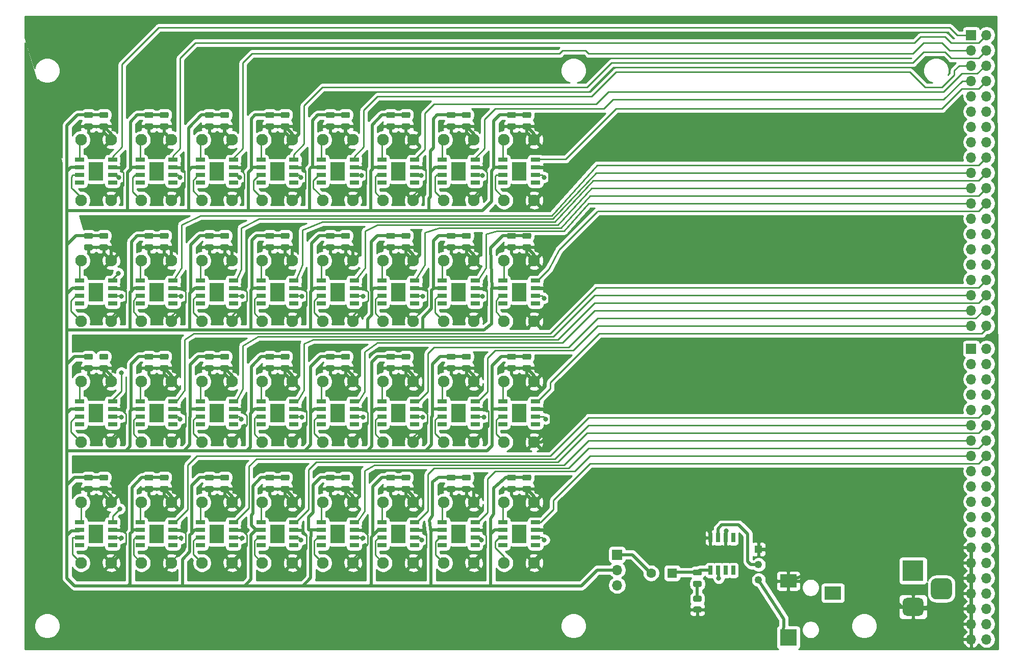
<source format=gbr>
%TF.GenerationSoftware,KiCad,Pcbnew,(5.1.7)-1*%
%TF.CreationDate,2020-11-17T12:59:15+01:00*%
%TF.ProjectId,matd_8x8,6d617464-5f38-4783-982e-6b696361645f,rev?*%
%TF.SameCoordinates,Original*%
%TF.FileFunction,Copper,L1,Top*%
%TF.FilePolarity,Positive*%
%FSLAX46Y46*%
G04 Gerber Fmt 4.6, Leading zero omitted, Abs format (unit mm)*
G04 Created by KiCad (PCBNEW (5.1.7)-1) date 2020-11-17 12:59:15*
%MOMM*%
%LPD*%
G01*
G04 APERTURE LIST*
%TA.AperFunction,ComponentPad*%
%ADD10R,1.248000X1.248000*%
%TD*%
%TA.AperFunction,ComponentPad*%
%ADD11C,1.248000*%
%TD*%
%TA.AperFunction,SMDPad,CuDef*%
%ADD12R,2.800000X2.200000*%
%TD*%
%TA.AperFunction,SMDPad,CuDef*%
%ADD13R,2.800000X2.800000*%
%TD*%
%TA.AperFunction,SMDPad,CuDef*%
%ADD14R,0.650000X1.528000*%
%TD*%
%TA.AperFunction,ComponentPad*%
%ADD15C,1.600000*%
%TD*%
%TA.AperFunction,ComponentPad*%
%ADD16R,1.600000X1.600000*%
%TD*%
%TA.AperFunction,ComponentPad*%
%ADD17O,1.700000X1.700000*%
%TD*%
%TA.AperFunction,ComponentPad*%
%ADD18R,1.700000X1.700000*%
%TD*%
%TA.AperFunction,ComponentPad*%
%ADD19C,1.930400*%
%TD*%
%TA.AperFunction,ComponentPad*%
%ADD20R,3.500000X3.500000*%
%TD*%
%TA.AperFunction,SMDPad,CuDef*%
%ADD21R,1.525000X0.650000*%
%TD*%
%TA.AperFunction,SMDPad,CuDef*%
%ADD22R,2.410000X3.100000*%
%TD*%
%TA.AperFunction,ViaPad*%
%ADD23C,0.800000*%
%TD*%
%TA.AperFunction,Conductor*%
%ADD24C,0.500000*%
%TD*%
%TA.AperFunction,Conductor*%
%ADD25C,0.250000*%
%TD*%
%TA.AperFunction,Conductor*%
%ADD26C,0.254000*%
%TD*%
%TA.AperFunction,Conductor*%
%ADD27C,0.100000*%
%TD*%
G04 APERTURE END LIST*
D10*
%TO.P,R2,1*%
%TO.N,GND*%
X155702000Y-129076000D03*
D11*
%TO.P,R2,2*%
%TO.N,Net-(IC40-Pad3)*%
X155702000Y-131616000D03*
%TO.P,R2,3*%
%TO.N,Net-(J4-Pad2)*%
X155702000Y-134156000D03*
%TD*%
D12*
%TO.P,J4,3*%
%TO.N,Net-(J4-Pad3)*%
X168038000Y-136326000D03*
%TO.P,J4,1*%
%TO.N,GND*%
X160638000Y-134326000D03*
D13*
%TO.P,J4,2*%
%TO.N,Net-(J4-Pad2)*%
X160638000Y-143726000D03*
%TD*%
D14*
%TO.P,IC40,1*%
%TO.N,Net-(IC40-Pad1)*%
X151511000Y-127127000D03*
%TO.P,IC40,2*%
%TO.N,GND*%
X150241000Y-127127000D03*
%TO.P,IC40,3*%
%TO.N,Net-(IC40-Pad3)*%
X148971000Y-127127000D03*
%TO.P,IC40,4*%
%TO.N,GND*%
X147701000Y-127127000D03*
%TO.P,IC40,5*%
%TO.N,Net-(C70-Pad1)*%
X147701000Y-132549000D03*
%TO.P,IC40,6*%
%TO.N,Net-(IC40-Pad6)*%
X148971000Y-132549000D03*
%TO.P,IC40,7*%
%TO.N,Net-(IC40-Pad7)*%
X150241000Y-132549000D03*
%TO.P,IC40,8*%
%TO.N,Net-(IC40-Pad8)*%
X151511000Y-132549000D03*
%TD*%
D15*
%TO.P,C70,2*%
%TO.N,Net-(C70-Pad2)*%
X137851000Y-133013000D03*
D16*
%TO.P,C70,1*%
%TO.N,Net-(C70-Pad1)*%
X141351000Y-133013000D03*
%TD*%
%TO.P,R1,2*%
%TO.N,GND*%
%TA.AperFunction,SMDPad,CuDef*%
G36*
G01*
X145091999Y-138576000D02*
X145992001Y-138576000D01*
G75*
G02*
X146242000Y-138825999I0J-249999D01*
G01*
X146242000Y-139351001D01*
G75*
G02*
X145992001Y-139601000I-249999J0D01*
G01*
X145091999Y-139601000D01*
G75*
G02*
X144842000Y-139351001I0J249999D01*
G01*
X144842000Y-138825999D01*
G75*
G02*
X145091999Y-138576000I249999J0D01*
G01*
G37*
%TD.AperFunction*%
%TO.P,R1,1*%
%TO.N,Net-(C71-Pad2)*%
%TA.AperFunction,SMDPad,CuDef*%
G36*
G01*
X145091999Y-136751000D02*
X145992001Y-136751000D01*
G75*
G02*
X146242000Y-137000999I0J-249999D01*
G01*
X146242000Y-137526001D01*
G75*
G02*
X145992001Y-137776000I-249999J0D01*
G01*
X145091999Y-137776000D01*
G75*
G02*
X144842000Y-137526001I0J249999D01*
G01*
X144842000Y-137000999D01*
G75*
G02*
X145091999Y-136751000I249999J0D01*
G01*
G37*
%TD.AperFunction*%
%TD*%
D17*
%TO.P,J5,3*%
%TO.N,Net-(IC40-Pad6)*%
X132207000Y-135045000D03*
%TO.P,J5,2*%
%TO.N,/SG17_SG32/VCC*%
X132207000Y-132505000D03*
D18*
%TO.P,J5,1*%
%TO.N,Net-(C70-Pad2)*%
X132207000Y-129965000D03*
%TD*%
%TO.P,C71,2*%
%TO.N,Net-(C71-Pad2)*%
%TA.AperFunction,SMDPad,CuDef*%
G36*
G01*
X145067000Y-134308000D02*
X146017000Y-134308000D01*
G75*
G02*
X146267000Y-134558000I0J-250000D01*
G01*
X146267000Y-135058000D01*
G75*
G02*
X146017000Y-135308000I-250000J0D01*
G01*
X145067000Y-135308000D01*
G75*
G02*
X144817000Y-135058000I0J250000D01*
G01*
X144817000Y-134558000D01*
G75*
G02*
X145067000Y-134308000I250000J0D01*
G01*
G37*
%TD.AperFunction*%
%TO.P,C71,1*%
%TO.N,Net-(C70-Pad1)*%
%TA.AperFunction,SMDPad,CuDef*%
G36*
G01*
X145067000Y-132408000D02*
X146017000Y-132408000D01*
G75*
G02*
X146267000Y-132658000I0J-250000D01*
G01*
X146267000Y-133158000D01*
G75*
G02*
X146017000Y-133408000I-250000J0D01*
G01*
X145067000Y-133408000D01*
G75*
G02*
X144817000Y-133158000I0J250000D01*
G01*
X144817000Y-132658000D01*
G75*
G02*
X145067000Y-132408000I250000J0D01*
G01*
G37*
%TD.AperFunction*%
%TD*%
D17*
%TO.P,J2,40*%
%TO.N,Net-(J2-Pad34)*%
X193548000Y-144018000D03*
%TO.P,J2,39*%
%TO.N,GND*%
X191008000Y-144018000D03*
%TO.P,J2,38*%
%TO.N,Net-(J2-Pad34)*%
X193548000Y-141478000D03*
%TO.P,J2,37*%
%TO.N,GND*%
X191008000Y-141478000D03*
%TO.P,J2,36*%
%TO.N,Net-(J2-Pad34)*%
X193548000Y-138938000D03*
%TO.P,J2,35*%
%TO.N,GND*%
X191008000Y-138938000D03*
%TO.P,J2,34*%
%TO.N,Net-(J2-Pad34)*%
X193548000Y-136398000D03*
%TO.P,J2,33*%
%TO.N,GND*%
X191008000Y-136398000D03*
%TO.P,J2,32*%
%TO.N,Net-(IC40-Pad6)*%
X193548000Y-133858000D03*
%TO.P,J2,31*%
%TO.N,GND*%
X191008000Y-133858000D03*
%TO.P,J2,30*%
%TO.N,Net-(IC40-Pad6)*%
X193548000Y-131318000D03*
%TO.P,J2,29*%
%TO.N,GND*%
X191008000Y-131318000D03*
%TO.P,J2,28*%
%TO.N,Net-(IC40-Pad6)*%
X193548000Y-128778000D03*
%TO.P,J2,27*%
%TO.N,GND*%
X191008000Y-128778000D03*
%TO.P,J2,26*%
%TO.N,Net-(IC40-Pad6)*%
X193548000Y-126238000D03*
%TO.P,J2,25*%
X191008000Y-126238000D03*
%TO.P,J2,24*%
%TO.N,/SG49_SG64/SG64_IN*%
X193548000Y-123698000D03*
%TO.P,J2,23*%
%TO.N,/SG49_SG64/SG63_IN*%
X191008000Y-123698000D03*
%TO.P,J2,22*%
%TO.N,/SG49_SG64/SG62_IN*%
X193548000Y-121158000D03*
%TO.P,J2,21*%
%TO.N,/SG49_SG64/SG61_IN*%
X191008000Y-121158000D03*
%TO.P,J2,20*%
%TO.N,/SG49_SG64/SG60_IN*%
X193548000Y-118618000D03*
%TO.P,J2,19*%
%TO.N,/SG49_SG64/SG59_IN*%
X191008000Y-118618000D03*
%TO.P,J2,18*%
%TO.N,/SG49_SG64/SG58_IN*%
X193548000Y-116078000D03*
%TO.P,J2,17*%
%TO.N,/SG49_SG64/SG57_IN*%
X191008000Y-116078000D03*
%TO.P,J2,16*%
%TO.N,/SG49_SG64/SG56_IN*%
X193548000Y-113538000D03*
%TO.P,J2,15*%
%TO.N,/SG49_SG64/SG55_IN*%
X191008000Y-113538000D03*
%TO.P,J2,14*%
%TO.N,/SG49_SG64/SG54_IN*%
X193548000Y-110998000D03*
%TO.P,J2,13*%
%TO.N,/SG49_SG64/SG53_IN*%
X191008000Y-110998000D03*
%TO.P,J2,12*%
%TO.N,/SG49_SG64/SG52_IN*%
X193548000Y-108458000D03*
%TO.P,J2,11*%
%TO.N,/SG49_SG64/SG51_IN*%
X191008000Y-108458000D03*
%TO.P,J2,10*%
%TO.N,/SG49_SG64/SG50_IN*%
X193548000Y-105918000D03*
%TO.P,J2,9*%
%TO.N,/SG49_SG64/SG49_IN*%
X191008000Y-105918000D03*
%TO.P,J2,8*%
%TO.N,/SG33_SG48/SG48_IN*%
X193548000Y-103378000D03*
%TO.P,J2,7*%
%TO.N,/SG33_SG48/SG47_IN*%
X191008000Y-103378000D03*
%TO.P,J2,6*%
%TO.N,/SG33_SG48/SG46_IN*%
X193548000Y-100838000D03*
%TO.P,J2,5*%
%TO.N,/SG33_SG48/SG45_IN*%
X191008000Y-100838000D03*
%TO.P,J2,4*%
%TO.N,/SG33_SG48/SG44_IN*%
X193548000Y-98298000D03*
%TO.P,J2,3*%
%TO.N,/SG33_SG48/SG43_IN*%
X191008000Y-98298000D03*
%TO.P,J2,2*%
%TO.N,/SG33_SG48/SG42_IN*%
X193548000Y-95758000D03*
D18*
%TO.P,J2,1*%
%TO.N,/SG33_SG48/SG41_IN*%
X191008000Y-95758000D03*
%TD*%
D17*
%TO.P,J1,40*%
%TO.N,/SG33_SG48/SG40_IN*%
X193548000Y-91948000D03*
%TO.P,J1,39*%
%TO.N,/SG33_SG48/SG39_IN*%
X191008000Y-91948000D03*
%TO.P,J1,38*%
%TO.N,/SG33_SG48/SG38_IN*%
X193548000Y-89408000D03*
%TO.P,J1,37*%
%TO.N,/SG33_SG48/SG37_IN*%
X191008000Y-89408000D03*
%TO.P,J1,36*%
%TO.N,/SG33_SG48/SG36_IN*%
X193548000Y-86868000D03*
%TO.P,J1,35*%
%TO.N,/SG33_SG48/SG35_IN*%
X191008000Y-86868000D03*
%TO.P,J1,34*%
%TO.N,/SG33_SG48/SG34_IN*%
X193548000Y-84328000D03*
%TO.P,J1,33*%
%TO.N,/SG33_SG48/SG33_IN*%
X191008000Y-84328000D03*
%TO.P,J1,32*%
%TO.N,/SG17_SG32/SG32_IN*%
X193548000Y-81788000D03*
%TO.P,J1,31*%
%TO.N,/SG17_SG32/SG31_IN*%
X191008000Y-81788000D03*
%TO.P,J1,30*%
%TO.N,/SG17_SG32/SG30_IN*%
X193548000Y-79248000D03*
%TO.P,J1,29*%
%TO.N,/SG17_SG32/SG29_IN*%
X191008000Y-79248000D03*
%TO.P,J1,28*%
%TO.N,/SG17_SG32/SG28_IN*%
X193548000Y-76708000D03*
%TO.P,J1,27*%
%TO.N,/SG17_SG32/SG27_IN*%
X191008000Y-76708000D03*
%TO.P,J1,26*%
%TO.N,/SG17_SG32/SG26_IN*%
X193548000Y-74168000D03*
%TO.P,J1,25*%
%TO.N,/SG17_SG32/SG25_IN*%
X191008000Y-74168000D03*
%TO.P,J1,24*%
%TO.N,/SG17_SG32/SG24_IN*%
X193548000Y-71628000D03*
%TO.P,J1,23*%
%TO.N,/SG17_SG32/SG23_IN*%
X191008000Y-71628000D03*
%TO.P,J1,22*%
%TO.N,/SG17_SG32/SG22_IN*%
X193548000Y-69088000D03*
%TO.P,J1,21*%
%TO.N,/SG17_SG32/SG21_IN*%
X191008000Y-69088000D03*
%TO.P,J1,20*%
%TO.N,/SG17_SG32/SG20_IN*%
X193548000Y-66548000D03*
%TO.P,J1,19*%
%TO.N,/SG17_SG32/SG19_IN*%
X191008000Y-66548000D03*
%TO.P,J1,18*%
%TO.N,/SG17_SG32/SG18_IN*%
X193548000Y-64008000D03*
%TO.P,J1,17*%
%TO.N,/SG17_SG32/SG17_IN*%
X191008000Y-64008000D03*
%TO.P,J1,16*%
%TO.N,/SG1_SG16/SG16_IN*%
X193548000Y-61468000D03*
%TO.P,J1,15*%
%TO.N,/SG1_SG16/SG15_IN*%
X191008000Y-61468000D03*
%TO.P,J1,14*%
%TO.N,/SG1_SG16/SG14_IN*%
X193548000Y-58928000D03*
%TO.P,J1,13*%
%TO.N,/SG1_SG16/SG13_IN*%
X191008000Y-58928000D03*
%TO.P,J1,12*%
%TO.N,/SG1_SG16/SG12_IN*%
X193548000Y-56388000D03*
%TO.P,J1,11*%
%TO.N,/SG1_SG16/SG11_IN*%
X191008000Y-56388000D03*
%TO.P,J1,10*%
%TO.N,/SG1_SG16/SG10_IN*%
X193548000Y-53848000D03*
%TO.P,J1,9*%
%TO.N,/SG1_SG16/SG9_IN*%
X191008000Y-53848000D03*
%TO.P,J1,8*%
%TO.N,/SG1_SG16/SG8_IN*%
X193548000Y-51308000D03*
%TO.P,J1,7*%
%TO.N,/SG1_SG16/SG7_IN*%
X191008000Y-51308000D03*
%TO.P,J1,6*%
%TO.N,/SG1_SG16/SG6_IN*%
X193548000Y-48768000D03*
%TO.P,J1,5*%
%TO.N,/SG1_SG16/SG5_IN*%
X191008000Y-48768000D03*
%TO.P,J1,4*%
%TO.N,/SG1_SG16/SG4_IN*%
X193548000Y-46228000D03*
%TO.P,J1,3*%
%TO.N,/SG1_SG16/SG3_IN*%
X191008000Y-46228000D03*
%TO.P,J1,2*%
%TO.N,/SG1_SG16/SG2_IN*%
X193548000Y-43688000D03*
D18*
%TO.P,J1,1*%
%TO.N,/SG1_SG16/SG1_IN*%
X191008000Y-43688000D03*
%TD*%
D19*
%TO.P,SG64,+*%
%TO.N,Net-(IC32-Pad7)*%
X113450999Y-131318000D03*
%TO.P,SG64,-*%
%TO.N,GND*%
X118450999Y-131318000D03*
%TD*%
%TO.P,SG63,+*%
%TO.N,Net-(IC31-Pad7)*%
X103418000Y-131318000D03*
%TO.P,SG63,-*%
%TO.N,GND*%
X108418000Y-131318000D03*
%TD*%
%TO.P,SG62,+*%
%TO.N,Net-(IC30-Pad7)*%
X93385000Y-131318000D03*
%TO.P,SG62,-*%
%TO.N,GND*%
X98385000Y-131318000D03*
%TD*%
%TO.P,SG61,+*%
%TO.N,Net-(IC29-Pad7)*%
X83351999Y-131318000D03*
%TO.P,SG61,-*%
%TO.N,GND*%
X88351999Y-131318000D03*
%TD*%
%TO.P,SG60,+*%
%TO.N,Net-(IC28-Pad7)*%
X73319000Y-131318000D03*
%TO.P,SG60,-*%
%TO.N,GND*%
X78319000Y-131318000D03*
%TD*%
%TO.P,SG59,+*%
%TO.N,Net-(IC27-Pad7)*%
X63285999Y-131318000D03*
%TO.P,SG59,-*%
%TO.N,GND*%
X68285999Y-131318000D03*
%TD*%
%TO.P,SG58,+*%
%TO.N,Net-(IC26-Pad7)*%
X53252999Y-131318000D03*
%TO.P,SG58,-*%
%TO.N,GND*%
X58252999Y-131318000D03*
%TD*%
%TO.P,SG57,+*%
%TO.N,Net-(IC25-Pad7)*%
X43220000Y-131318000D03*
%TO.P,SG57,-*%
%TO.N,GND*%
X48220000Y-131318000D03*
%TD*%
%TO.P,SG56,+*%
%TO.N,Net-(IC32-Pad5)*%
X113450999Y-121285000D03*
%TO.P,SG56,-*%
%TO.N,GND*%
X118450999Y-121285000D03*
%TD*%
%TO.P,SG55,+*%
%TO.N,Net-(IC31-Pad5)*%
X103418000Y-121285000D03*
%TO.P,SG55,-*%
%TO.N,GND*%
X108418000Y-121285000D03*
%TD*%
%TO.P,SG54,+*%
%TO.N,Net-(IC30-Pad5)*%
X93385000Y-121285000D03*
%TO.P,SG54,-*%
%TO.N,GND*%
X98385000Y-121285000D03*
%TD*%
%TO.P,SG53,+*%
%TO.N,Net-(IC29-Pad5)*%
X83351999Y-121285000D03*
%TO.P,SG53,-*%
%TO.N,GND*%
X88351999Y-121285000D03*
%TD*%
%TO.P,SG52,+*%
%TO.N,Net-(IC28-Pad5)*%
X73319000Y-121285000D03*
%TO.P,SG52,-*%
%TO.N,GND*%
X78319000Y-121285000D03*
%TD*%
%TO.P,SG51,+*%
%TO.N,Net-(IC27-Pad5)*%
X63285999Y-121285000D03*
%TO.P,SG51,-*%
%TO.N,GND*%
X68285999Y-121285000D03*
%TD*%
%TO.P,SG50,+*%
%TO.N,Net-(IC26-Pad5)*%
X53252999Y-121285000D03*
%TO.P,SG50,-*%
%TO.N,GND*%
X58252999Y-121285000D03*
%TD*%
%TO.P,SG49,+*%
%TO.N,Net-(IC25-Pad5)*%
X43220000Y-121285000D03*
%TO.P,SG49,-*%
%TO.N,GND*%
X48220000Y-121285000D03*
%TD*%
%TO.P,SG48,+*%
%TO.N,Net-(IC24-Pad7)*%
X113450999Y-111251999D03*
%TO.P,SG48,-*%
%TO.N,GND*%
X118450999Y-111251999D03*
%TD*%
%TO.P,SG47,+*%
%TO.N,Net-(IC23-Pad7)*%
X103418000Y-111251999D03*
%TO.P,SG47,-*%
%TO.N,GND*%
X108418000Y-111251999D03*
%TD*%
%TO.P,SG46,+*%
%TO.N,Net-(IC22-Pad7)*%
X93385000Y-111251999D03*
%TO.P,SG46,-*%
%TO.N,GND*%
X98385000Y-111251999D03*
%TD*%
%TO.P,SG45,+*%
%TO.N,Net-(IC21-Pad7)*%
X83351999Y-111251999D03*
%TO.P,SG45,-*%
%TO.N,GND*%
X88351999Y-111251999D03*
%TD*%
%TO.P,SG44,+*%
%TO.N,Net-(IC20-Pad7)*%
X73319000Y-111251999D03*
%TO.P,SG44,-*%
%TO.N,GND*%
X78319000Y-111251999D03*
%TD*%
%TO.P,SG43,+*%
%TO.N,Net-(IC19-Pad7)*%
X63285999Y-111251999D03*
%TO.P,SG43,-*%
%TO.N,GND*%
X68285999Y-111251999D03*
%TD*%
%TO.P,SG42,+*%
%TO.N,Net-(IC18-Pad7)*%
X53252999Y-111251999D03*
%TO.P,SG42,-*%
%TO.N,GND*%
X58252999Y-111251999D03*
%TD*%
%TO.P,SG41,+*%
%TO.N,Net-(IC17-Pad7)*%
X43220000Y-111251999D03*
%TO.P,SG41,-*%
%TO.N,GND*%
X48220000Y-111251999D03*
%TD*%
%TO.P,SG40,+*%
%TO.N,Net-(IC24-Pad5)*%
X113450999Y-101219000D03*
%TO.P,SG40,-*%
%TO.N,GND*%
X118450999Y-101219000D03*
%TD*%
%TO.P,SG39,+*%
%TO.N,Net-(IC23-Pad5)*%
X103418000Y-101219000D03*
%TO.P,SG39,-*%
%TO.N,GND*%
X108418000Y-101219000D03*
%TD*%
%TO.P,SG38,+*%
%TO.N,Net-(IC22-Pad5)*%
X93385000Y-101219000D03*
%TO.P,SG38,-*%
%TO.N,GND*%
X98385000Y-101219000D03*
%TD*%
%TO.P,SG37,+*%
%TO.N,Net-(IC21-Pad5)*%
X83351999Y-101219000D03*
%TO.P,SG37,-*%
%TO.N,GND*%
X88351999Y-101219000D03*
%TD*%
%TO.P,SG36,+*%
%TO.N,Net-(IC20-Pad5)*%
X73319000Y-101219000D03*
%TO.P,SG36,-*%
%TO.N,GND*%
X78319000Y-101219000D03*
%TD*%
%TO.P,SG35,+*%
%TO.N,Net-(IC19-Pad5)*%
X63285999Y-101219000D03*
%TO.P,SG35,-*%
%TO.N,GND*%
X68285999Y-101219000D03*
%TD*%
%TO.P,SG34,+*%
%TO.N,Net-(IC18-Pad5)*%
X53252999Y-101219000D03*
%TO.P,SG34,-*%
%TO.N,GND*%
X58252999Y-101219000D03*
%TD*%
%TO.P,SG33,+*%
%TO.N,Net-(IC17-Pad5)*%
X43220000Y-101219000D03*
%TO.P,SG33,-*%
%TO.N,GND*%
X48220000Y-101219000D03*
%TD*%
%TO.P,SG32,+*%
%TO.N,Net-(IC16-Pad7)*%
X113450999Y-91186000D03*
%TO.P,SG32,-*%
%TO.N,GND*%
X118450999Y-91186000D03*
%TD*%
%TO.P,SG31,+*%
%TO.N,Net-(IC15-Pad7)*%
X103418000Y-91186000D03*
%TO.P,SG31,-*%
%TO.N,GND*%
X108418000Y-91186000D03*
%TD*%
%TO.P,SG30,+*%
%TO.N,Net-(IC14-Pad7)*%
X93385000Y-91186000D03*
%TO.P,SG30,-*%
%TO.N,GND*%
X98385000Y-91186000D03*
%TD*%
%TO.P,SG29,+*%
%TO.N,Net-(IC13-Pad7)*%
X83351999Y-91186000D03*
%TO.P,SG29,-*%
%TO.N,GND*%
X88351999Y-91186000D03*
%TD*%
%TO.P,SG28,+*%
%TO.N,Net-(IC12-Pad7)*%
X73319000Y-91186000D03*
%TO.P,SG28,-*%
%TO.N,GND*%
X78319000Y-91186000D03*
%TD*%
%TO.P,SG27,+*%
%TO.N,Net-(IC11-Pad7)*%
X63285999Y-91186000D03*
%TO.P,SG27,-*%
%TO.N,GND*%
X68285999Y-91186000D03*
%TD*%
%TO.P,SG26,+*%
%TO.N,Net-(IC10-Pad7)*%
X53252999Y-91186000D03*
%TO.P,SG26,-*%
%TO.N,GND*%
X58252999Y-91186000D03*
%TD*%
%TO.P,SG25,+*%
%TO.N,Net-(IC9-Pad7)*%
X43220000Y-91186000D03*
%TO.P,SG25,-*%
%TO.N,GND*%
X48220000Y-91186000D03*
%TD*%
%TO.P,SG24,+*%
%TO.N,Net-(IC16-Pad5)*%
X113450999Y-81152999D03*
%TO.P,SG24,-*%
%TO.N,GND*%
X118450999Y-81152999D03*
%TD*%
%TO.P,SG23,+*%
%TO.N,Net-(IC15-Pad5)*%
X103418000Y-81152999D03*
%TO.P,SG23,-*%
%TO.N,GND*%
X108418000Y-81152999D03*
%TD*%
%TO.P,SG22,+*%
%TO.N,Net-(IC14-Pad5)*%
X93385000Y-81152999D03*
%TO.P,SG22,-*%
%TO.N,GND*%
X98385000Y-81152999D03*
%TD*%
%TO.P,SG21,+*%
%TO.N,Net-(IC13-Pad5)*%
X83351999Y-81152999D03*
%TO.P,SG21,-*%
%TO.N,GND*%
X88351999Y-81152999D03*
%TD*%
%TO.P,SG20,+*%
%TO.N,Net-(IC12-Pad5)*%
X73319000Y-81152999D03*
%TO.P,SG20,-*%
%TO.N,GND*%
X78319000Y-81152999D03*
%TD*%
%TO.P,SG19,+*%
%TO.N,Net-(IC11-Pad5)*%
X63285999Y-81152999D03*
%TO.P,SG19,-*%
%TO.N,GND*%
X68285999Y-81152999D03*
%TD*%
%TO.P,SG18,+*%
%TO.N,Net-(IC10-Pad5)*%
X53252999Y-81152999D03*
%TO.P,SG18,-*%
%TO.N,GND*%
X58252999Y-81152999D03*
%TD*%
%TO.P,SG17,+*%
%TO.N,Net-(IC9-Pad5)*%
X43220000Y-81152999D03*
%TO.P,SG17,-*%
%TO.N,GND*%
X48220000Y-81152999D03*
%TD*%
%TO.P,SG16,+*%
%TO.N,Net-(IC8-Pad7)*%
X113450999Y-71120000D03*
%TO.P,SG16,-*%
%TO.N,GND*%
X118450999Y-71120000D03*
%TD*%
%TO.P,SG15,+*%
%TO.N,Net-(IC7-Pad7)*%
X103418000Y-71120000D03*
%TO.P,SG15,-*%
%TO.N,GND*%
X108418000Y-71120000D03*
%TD*%
%TO.P,SG14,+*%
%TO.N,Net-(IC6-Pad7)*%
X93385000Y-71120000D03*
%TO.P,SG14,-*%
%TO.N,GND*%
X98385000Y-71120000D03*
%TD*%
%TO.P,SG13,+*%
%TO.N,Net-(IC5-Pad7)*%
X83351999Y-71120000D03*
%TO.P,SG13,-*%
%TO.N,GND*%
X88351999Y-71120000D03*
%TD*%
%TO.P,SG12,+*%
%TO.N,Net-(IC4-Pad7)*%
X73319000Y-71120000D03*
%TO.P,SG12,-*%
%TO.N,GND*%
X78319000Y-71120000D03*
%TD*%
%TO.P,SG11,+*%
%TO.N,Net-(IC3-Pad7)*%
X63285999Y-71120000D03*
%TO.P,SG11,-*%
%TO.N,GND*%
X68285999Y-71120000D03*
%TD*%
%TO.P,SG10,+*%
%TO.N,Net-(IC2-Pad7)*%
X53252999Y-71120000D03*
%TO.P,SG10,-*%
%TO.N,GND*%
X58252999Y-71120000D03*
%TD*%
%TO.P,SG9,+*%
%TO.N,Net-(IC1-Pad7)*%
X43220000Y-71120000D03*
%TO.P,SG9,-*%
%TO.N,GND*%
X48220000Y-71120000D03*
%TD*%
%TO.P,SG8,+*%
%TO.N,Net-(IC8-Pad5)*%
X113450999Y-61087000D03*
%TO.P,SG8,-*%
%TO.N,GND*%
X118450999Y-61087000D03*
%TD*%
%TO.P,SG7,+*%
%TO.N,Net-(IC7-Pad5)*%
X103418000Y-61087000D03*
%TO.P,SG7,-*%
%TO.N,GND*%
X108418000Y-61087000D03*
%TD*%
%TO.P,SG6,+*%
%TO.N,Net-(IC6-Pad5)*%
X93385000Y-61087000D03*
%TO.P,SG6,-*%
%TO.N,GND*%
X98385000Y-61087000D03*
%TD*%
%TO.P,SG5,+*%
%TO.N,Net-(IC5-Pad5)*%
X83351999Y-61087000D03*
%TO.P,SG5,-*%
%TO.N,GND*%
X88351999Y-61087000D03*
%TD*%
%TO.P,SG4,+*%
%TO.N,Net-(IC4-Pad5)*%
X73319000Y-61087000D03*
%TO.P,SG4,-*%
%TO.N,GND*%
X78319000Y-61087000D03*
%TD*%
%TO.P,SG3,+*%
%TO.N,Net-(IC3-Pad5)*%
X63285999Y-61087000D03*
%TO.P,SG3,-*%
%TO.N,GND*%
X68285999Y-61087000D03*
%TD*%
%TO.P,SG2,+*%
%TO.N,Net-(IC2-Pad5)*%
X53252999Y-61087000D03*
%TO.P,SG2,-*%
%TO.N,GND*%
X58252999Y-61087000D03*
%TD*%
%TO.P,SG1,+*%
%TO.N,Net-(IC1-Pad5)*%
X43220000Y-61087000D03*
%TO.P,SG1,-*%
%TO.N,GND*%
X48220000Y-61087000D03*
%TD*%
%TO.P,J3,3*%
%TO.N,N/C*%
%TA.AperFunction,ComponentPad*%
G36*
G01*
X186931000Y-137382000D02*
X185181000Y-137382000D01*
G75*
G02*
X184306000Y-136507000I0J875000D01*
G01*
X184306000Y-134757000D01*
G75*
G02*
X185181000Y-133882000I875000J0D01*
G01*
X186931000Y-133882000D01*
G75*
G02*
X187806000Y-134757000I0J-875000D01*
G01*
X187806000Y-136507000D01*
G75*
G02*
X186931000Y-137382000I-875000J0D01*
G01*
G37*
%TD.AperFunction*%
%TO.P,J3,2*%
%TO.N,GND*%
%TA.AperFunction,ComponentPad*%
G36*
G01*
X182356000Y-140132000D02*
X180356000Y-140132000D01*
G75*
G02*
X179606000Y-139382000I0J750000D01*
G01*
X179606000Y-137882000D01*
G75*
G02*
X180356000Y-137132000I750000J0D01*
G01*
X182356000Y-137132000D01*
G75*
G02*
X183106000Y-137882000I0J-750000D01*
G01*
X183106000Y-139382000D01*
G75*
G02*
X182356000Y-140132000I-750000J0D01*
G01*
G37*
%TD.AperFunction*%
D20*
%TO.P,J3,1*%
%TO.N,Net-(J2-Pad34)*%
X181356000Y-132632000D03*
%TD*%
D21*
%TO.P,IC32,1*%
%TO.N,Net-(IC32-Pad1)*%
X118662999Y-128396999D03*
%TO.P,IC32,2*%
%TO.N,/SG49_SG64/SG64_IN*%
X118662999Y-127126999D03*
%TO.P,IC32,3*%
%TO.N,GND*%
X118662999Y-125856999D03*
%TO.P,IC32,4*%
%TO.N,/SG49_SG64/SG56_IN*%
X118662999Y-124586999D03*
%TO.P,IC32,5*%
%TO.N,Net-(IC32-Pad5)*%
X113238999Y-124586999D03*
%TO.P,IC32,6*%
%TO.N,/SG17_SG32/VCC*%
X113238999Y-125856999D03*
%TO.P,IC32,7*%
%TO.N,Net-(IC32-Pad7)*%
X113238999Y-127126999D03*
%TO.P,IC32,8*%
%TO.N,Net-(IC32-Pad8)*%
X113238999Y-128396999D03*
D22*
%TO.P,IC32,9*%
%TO.N,N/C*%
X115950999Y-126491999D03*
%TD*%
D21*
%TO.P,IC31,1*%
%TO.N,Net-(IC31-Pad1)*%
X108630000Y-128396999D03*
%TO.P,IC31,2*%
%TO.N,/SG49_SG64/SG63_IN*%
X108630000Y-127126999D03*
%TO.P,IC31,3*%
%TO.N,GND*%
X108630000Y-125856999D03*
%TO.P,IC31,4*%
%TO.N,/SG49_SG64/SG55_IN*%
X108630000Y-124586999D03*
%TO.P,IC31,5*%
%TO.N,Net-(IC31-Pad5)*%
X103206000Y-124586999D03*
%TO.P,IC31,6*%
%TO.N,/SG17_SG32/VCC*%
X103206000Y-125856999D03*
%TO.P,IC31,7*%
%TO.N,Net-(IC31-Pad7)*%
X103206000Y-127126999D03*
%TO.P,IC31,8*%
%TO.N,Net-(IC31-Pad8)*%
X103206000Y-128396999D03*
D22*
%TO.P,IC31,9*%
%TO.N,N/C*%
X105918000Y-126491999D03*
%TD*%
D21*
%TO.P,IC30,1*%
%TO.N,Net-(IC30-Pad1)*%
X98597000Y-128396999D03*
%TO.P,IC30,2*%
%TO.N,/SG49_SG64/SG62_IN*%
X98597000Y-127126999D03*
%TO.P,IC30,3*%
%TO.N,GND*%
X98597000Y-125856999D03*
%TO.P,IC30,4*%
%TO.N,/SG49_SG64/SG54_IN*%
X98597000Y-124586999D03*
%TO.P,IC30,5*%
%TO.N,Net-(IC30-Pad5)*%
X93173000Y-124586999D03*
%TO.P,IC30,6*%
%TO.N,/SG17_SG32/VCC*%
X93173000Y-125856999D03*
%TO.P,IC30,7*%
%TO.N,Net-(IC30-Pad7)*%
X93173000Y-127126999D03*
%TO.P,IC30,8*%
%TO.N,Net-(IC30-Pad8)*%
X93173000Y-128396999D03*
D22*
%TO.P,IC30,9*%
%TO.N,N/C*%
X95885000Y-126491999D03*
%TD*%
D21*
%TO.P,IC29,1*%
%TO.N,Net-(IC29-Pad1)*%
X88563999Y-128396999D03*
%TO.P,IC29,2*%
%TO.N,/SG49_SG64/SG61_IN*%
X88563999Y-127126999D03*
%TO.P,IC29,3*%
%TO.N,GND*%
X88563999Y-125856999D03*
%TO.P,IC29,4*%
%TO.N,/SG49_SG64/SG53_IN*%
X88563999Y-124586999D03*
%TO.P,IC29,5*%
%TO.N,Net-(IC29-Pad5)*%
X83139999Y-124586999D03*
%TO.P,IC29,6*%
%TO.N,/SG17_SG32/VCC*%
X83139999Y-125856999D03*
%TO.P,IC29,7*%
%TO.N,Net-(IC29-Pad7)*%
X83139999Y-127126999D03*
%TO.P,IC29,8*%
%TO.N,Net-(IC29-Pad8)*%
X83139999Y-128396999D03*
D22*
%TO.P,IC29,9*%
%TO.N,N/C*%
X85851999Y-126491999D03*
%TD*%
D21*
%TO.P,IC28,1*%
%TO.N,Net-(IC28-Pad1)*%
X78531000Y-128396999D03*
%TO.P,IC28,2*%
%TO.N,/SG49_SG64/SG60_IN*%
X78531000Y-127126999D03*
%TO.P,IC28,3*%
%TO.N,GND*%
X78531000Y-125856999D03*
%TO.P,IC28,4*%
%TO.N,/SG49_SG64/SG52_IN*%
X78531000Y-124586999D03*
%TO.P,IC28,5*%
%TO.N,Net-(IC28-Pad5)*%
X73107000Y-124586999D03*
%TO.P,IC28,6*%
%TO.N,/SG17_SG32/VCC*%
X73107000Y-125856999D03*
%TO.P,IC28,7*%
%TO.N,Net-(IC28-Pad7)*%
X73107000Y-127126999D03*
%TO.P,IC28,8*%
%TO.N,Net-(IC28-Pad8)*%
X73107000Y-128396999D03*
D22*
%TO.P,IC28,9*%
%TO.N,N/C*%
X75819000Y-126491999D03*
%TD*%
D21*
%TO.P,IC27,1*%
%TO.N,Net-(IC27-Pad1)*%
X68497999Y-128396999D03*
%TO.P,IC27,2*%
%TO.N,/SG49_SG64/SG59_IN*%
X68497999Y-127126999D03*
%TO.P,IC27,3*%
%TO.N,GND*%
X68497999Y-125856999D03*
%TO.P,IC27,4*%
%TO.N,/SG49_SG64/SG51_IN*%
X68497999Y-124586999D03*
%TO.P,IC27,5*%
%TO.N,Net-(IC27-Pad5)*%
X63073999Y-124586999D03*
%TO.P,IC27,6*%
%TO.N,/SG17_SG32/VCC*%
X63073999Y-125856999D03*
%TO.P,IC27,7*%
%TO.N,Net-(IC27-Pad7)*%
X63073999Y-127126999D03*
%TO.P,IC27,8*%
%TO.N,Net-(IC27-Pad8)*%
X63073999Y-128396999D03*
D22*
%TO.P,IC27,9*%
%TO.N,N/C*%
X65785999Y-126491999D03*
%TD*%
D21*
%TO.P,IC26,1*%
%TO.N,Net-(IC26-Pad1)*%
X58464999Y-128396999D03*
%TO.P,IC26,2*%
%TO.N,/SG49_SG64/SG58_IN*%
X58464999Y-127126999D03*
%TO.P,IC26,3*%
%TO.N,GND*%
X58464999Y-125856999D03*
%TO.P,IC26,4*%
%TO.N,/SG49_SG64/SG50_IN*%
X58464999Y-124586999D03*
%TO.P,IC26,5*%
%TO.N,Net-(IC26-Pad5)*%
X53040999Y-124586999D03*
%TO.P,IC26,6*%
%TO.N,/SG17_SG32/VCC*%
X53040999Y-125856999D03*
%TO.P,IC26,7*%
%TO.N,Net-(IC26-Pad7)*%
X53040999Y-127126999D03*
%TO.P,IC26,8*%
%TO.N,Net-(IC26-Pad8)*%
X53040999Y-128396999D03*
D22*
%TO.P,IC26,9*%
%TO.N,N/C*%
X55752999Y-126491999D03*
%TD*%
D21*
%TO.P,IC25,1*%
%TO.N,Net-(IC25-Pad1)*%
X48432000Y-128396999D03*
%TO.P,IC25,2*%
%TO.N,/SG49_SG64/SG57_IN*%
X48432000Y-127126999D03*
%TO.P,IC25,3*%
%TO.N,GND*%
X48432000Y-125856999D03*
%TO.P,IC25,4*%
%TO.N,/SG49_SG64/SG49_IN*%
X48432000Y-124586999D03*
%TO.P,IC25,5*%
%TO.N,Net-(IC25-Pad5)*%
X43008000Y-124586999D03*
%TO.P,IC25,6*%
%TO.N,/SG17_SG32/VCC*%
X43008000Y-125856999D03*
%TO.P,IC25,7*%
%TO.N,Net-(IC25-Pad7)*%
X43008000Y-127126999D03*
%TO.P,IC25,8*%
%TO.N,Net-(IC25-Pad8)*%
X43008000Y-128396999D03*
D22*
%TO.P,IC25,9*%
%TO.N,N/C*%
X45720000Y-126491999D03*
%TD*%
D21*
%TO.P,IC24,1*%
%TO.N,Net-(IC24-Pad1)*%
X118662999Y-108330999D03*
%TO.P,IC24,2*%
%TO.N,/SG33_SG48/SG48_IN*%
X118662999Y-107060999D03*
%TO.P,IC24,3*%
%TO.N,GND*%
X118662999Y-105790999D03*
%TO.P,IC24,4*%
%TO.N,/SG33_SG48/SG40_IN*%
X118662999Y-104520999D03*
%TO.P,IC24,5*%
%TO.N,Net-(IC24-Pad5)*%
X113238999Y-104520999D03*
%TO.P,IC24,6*%
%TO.N,/SG17_SG32/VCC*%
X113238999Y-105790999D03*
%TO.P,IC24,7*%
%TO.N,Net-(IC24-Pad7)*%
X113238999Y-107060999D03*
%TO.P,IC24,8*%
%TO.N,Net-(IC24-Pad8)*%
X113238999Y-108330999D03*
D22*
%TO.P,IC24,9*%
%TO.N,N/C*%
X115950999Y-106425999D03*
%TD*%
D21*
%TO.P,IC23,1*%
%TO.N,Net-(IC23-Pad1)*%
X108630000Y-108330999D03*
%TO.P,IC23,2*%
%TO.N,/SG33_SG48/SG47_IN*%
X108630000Y-107060999D03*
%TO.P,IC23,3*%
%TO.N,GND*%
X108630000Y-105790999D03*
%TO.P,IC23,4*%
%TO.N,/SG33_SG48/SG39_IN*%
X108630000Y-104520999D03*
%TO.P,IC23,5*%
%TO.N,Net-(IC23-Pad5)*%
X103206000Y-104520999D03*
%TO.P,IC23,6*%
%TO.N,/SG17_SG32/VCC*%
X103206000Y-105790999D03*
%TO.P,IC23,7*%
%TO.N,Net-(IC23-Pad7)*%
X103206000Y-107060999D03*
%TO.P,IC23,8*%
%TO.N,Net-(IC23-Pad8)*%
X103206000Y-108330999D03*
D22*
%TO.P,IC23,9*%
%TO.N,N/C*%
X105918000Y-106425999D03*
%TD*%
D21*
%TO.P,IC22,1*%
%TO.N,Net-(IC22-Pad1)*%
X98597000Y-108330999D03*
%TO.P,IC22,2*%
%TO.N,/SG33_SG48/SG46_IN*%
X98597000Y-107060999D03*
%TO.P,IC22,3*%
%TO.N,GND*%
X98597000Y-105790999D03*
%TO.P,IC22,4*%
%TO.N,/SG33_SG48/SG38_IN*%
X98597000Y-104520999D03*
%TO.P,IC22,5*%
%TO.N,Net-(IC22-Pad5)*%
X93173000Y-104520999D03*
%TO.P,IC22,6*%
%TO.N,/SG17_SG32/VCC*%
X93173000Y-105790999D03*
%TO.P,IC22,7*%
%TO.N,Net-(IC22-Pad7)*%
X93173000Y-107060999D03*
%TO.P,IC22,8*%
%TO.N,Net-(IC22-Pad8)*%
X93173000Y-108330999D03*
D22*
%TO.P,IC22,9*%
%TO.N,N/C*%
X95885000Y-106425999D03*
%TD*%
D21*
%TO.P,IC21,1*%
%TO.N,Net-(IC21-Pad1)*%
X88563999Y-108330999D03*
%TO.P,IC21,2*%
%TO.N,/SG33_SG48/SG45_IN*%
X88563999Y-107060999D03*
%TO.P,IC21,3*%
%TO.N,GND*%
X88563999Y-105790999D03*
%TO.P,IC21,4*%
%TO.N,/SG33_SG48/SG37_IN*%
X88563999Y-104520999D03*
%TO.P,IC21,5*%
%TO.N,Net-(IC21-Pad5)*%
X83139999Y-104520999D03*
%TO.P,IC21,6*%
%TO.N,/SG17_SG32/VCC*%
X83139999Y-105790999D03*
%TO.P,IC21,7*%
%TO.N,Net-(IC21-Pad7)*%
X83139999Y-107060999D03*
%TO.P,IC21,8*%
%TO.N,Net-(IC21-Pad8)*%
X83139999Y-108330999D03*
D22*
%TO.P,IC21,9*%
%TO.N,N/C*%
X85851999Y-106425999D03*
%TD*%
D21*
%TO.P,IC20,1*%
%TO.N,Net-(IC20-Pad1)*%
X78531000Y-108330999D03*
%TO.P,IC20,2*%
%TO.N,/SG33_SG48/SG44_IN*%
X78531000Y-107060999D03*
%TO.P,IC20,3*%
%TO.N,GND*%
X78531000Y-105790999D03*
%TO.P,IC20,4*%
%TO.N,/SG33_SG48/SG36_IN*%
X78531000Y-104520999D03*
%TO.P,IC20,5*%
%TO.N,Net-(IC20-Pad5)*%
X73107000Y-104520999D03*
%TO.P,IC20,6*%
%TO.N,/SG17_SG32/VCC*%
X73107000Y-105790999D03*
%TO.P,IC20,7*%
%TO.N,Net-(IC20-Pad7)*%
X73107000Y-107060999D03*
%TO.P,IC20,8*%
%TO.N,Net-(IC20-Pad8)*%
X73107000Y-108330999D03*
D22*
%TO.P,IC20,9*%
%TO.N,N/C*%
X75819000Y-106425999D03*
%TD*%
D21*
%TO.P,IC19,1*%
%TO.N,Net-(IC19-Pad1)*%
X68497999Y-108330999D03*
%TO.P,IC19,2*%
%TO.N,/SG33_SG48/SG43_IN*%
X68497999Y-107060999D03*
%TO.P,IC19,3*%
%TO.N,GND*%
X68497999Y-105790999D03*
%TO.P,IC19,4*%
%TO.N,/SG33_SG48/SG35_IN*%
X68497999Y-104520999D03*
%TO.P,IC19,5*%
%TO.N,Net-(IC19-Pad5)*%
X63073999Y-104520999D03*
%TO.P,IC19,6*%
%TO.N,/SG17_SG32/VCC*%
X63073999Y-105790999D03*
%TO.P,IC19,7*%
%TO.N,Net-(IC19-Pad7)*%
X63073999Y-107060999D03*
%TO.P,IC19,8*%
%TO.N,Net-(IC19-Pad8)*%
X63073999Y-108330999D03*
D22*
%TO.P,IC19,9*%
%TO.N,N/C*%
X65785999Y-106425999D03*
%TD*%
D21*
%TO.P,IC18,1*%
%TO.N,Net-(IC18-Pad1)*%
X58464999Y-108330999D03*
%TO.P,IC18,2*%
%TO.N,/SG33_SG48/SG42_IN*%
X58464999Y-107060999D03*
%TO.P,IC18,3*%
%TO.N,GND*%
X58464999Y-105790999D03*
%TO.P,IC18,4*%
%TO.N,/SG33_SG48/SG34_IN*%
X58464999Y-104520999D03*
%TO.P,IC18,5*%
%TO.N,Net-(IC18-Pad5)*%
X53040999Y-104520999D03*
%TO.P,IC18,6*%
%TO.N,/SG17_SG32/VCC*%
X53040999Y-105790999D03*
%TO.P,IC18,7*%
%TO.N,Net-(IC18-Pad7)*%
X53040999Y-107060999D03*
%TO.P,IC18,8*%
%TO.N,Net-(IC18-Pad8)*%
X53040999Y-108330999D03*
D22*
%TO.P,IC18,9*%
%TO.N,N/C*%
X55752999Y-106425999D03*
%TD*%
D21*
%TO.P,IC17,1*%
%TO.N,Net-(IC17-Pad1)*%
X48432000Y-108330999D03*
%TO.P,IC17,2*%
%TO.N,/SG33_SG48/SG41_IN*%
X48432000Y-107060999D03*
%TO.P,IC17,3*%
%TO.N,GND*%
X48432000Y-105790999D03*
%TO.P,IC17,4*%
%TO.N,/SG33_SG48/SG33_IN*%
X48432000Y-104520999D03*
%TO.P,IC17,5*%
%TO.N,Net-(IC17-Pad5)*%
X43008000Y-104520999D03*
%TO.P,IC17,6*%
%TO.N,/SG17_SG32/VCC*%
X43008000Y-105790999D03*
%TO.P,IC17,7*%
%TO.N,Net-(IC17-Pad7)*%
X43008000Y-107060999D03*
%TO.P,IC17,8*%
%TO.N,Net-(IC17-Pad8)*%
X43008000Y-108330999D03*
D22*
%TO.P,IC17,9*%
%TO.N,N/C*%
X45720000Y-106425999D03*
%TD*%
D21*
%TO.P,IC16,1*%
%TO.N,Net-(IC16-Pad1)*%
X118662999Y-88265000D03*
%TO.P,IC16,2*%
%TO.N,/SG17_SG32/SG32_IN*%
X118662999Y-86995000D03*
%TO.P,IC16,3*%
%TO.N,GND*%
X118662999Y-85725000D03*
%TO.P,IC16,4*%
%TO.N,/SG17_SG32/SG24_IN*%
X118662999Y-84455000D03*
%TO.P,IC16,5*%
%TO.N,Net-(IC16-Pad5)*%
X113238999Y-84455000D03*
%TO.P,IC16,6*%
%TO.N,/SG17_SG32/VCC*%
X113238999Y-85725000D03*
%TO.P,IC16,7*%
%TO.N,Net-(IC16-Pad7)*%
X113238999Y-86995000D03*
%TO.P,IC16,8*%
%TO.N,Net-(IC16-Pad8)*%
X113238999Y-88265000D03*
D22*
%TO.P,IC16,9*%
%TO.N,N/C*%
X115950999Y-86360000D03*
%TD*%
D21*
%TO.P,IC15,1*%
%TO.N,Net-(IC15-Pad1)*%
X108630000Y-88265000D03*
%TO.P,IC15,2*%
%TO.N,/SG17_SG32/SG31_IN*%
X108630000Y-86995000D03*
%TO.P,IC15,3*%
%TO.N,GND*%
X108630000Y-85725000D03*
%TO.P,IC15,4*%
%TO.N,/SG17_SG32/SG23_IN*%
X108630000Y-84455000D03*
%TO.P,IC15,5*%
%TO.N,Net-(IC15-Pad5)*%
X103206000Y-84455000D03*
%TO.P,IC15,6*%
%TO.N,/SG17_SG32/VCC*%
X103206000Y-85725000D03*
%TO.P,IC15,7*%
%TO.N,Net-(IC15-Pad7)*%
X103206000Y-86995000D03*
%TO.P,IC15,8*%
%TO.N,Net-(IC15-Pad8)*%
X103206000Y-88265000D03*
D22*
%TO.P,IC15,9*%
%TO.N,N/C*%
X105918000Y-86360000D03*
%TD*%
D21*
%TO.P,IC14,1*%
%TO.N,Net-(IC14-Pad1)*%
X98597000Y-88265000D03*
%TO.P,IC14,2*%
%TO.N,/SG17_SG32/SG30_IN*%
X98597000Y-86995000D03*
%TO.P,IC14,3*%
%TO.N,GND*%
X98597000Y-85725000D03*
%TO.P,IC14,4*%
%TO.N,/SG17_SG32/SG22_IN*%
X98597000Y-84455000D03*
%TO.P,IC14,5*%
%TO.N,Net-(IC14-Pad5)*%
X93173000Y-84455000D03*
%TO.P,IC14,6*%
%TO.N,/SG17_SG32/VCC*%
X93173000Y-85725000D03*
%TO.P,IC14,7*%
%TO.N,Net-(IC14-Pad7)*%
X93173000Y-86995000D03*
%TO.P,IC14,8*%
%TO.N,Net-(IC14-Pad8)*%
X93173000Y-88265000D03*
D22*
%TO.P,IC14,9*%
%TO.N,N/C*%
X95885000Y-86360000D03*
%TD*%
D21*
%TO.P,IC13,1*%
%TO.N,Net-(IC13-Pad1)*%
X88563999Y-88265000D03*
%TO.P,IC13,2*%
%TO.N,/SG17_SG32/SG29_IN*%
X88563999Y-86995000D03*
%TO.P,IC13,3*%
%TO.N,GND*%
X88563999Y-85725000D03*
%TO.P,IC13,4*%
%TO.N,/SG17_SG32/SG21_IN*%
X88563999Y-84455000D03*
%TO.P,IC13,5*%
%TO.N,Net-(IC13-Pad5)*%
X83139999Y-84455000D03*
%TO.P,IC13,6*%
%TO.N,/SG17_SG32/VCC*%
X83139999Y-85725000D03*
%TO.P,IC13,7*%
%TO.N,Net-(IC13-Pad7)*%
X83139999Y-86995000D03*
%TO.P,IC13,8*%
%TO.N,Net-(IC13-Pad8)*%
X83139999Y-88265000D03*
D22*
%TO.P,IC13,9*%
%TO.N,N/C*%
X85851999Y-86360000D03*
%TD*%
D21*
%TO.P,IC12,1*%
%TO.N,Net-(IC12-Pad1)*%
X78531000Y-88265000D03*
%TO.P,IC12,2*%
%TO.N,/SG17_SG32/SG28_IN*%
X78531000Y-86995000D03*
%TO.P,IC12,3*%
%TO.N,GND*%
X78531000Y-85725000D03*
%TO.P,IC12,4*%
%TO.N,/SG17_SG32/SG20_IN*%
X78531000Y-84455000D03*
%TO.P,IC12,5*%
%TO.N,Net-(IC12-Pad5)*%
X73107000Y-84455000D03*
%TO.P,IC12,6*%
%TO.N,/SG17_SG32/VCC*%
X73107000Y-85725000D03*
%TO.P,IC12,7*%
%TO.N,Net-(IC12-Pad7)*%
X73107000Y-86995000D03*
%TO.P,IC12,8*%
%TO.N,Net-(IC12-Pad8)*%
X73107000Y-88265000D03*
D22*
%TO.P,IC12,9*%
%TO.N,N/C*%
X75819000Y-86360000D03*
%TD*%
D21*
%TO.P,IC11,1*%
%TO.N,Net-(IC11-Pad1)*%
X68497999Y-88265000D03*
%TO.P,IC11,2*%
%TO.N,/SG17_SG32/SG27_IN*%
X68497999Y-86995000D03*
%TO.P,IC11,3*%
%TO.N,GND*%
X68497999Y-85725000D03*
%TO.P,IC11,4*%
%TO.N,/SG17_SG32/SG19_IN*%
X68497999Y-84455000D03*
%TO.P,IC11,5*%
%TO.N,Net-(IC11-Pad5)*%
X63073999Y-84455000D03*
%TO.P,IC11,6*%
%TO.N,/SG17_SG32/VCC*%
X63073999Y-85725000D03*
%TO.P,IC11,7*%
%TO.N,Net-(IC11-Pad7)*%
X63073999Y-86995000D03*
%TO.P,IC11,8*%
%TO.N,Net-(IC11-Pad8)*%
X63073999Y-88265000D03*
D22*
%TO.P,IC11,9*%
%TO.N,N/C*%
X65785999Y-86360000D03*
%TD*%
D21*
%TO.P,IC10,1*%
%TO.N,Net-(IC10-Pad1)*%
X58464999Y-88265000D03*
%TO.P,IC10,2*%
%TO.N,/SG17_SG32/SG26_IN*%
X58464999Y-86995000D03*
%TO.P,IC10,3*%
%TO.N,GND*%
X58464999Y-85725000D03*
%TO.P,IC10,4*%
%TO.N,/SG17_SG32/SG18_IN*%
X58464999Y-84455000D03*
%TO.P,IC10,5*%
%TO.N,Net-(IC10-Pad5)*%
X53040999Y-84455000D03*
%TO.P,IC10,6*%
%TO.N,/SG17_SG32/VCC*%
X53040999Y-85725000D03*
%TO.P,IC10,7*%
%TO.N,Net-(IC10-Pad7)*%
X53040999Y-86995000D03*
%TO.P,IC10,8*%
%TO.N,Net-(IC10-Pad8)*%
X53040999Y-88265000D03*
D22*
%TO.P,IC10,9*%
%TO.N,N/C*%
X55752999Y-86360000D03*
%TD*%
D21*
%TO.P,IC9,1*%
%TO.N,Net-(IC9-Pad1)*%
X48432000Y-88265000D03*
%TO.P,IC9,2*%
%TO.N,/SG17_SG32/SG25_IN*%
X48432000Y-86995000D03*
%TO.P,IC9,3*%
%TO.N,GND*%
X48432000Y-85725000D03*
%TO.P,IC9,4*%
%TO.N,/SG17_SG32/SG17_IN*%
X48432000Y-84455000D03*
%TO.P,IC9,5*%
%TO.N,Net-(IC9-Pad5)*%
X43008000Y-84455000D03*
%TO.P,IC9,6*%
%TO.N,/SG17_SG32/VCC*%
X43008000Y-85725000D03*
%TO.P,IC9,7*%
%TO.N,Net-(IC9-Pad7)*%
X43008000Y-86995000D03*
%TO.P,IC9,8*%
%TO.N,Net-(IC9-Pad8)*%
X43008000Y-88265000D03*
D22*
%TO.P,IC9,9*%
%TO.N,N/C*%
X45720000Y-86360000D03*
%TD*%
D21*
%TO.P,IC8,1*%
%TO.N,Net-(IC8-Pad1)*%
X118662999Y-68199000D03*
%TO.P,IC8,2*%
%TO.N,/SG1_SG16/SG16_IN*%
X118662999Y-66929000D03*
%TO.P,IC8,3*%
%TO.N,GND*%
X118662999Y-65659000D03*
%TO.P,IC8,4*%
%TO.N,/SG1_SG16/SG8_IN*%
X118662999Y-64389000D03*
%TO.P,IC8,5*%
%TO.N,Net-(IC8-Pad5)*%
X113238999Y-64389000D03*
%TO.P,IC8,6*%
%TO.N,/SG17_SG32/VCC*%
X113238999Y-65659000D03*
%TO.P,IC8,7*%
%TO.N,Net-(IC8-Pad7)*%
X113238999Y-66929000D03*
%TO.P,IC8,8*%
%TO.N,Net-(IC8-Pad8)*%
X113238999Y-68199000D03*
D22*
%TO.P,IC8,9*%
%TO.N,N/C*%
X115950999Y-66294000D03*
%TD*%
D21*
%TO.P,IC7,1*%
%TO.N,Net-(IC7-Pad1)*%
X108630000Y-68199000D03*
%TO.P,IC7,2*%
%TO.N,/SG1_SG16/SG15_IN*%
X108630000Y-66929000D03*
%TO.P,IC7,3*%
%TO.N,GND*%
X108630000Y-65659000D03*
%TO.P,IC7,4*%
%TO.N,/SG1_SG16/SG7_IN*%
X108630000Y-64389000D03*
%TO.P,IC7,5*%
%TO.N,Net-(IC7-Pad5)*%
X103206000Y-64389000D03*
%TO.P,IC7,6*%
%TO.N,/SG17_SG32/VCC*%
X103206000Y-65659000D03*
%TO.P,IC7,7*%
%TO.N,Net-(IC7-Pad7)*%
X103206000Y-66929000D03*
%TO.P,IC7,8*%
%TO.N,Net-(IC7-Pad8)*%
X103206000Y-68199000D03*
D22*
%TO.P,IC7,9*%
%TO.N,N/C*%
X105918000Y-66294000D03*
%TD*%
D21*
%TO.P,IC6,1*%
%TO.N,Net-(IC6-Pad1)*%
X98597000Y-68199000D03*
%TO.P,IC6,2*%
%TO.N,/SG1_SG16/SG14_IN*%
X98597000Y-66929000D03*
%TO.P,IC6,3*%
%TO.N,GND*%
X98597000Y-65659000D03*
%TO.P,IC6,4*%
%TO.N,/SG1_SG16/SG6_IN*%
X98597000Y-64389000D03*
%TO.P,IC6,5*%
%TO.N,Net-(IC6-Pad5)*%
X93173000Y-64389000D03*
%TO.P,IC6,6*%
%TO.N,/SG17_SG32/VCC*%
X93173000Y-65659000D03*
%TO.P,IC6,7*%
%TO.N,Net-(IC6-Pad7)*%
X93173000Y-66929000D03*
%TO.P,IC6,8*%
%TO.N,Net-(IC6-Pad8)*%
X93173000Y-68199000D03*
D22*
%TO.P,IC6,9*%
%TO.N,N/C*%
X95885000Y-66294000D03*
%TD*%
D21*
%TO.P,IC5,1*%
%TO.N,Net-(IC5-Pad1)*%
X88563999Y-68199000D03*
%TO.P,IC5,2*%
%TO.N,/SG1_SG16/SG13_IN*%
X88563999Y-66929000D03*
%TO.P,IC5,3*%
%TO.N,GND*%
X88563999Y-65659000D03*
%TO.P,IC5,4*%
%TO.N,/SG1_SG16/SG5_IN*%
X88563999Y-64389000D03*
%TO.P,IC5,5*%
%TO.N,Net-(IC5-Pad5)*%
X83139999Y-64389000D03*
%TO.P,IC5,6*%
%TO.N,/SG17_SG32/VCC*%
X83139999Y-65659000D03*
%TO.P,IC5,7*%
%TO.N,Net-(IC5-Pad7)*%
X83139999Y-66929000D03*
%TO.P,IC5,8*%
%TO.N,Net-(IC5-Pad8)*%
X83139999Y-68199000D03*
D22*
%TO.P,IC5,9*%
%TO.N,N/C*%
X85851999Y-66294000D03*
%TD*%
D21*
%TO.P,IC4,1*%
%TO.N,Net-(IC4-Pad1)*%
X78531000Y-68199000D03*
%TO.P,IC4,2*%
%TO.N,/SG1_SG16/SG12_IN*%
X78531000Y-66929000D03*
%TO.P,IC4,3*%
%TO.N,GND*%
X78531000Y-65659000D03*
%TO.P,IC4,4*%
%TO.N,/SG1_SG16/SG4_IN*%
X78531000Y-64389000D03*
%TO.P,IC4,5*%
%TO.N,Net-(IC4-Pad5)*%
X73107000Y-64389000D03*
%TO.P,IC4,6*%
%TO.N,/SG17_SG32/VCC*%
X73107000Y-65659000D03*
%TO.P,IC4,7*%
%TO.N,Net-(IC4-Pad7)*%
X73107000Y-66929000D03*
%TO.P,IC4,8*%
%TO.N,Net-(IC4-Pad8)*%
X73107000Y-68199000D03*
D22*
%TO.P,IC4,9*%
%TO.N,N/C*%
X75819000Y-66294000D03*
%TD*%
D21*
%TO.P,IC3,1*%
%TO.N,Net-(IC3-Pad1)*%
X68497999Y-68199000D03*
%TO.P,IC3,2*%
%TO.N,/SG1_SG16/SG11_IN*%
X68497999Y-66929000D03*
%TO.P,IC3,3*%
%TO.N,GND*%
X68497999Y-65659000D03*
%TO.P,IC3,4*%
%TO.N,/SG1_SG16/SG3_IN*%
X68497999Y-64389000D03*
%TO.P,IC3,5*%
%TO.N,Net-(IC3-Pad5)*%
X63073999Y-64389000D03*
%TO.P,IC3,6*%
%TO.N,/SG17_SG32/VCC*%
X63073999Y-65659000D03*
%TO.P,IC3,7*%
%TO.N,Net-(IC3-Pad7)*%
X63073999Y-66929000D03*
%TO.P,IC3,8*%
%TO.N,Net-(IC3-Pad8)*%
X63073999Y-68199000D03*
D22*
%TO.P,IC3,9*%
%TO.N,N/C*%
X65785999Y-66294000D03*
%TD*%
D21*
%TO.P,IC2,1*%
%TO.N,Net-(IC2-Pad1)*%
X58464999Y-68199000D03*
%TO.P,IC2,2*%
%TO.N,/SG1_SG16/SG10_IN*%
X58464999Y-66929000D03*
%TO.P,IC2,3*%
%TO.N,GND*%
X58464999Y-65659000D03*
%TO.P,IC2,4*%
%TO.N,/SG1_SG16/SG2_IN*%
X58464999Y-64389000D03*
%TO.P,IC2,5*%
%TO.N,Net-(IC2-Pad5)*%
X53040999Y-64389000D03*
%TO.P,IC2,6*%
%TO.N,/SG17_SG32/VCC*%
X53040999Y-65659000D03*
%TO.P,IC2,7*%
%TO.N,Net-(IC2-Pad7)*%
X53040999Y-66929000D03*
%TO.P,IC2,8*%
%TO.N,Net-(IC2-Pad8)*%
X53040999Y-68199000D03*
D22*
%TO.P,IC2,9*%
%TO.N,N/C*%
X55752999Y-66294000D03*
%TD*%
D21*
%TO.P,IC1,1*%
%TO.N,Net-(IC1-Pad1)*%
X48432000Y-68199000D03*
%TO.P,IC1,2*%
%TO.N,/SG1_SG16/SG9_IN*%
X48432000Y-66929000D03*
%TO.P,IC1,3*%
%TO.N,GND*%
X48432000Y-65659000D03*
%TO.P,IC1,4*%
%TO.N,/SG1_SG16/SG1_IN*%
X48432000Y-64389000D03*
%TO.P,IC1,5*%
%TO.N,Net-(IC1-Pad5)*%
X43008000Y-64389000D03*
%TO.P,IC1,6*%
%TO.N,/SG17_SG32/VCC*%
X43008000Y-65659000D03*
%TO.P,IC1,7*%
%TO.N,Net-(IC1-Pad7)*%
X43008000Y-66929000D03*
%TO.P,IC1,8*%
%TO.N,Net-(IC1-Pad8)*%
X43008000Y-68199000D03*
D22*
%TO.P,IC1,9*%
%TO.N,N/C*%
X45720000Y-66294000D03*
%TD*%
%TO.P,C64,2*%
%TO.N,GND*%
%TA.AperFunction,SMDPad,CuDef*%
G36*
G01*
X116745999Y-118560000D02*
X117695999Y-118560000D01*
G75*
G02*
X117945999Y-118810000I0J-250000D01*
G01*
X117945999Y-119310000D01*
G75*
G02*
X117695999Y-119560000I-250000J0D01*
G01*
X116745999Y-119560000D01*
G75*
G02*
X116495999Y-119310000I0J250000D01*
G01*
X116495999Y-118810000D01*
G75*
G02*
X116745999Y-118560000I250000J0D01*
G01*
G37*
%TD.AperFunction*%
%TO.P,C64,1*%
%TO.N,/SG17_SG32/VCC*%
%TA.AperFunction,SMDPad,CuDef*%
G36*
G01*
X116745999Y-116660000D02*
X117695999Y-116660000D01*
G75*
G02*
X117945999Y-116910000I0J-250000D01*
G01*
X117945999Y-117410000D01*
G75*
G02*
X117695999Y-117660000I-250000J0D01*
G01*
X116745999Y-117660000D01*
G75*
G02*
X116495999Y-117410000I0J250000D01*
G01*
X116495999Y-116910000D01*
G75*
G02*
X116745999Y-116660000I250000J0D01*
G01*
G37*
%TD.AperFunction*%
%TD*%
%TO.P,C62,2*%
%TO.N,GND*%
%TA.AperFunction,SMDPad,CuDef*%
G36*
G01*
X114205999Y-118560000D02*
X115155999Y-118560000D01*
G75*
G02*
X115405999Y-118810000I0J-250000D01*
G01*
X115405999Y-119310000D01*
G75*
G02*
X115155999Y-119560000I-250000J0D01*
G01*
X114205999Y-119560000D01*
G75*
G02*
X113955999Y-119310000I0J250000D01*
G01*
X113955999Y-118810000D01*
G75*
G02*
X114205999Y-118560000I250000J0D01*
G01*
G37*
%TD.AperFunction*%
%TO.P,C62,1*%
%TO.N,/SG17_SG32/VCC*%
%TA.AperFunction,SMDPad,CuDef*%
G36*
G01*
X114205999Y-116660000D02*
X115155999Y-116660000D01*
G75*
G02*
X115405999Y-116910000I0J-250000D01*
G01*
X115405999Y-117410000D01*
G75*
G02*
X115155999Y-117660000I-250000J0D01*
G01*
X114205999Y-117660000D01*
G75*
G02*
X113955999Y-117410000I0J250000D01*
G01*
X113955999Y-116910000D01*
G75*
G02*
X114205999Y-116660000I250000J0D01*
G01*
G37*
%TD.AperFunction*%
%TD*%
%TO.P,C60,2*%
%TO.N,GND*%
%TA.AperFunction,SMDPad,CuDef*%
G36*
G01*
X106713000Y-118560000D02*
X107663000Y-118560000D01*
G75*
G02*
X107913000Y-118810000I0J-250000D01*
G01*
X107913000Y-119310000D01*
G75*
G02*
X107663000Y-119560000I-250000J0D01*
G01*
X106713000Y-119560000D01*
G75*
G02*
X106463000Y-119310000I0J250000D01*
G01*
X106463000Y-118810000D01*
G75*
G02*
X106713000Y-118560000I250000J0D01*
G01*
G37*
%TD.AperFunction*%
%TO.P,C60,1*%
%TO.N,/SG17_SG32/VCC*%
%TA.AperFunction,SMDPad,CuDef*%
G36*
G01*
X106713000Y-116660000D02*
X107663000Y-116660000D01*
G75*
G02*
X107913000Y-116910000I0J-250000D01*
G01*
X107913000Y-117410000D01*
G75*
G02*
X107663000Y-117660000I-250000J0D01*
G01*
X106713000Y-117660000D01*
G75*
G02*
X106463000Y-117410000I0J250000D01*
G01*
X106463000Y-116910000D01*
G75*
G02*
X106713000Y-116660000I250000J0D01*
G01*
G37*
%TD.AperFunction*%
%TD*%
%TO.P,C58,2*%
%TO.N,GND*%
%TA.AperFunction,SMDPad,CuDef*%
G36*
G01*
X104173000Y-118560000D02*
X105123000Y-118560000D01*
G75*
G02*
X105373000Y-118810000I0J-250000D01*
G01*
X105373000Y-119310000D01*
G75*
G02*
X105123000Y-119560000I-250000J0D01*
G01*
X104173000Y-119560000D01*
G75*
G02*
X103923000Y-119310000I0J250000D01*
G01*
X103923000Y-118810000D01*
G75*
G02*
X104173000Y-118560000I250000J0D01*
G01*
G37*
%TD.AperFunction*%
%TO.P,C58,1*%
%TO.N,/SG17_SG32/VCC*%
%TA.AperFunction,SMDPad,CuDef*%
G36*
G01*
X104173000Y-116660000D02*
X105123000Y-116660000D01*
G75*
G02*
X105373000Y-116910000I0J-250000D01*
G01*
X105373000Y-117410000D01*
G75*
G02*
X105123000Y-117660000I-250000J0D01*
G01*
X104173000Y-117660000D01*
G75*
G02*
X103923000Y-117410000I0J250000D01*
G01*
X103923000Y-116910000D01*
G75*
G02*
X104173000Y-116660000I250000J0D01*
G01*
G37*
%TD.AperFunction*%
%TD*%
%TO.P,C63,2*%
%TO.N,GND*%
%TA.AperFunction,SMDPad,CuDef*%
G36*
G01*
X96680000Y-118560000D02*
X97630000Y-118560000D01*
G75*
G02*
X97880000Y-118810000I0J-250000D01*
G01*
X97880000Y-119310000D01*
G75*
G02*
X97630000Y-119560000I-250000J0D01*
G01*
X96680000Y-119560000D01*
G75*
G02*
X96430000Y-119310000I0J250000D01*
G01*
X96430000Y-118810000D01*
G75*
G02*
X96680000Y-118560000I250000J0D01*
G01*
G37*
%TD.AperFunction*%
%TO.P,C63,1*%
%TO.N,/SG17_SG32/VCC*%
%TA.AperFunction,SMDPad,CuDef*%
G36*
G01*
X96680000Y-116660000D02*
X97630000Y-116660000D01*
G75*
G02*
X97880000Y-116910000I0J-250000D01*
G01*
X97880000Y-117410000D01*
G75*
G02*
X97630000Y-117660000I-250000J0D01*
G01*
X96680000Y-117660000D01*
G75*
G02*
X96430000Y-117410000I0J250000D01*
G01*
X96430000Y-116910000D01*
G75*
G02*
X96680000Y-116660000I250000J0D01*
G01*
G37*
%TD.AperFunction*%
%TD*%
%TO.P,C61,2*%
%TO.N,GND*%
%TA.AperFunction,SMDPad,CuDef*%
G36*
G01*
X94140000Y-118560000D02*
X95090000Y-118560000D01*
G75*
G02*
X95340000Y-118810000I0J-250000D01*
G01*
X95340000Y-119310000D01*
G75*
G02*
X95090000Y-119560000I-250000J0D01*
G01*
X94140000Y-119560000D01*
G75*
G02*
X93890000Y-119310000I0J250000D01*
G01*
X93890000Y-118810000D01*
G75*
G02*
X94140000Y-118560000I250000J0D01*
G01*
G37*
%TD.AperFunction*%
%TO.P,C61,1*%
%TO.N,/SG17_SG32/VCC*%
%TA.AperFunction,SMDPad,CuDef*%
G36*
G01*
X94140000Y-116660000D02*
X95090000Y-116660000D01*
G75*
G02*
X95340000Y-116910000I0J-250000D01*
G01*
X95340000Y-117410000D01*
G75*
G02*
X95090000Y-117660000I-250000J0D01*
G01*
X94140000Y-117660000D01*
G75*
G02*
X93890000Y-117410000I0J250000D01*
G01*
X93890000Y-116910000D01*
G75*
G02*
X94140000Y-116660000I250000J0D01*
G01*
G37*
%TD.AperFunction*%
%TD*%
%TO.P,C59,2*%
%TO.N,GND*%
%TA.AperFunction,SMDPad,CuDef*%
G36*
G01*
X86646999Y-118560000D02*
X87596999Y-118560000D01*
G75*
G02*
X87846999Y-118810000I0J-250000D01*
G01*
X87846999Y-119310000D01*
G75*
G02*
X87596999Y-119560000I-250000J0D01*
G01*
X86646999Y-119560000D01*
G75*
G02*
X86396999Y-119310000I0J250000D01*
G01*
X86396999Y-118810000D01*
G75*
G02*
X86646999Y-118560000I250000J0D01*
G01*
G37*
%TD.AperFunction*%
%TO.P,C59,1*%
%TO.N,/SG17_SG32/VCC*%
%TA.AperFunction,SMDPad,CuDef*%
G36*
G01*
X86646999Y-116660000D02*
X87596999Y-116660000D01*
G75*
G02*
X87846999Y-116910000I0J-250000D01*
G01*
X87846999Y-117410000D01*
G75*
G02*
X87596999Y-117660000I-250000J0D01*
G01*
X86646999Y-117660000D01*
G75*
G02*
X86396999Y-117410000I0J250000D01*
G01*
X86396999Y-116910000D01*
G75*
G02*
X86646999Y-116660000I250000J0D01*
G01*
G37*
%TD.AperFunction*%
%TD*%
%TO.P,C57,2*%
%TO.N,GND*%
%TA.AperFunction,SMDPad,CuDef*%
G36*
G01*
X84106999Y-118560000D02*
X85056999Y-118560000D01*
G75*
G02*
X85306999Y-118810000I0J-250000D01*
G01*
X85306999Y-119310000D01*
G75*
G02*
X85056999Y-119560000I-250000J0D01*
G01*
X84106999Y-119560000D01*
G75*
G02*
X83856999Y-119310000I0J250000D01*
G01*
X83856999Y-118810000D01*
G75*
G02*
X84106999Y-118560000I250000J0D01*
G01*
G37*
%TD.AperFunction*%
%TO.P,C57,1*%
%TO.N,/SG17_SG32/VCC*%
%TA.AperFunction,SMDPad,CuDef*%
G36*
G01*
X84106999Y-116660000D02*
X85056999Y-116660000D01*
G75*
G02*
X85306999Y-116910000I0J-250000D01*
G01*
X85306999Y-117410000D01*
G75*
G02*
X85056999Y-117660000I-250000J0D01*
G01*
X84106999Y-117660000D01*
G75*
G02*
X83856999Y-117410000I0J250000D01*
G01*
X83856999Y-116910000D01*
G75*
G02*
X84106999Y-116660000I250000J0D01*
G01*
G37*
%TD.AperFunction*%
%TD*%
%TO.P,C56,2*%
%TO.N,GND*%
%TA.AperFunction,SMDPad,CuDef*%
G36*
G01*
X76614000Y-118560000D02*
X77564000Y-118560000D01*
G75*
G02*
X77814000Y-118810000I0J-250000D01*
G01*
X77814000Y-119310000D01*
G75*
G02*
X77564000Y-119560000I-250000J0D01*
G01*
X76614000Y-119560000D01*
G75*
G02*
X76364000Y-119310000I0J250000D01*
G01*
X76364000Y-118810000D01*
G75*
G02*
X76614000Y-118560000I250000J0D01*
G01*
G37*
%TD.AperFunction*%
%TO.P,C56,1*%
%TO.N,/SG17_SG32/VCC*%
%TA.AperFunction,SMDPad,CuDef*%
G36*
G01*
X76614000Y-116660000D02*
X77564000Y-116660000D01*
G75*
G02*
X77814000Y-116910000I0J-250000D01*
G01*
X77814000Y-117410000D01*
G75*
G02*
X77564000Y-117660000I-250000J0D01*
G01*
X76614000Y-117660000D01*
G75*
G02*
X76364000Y-117410000I0J250000D01*
G01*
X76364000Y-116910000D01*
G75*
G02*
X76614000Y-116660000I250000J0D01*
G01*
G37*
%TD.AperFunction*%
%TD*%
%TO.P,C54,2*%
%TO.N,GND*%
%TA.AperFunction,SMDPad,CuDef*%
G36*
G01*
X74074000Y-118560000D02*
X75024000Y-118560000D01*
G75*
G02*
X75274000Y-118810000I0J-250000D01*
G01*
X75274000Y-119310000D01*
G75*
G02*
X75024000Y-119560000I-250000J0D01*
G01*
X74074000Y-119560000D01*
G75*
G02*
X73824000Y-119310000I0J250000D01*
G01*
X73824000Y-118810000D01*
G75*
G02*
X74074000Y-118560000I250000J0D01*
G01*
G37*
%TD.AperFunction*%
%TO.P,C54,1*%
%TO.N,/SG17_SG32/VCC*%
%TA.AperFunction,SMDPad,CuDef*%
G36*
G01*
X74074000Y-116660000D02*
X75024000Y-116660000D01*
G75*
G02*
X75274000Y-116910000I0J-250000D01*
G01*
X75274000Y-117410000D01*
G75*
G02*
X75024000Y-117660000I-250000J0D01*
G01*
X74074000Y-117660000D01*
G75*
G02*
X73824000Y-117410000I0J250000D01*
G01*
X73824000Y-116910000D01*
G75*
G02*
X74074000Y-116660000I250000J0D01*
G01*
G37*
%TD.AperFunction*%
%TD*%
%TO.P,C52,2*%
%TO.N,GND*%
%TA.AperFunction,SMDPad,CuDef*%
G36*
G01*
X66580999Y-118560000D02*
X67530999Y-118560000D01*
G75*
G02*
X67780999Y-118810000I0J-250000D01*
G01*
X67780999Y-119310000D01*
G75*
G02*
X67530999Y-119560000I-250000J0D01*
G01*
X66580999Y-119560000D01*
G75*
G02*
X66330999Y-119310000I0J250000D01*
G01*
X66330999Y-118810000D01*
G75*
G02*
X66580999Y-118560000I250000J0D01*
G01*
G37*
%TD.AperFunction*%
%TO.P,C52,1*%
%TO.N,/SG17_SG32/VCC*%
%TA.AperFunction,SMDPad,CuDef*%
G36*
G01*
X66580999Y-116660000D02*
X67530999Y-116660000D01*
G75*
G02*
X67780999Y-116910000I0J-250000D01*
G01*
X67780999Y-117410000D01*
G75*
G02*
X67530999Y-117660000I-250000J0D01*
G01*
X66580999Y-117660000D01*
G75*
G02*
X66330999Y-117410000I0J250000D01*
G01*
X66330999Y-116910000D01*
G75*
G02*
X66580999Y-116660000I250000J0D01*
G01*
G37*
%TD.AperFunction*%
%TD*%
%TO.P,C50,2*%
%TO.N,GND*%
%TA.AperFunction,SMDPad,CuDef*%
G36*
G01*
X64040999Y-118560000D02*
X64990999Y-118560000D01*
G75*
G02*
X65240999Y-118810000I0J-250000D01*
G01*
X65240999Y-119310000D01*
G75*
G02*
X64990999Y-119560000I-250000J0D01*
G01*
X64040999Y-119560000D01*
G75*
G02*
X63790999Y-119310000I0J250000D01*
G01*
X63790999Y-118810000D01*
G75*
G02*
X64040999Y-118560000I250000J0D01*
G01*
G37*
%TD.AperFunction*%
%TO.P,C50,1*%
%TO.N,/SG17_SG32/VCC*%
%TA.AperFunction,SMDPad,CuDef*%
G36*
G01*
X64040999Y-116660000D02*
X64990999Y-116660000D01*
G75*
G02*
X65240999Y-116910000I0J-250000D01*
G01*
X65240999Y-117410000D01*
G75*
G02*
X64990999Y-117660000I-250000J0D01*
G01*
X64040999Y-117660000D01*
G75*
G02*
X63790999Y-117410000I0J250000D01*
G01*
X63790999Y-116910000D01*
G75*
G02*
X64040999Y-116660000I250000J0D01*
G01*
G37*
%TD.AperFunction*%
%TD*%
%TO.P,C55,2*%
%TO.N,GND*%
%TA.AperFunction,SMDPad,CuDef*%
G36*
G01*
X56547999Y-118560000D02*
X57497999Y-118560000D01*
G75*
G02*
X57747999Y-118810000I0J-250000D01*
G01*
X57747999Y-119310000D01*
G75*
G02*
X57497999Y-119560000I-250000J0D01*
G01*
X56547999Y-119560000D01*
G75*
G02*
X56297999Y-119310000I0J250000D01*
G01*
X56297999Y-118810000D01*
G75*
G02*
X56547999Y-118560000I250000J0D01*
G01*
G37*
%TD.AperFunction*%
%TO.P,C55,1*%
%TO.N,/SG17_SG32/VCC*%
%TA.AperFunction,SMDPad,CuDef*%
G36*
G01*
X56547999Y-116660000D02*
X57497999Y-116660000D01*
G75*
G02*
X57747999Y-116910000I0J-250000D01*
G01*
X57747999Y-117410000D01*
G75*
G02*
X57497999Y-117660000I-250000J0D01*
G01*
X56547999Y-117660000D01*
G75*
G02*
X56297999Y-117410000I0J250000D01*
G01*
X56297999Y-116910000D01*
G75*
G02*
X56547999Y-116660000I250000J0D01*
G01*
G37*
%TD.AperFunction*%
%TD*%
%TO.P,C53,2*%
%TO.N,GND*%
%TA.AperFunction,SMDPad,CuDef*%
G36*
G01*
X54007999Y-118560000D02*
X54957999Y-118560000D01*
G75*
G02*
X55207999Y-118810000I0J-250000D01*
G01*
X55207999Y-119310000D01*
G75*
G02*
X54957999Y-119560000I-250000J0D01*
G01*
X54007999Y-119560000D01*
G75*
G02*
X53757999Y-119310000I0J250000D01*
G01*
X53757999Y-118810000D01*
G75*
G02*
X54007999Y-118560000I250000J0D01*
G01*
G37*
%TD.AperFunction*%
%TO.P,C53,1*%
%TO.N,/SG17_SG32/VCC*%
%TA.AperFunction,SMDPad,CuDef*%
G36*
G01*
X54007999Y-116660000D02*
X54957999Y-116660000D01*
G75*
G02*
X55207999Y-116910000I0J-250000D01*
G01*
X55207999Y-117410000D01*
G75*
G02*
X54957999Y-117660000I-250000J0D01*
G01*
X54007999Y-117660000D01*
G75*
G02*
X53757999Y-117410000I0J250000D01*
G01*
X53757999Y-116910000D01*
G75*
G02*
X54007999Y-116660000I250000J0D01*
G01*
G37*
%TD.AperFunction*%
%TD*%
%TO.P,C51,2*%
%TO.N,GND*%
%TA.AperFunction,SMDPad,CuDef*%
G36*
G01*
X46515000Y-118560000D02*
X47465000Y-118560000D01*
G75*
G02*
X47715000Y-118810000I0J-250000D01*
G01*
X47715000Y-119310000D01*
G75*
G02*
X47465000Y-119560000I-250000J0D01*
G01*
X46515000Y-119560000D01*
G75*
G02*
X46265000Y-119310000I0J250000D01*
G01*
X46265000Y-118810000D01*
G75*
G02*
X46515000Y-118560000I250000J0D01*
G01*
G37*
%TD.AperFunction*%
%TO.P,C51,1*%
%TO.N,/SG17_SG32/VCC*%
%TA.AperFunction,SMDPad,CuDef*%
G36*
G01*
X46515000Y-116660000D02*
X47465000Y-116660000D01*
G75*
G02*
X47715000Y-116910000I0J-250000D01*
G01*
X47715000Y-117410000D01*
G75*
G02*
X47465000Y-117660000I-250000J0D01*
G01*
X46515000Y-117660000D01*
G75*
G02*
X46265000Y-117410000I0J250000D01*
G01*
X46265000Y-116910000D01*
G75*
G02*
X46515000Y-116660000I250000J0D01*
G01*
G37*
%TD.AperFunction*%
%TD*%
%TO.P,C49,2*%
%TO.N,GND*%
%TA.AperFunction,SMDPad,CuDef*%
G36*
G01*
X43975000Y-118560000D02*
X44925000Y-118560000D01*
G75*
G02*
X45175000Y-118810000I0J-250000D01*
G01*
X45175000Y-119310000D01*
G75*
G02*
X44925000Y-119560000I-250000J0D01*
G01*
X43975000Y-119560000D01*
G75*
G02*
X43725000Y-119310000I0J250000D01*
G01*
X43725000Y-118810000D01*
G75*
G02*
X43975000Y-118560000I250000J0D01*
G01*
G37*
%TD.AperFunction*%
%TO.P,C49,1*%
%TO.N,/SG17_SG32/VCC*%
%TA.AperFunction,SMDPad,CuDef*%
G36*
G01*
X43975000Y-116660000D02*
X44925000Y-116660000D01*
G75*
G02*
X45175000Y-116910000I0J-250000D01*
G01*
X45175000Y-117410000D01*
G75*
G02*
X44925000Y-117660000I-250000J0D01*
G01*
X43975000Y-117660000D01*
G75*
G02*
X43725000Y-117410000I0J250000D01*
G01*
X43725000Y-116910000D01*
G75*
G02*
X43975000Y-116660000I250000J0D01*
G01*
G37*
%TD.AperFunction*%
%TD*%
%TO.P,C48,2*%
%TO.N,GND*%
%TA.AperFunction,SMDPad,CuDef*%
G36*
G01*
X116745999Y-98494000D02*
X117695999Y-98494000D01*
G75*
G02*
X117945999Y-98744000I0J-250000D01*
G01*
X117945999Y-99244000D01*
G75*
G02*
X117695999Y-99494000I-250000J0D01*
G01*
X116745999Y-99494000D01*
G75*
G02*
X116495999Y-99244000I0J250000D01*
G01*
X116495999Y-98744000D01*
G75*
G02*
X116745999Y-98494000I250000J0D01*
G01*
G37*
%TD.AperFunction*%
%TO.P,C48,1*%
%TO.N,/SG17_SG32/VCC*%
%TA.AperFunction,SMDPad,CuDef*%
G36*
G01*
X116745999Y-96594000D02*
X117695999Y-96594000D01*
G75*
G02*
X117945999Y-96844000I0J-250000D01*
G01*
X117945999Y-97344000D01*
G75*
G02*
X117695999Y-97594000I-250000J0D01*
G01*
X116745999Y-97594000D01*
G75*
G02*
X116495999Y-97344000I0J250000D01*
G01*
X116495999Y-96844000D01*
G75*
G02*
X116745999Y-96594000I250000J0D01*
G01*
G37*
%TD.AperFunction*%
%TD*%
%TO.P,C46,2*%
%TO.N,GND*%
%TA.AperFunction,SMDPad,CuDef*%
G36*
G01*
X114205999Y-98494000D02*
X115155999Y-98494000D01*
G75*
G02*
X115405999Y-98744000I0J-250000D01*
G01*
X115405999Y-99244000D01*
G75*
G02*
X115155999Y-99494000I-250000J0D01*
G01*
X114205999Y-99494000D01*
G75*
G02*
X113955999Y-99244000I0J250000D01*
G01*
X113955999Y-98744000D01*
G75*
G02*
X114205999Y-98494000I250000J0D01*
G01*
G37*
%TD.AperFunction*%
%TO.P,C46,1*%
%TO.N,/SG17_SG32/VCC*%
%TA.AperFunction,SMDPad,CuDef*%
G36*
G01*
X114205999Y-96594000D02*
X115155999Y-96594000D01*
G75*
G02*
X115405999Y-96844000I0J-250000D01*
G01*
X115405999Y-97344000D01*
G75*
G02*
X115155999Y-97594000I-250000J0D01*
G01*
X114205999Y-97594000D01*
G75*
G02*
X113955999Y-97344000I0J250000D01*
G01*
X113955999Y-96844000D01*
G75*
G02*
X114205999Y-96594000I250000J0D01*
G01*
G37*
%TD.AperFunction*%
%TD*%
%TO.P,C44,2*%
%TO.N,GND*%
%TA.AperFunction,SMDPad,CuDef*%
G36*
G01*
X106713000Y-98494000D02*
X107663000Y-98494000D01*
G75*
G02*
X107913000Y-98744000I0J-250000D01*
G01*
X107913000Y-99244000D01*
G75*
G02*
X107663000Y-99494000I-250000J0D01*
G01*
X106713000Y-99494000D01*
G75*
G02*
X106463000Y-99244000I0J250000D01*
G01*
X106463000Y-98744000D01*
G75*
G02*
X106713000Y-98494000I250000J0D01*
G01*
G37*
%TD.AperFunction*%
%TO.P,C44,1*%
%TO.N,/SG17_SG32/VCC*%
%TA.AperFunction,SMDPad,CuDef*%
G36*
G01*
X106713000Y-96594000D02*
X107663000Y-96594000D01*
G75*
G02*
X107913000Y-96844000I0J-250000D01*
G01*
X107913000Y-97344000D01*
G75*
G02*
X107663000Y-97594000I-250000J0D01*
G01*
X106713000Y-97594000D01*
G75*
G02*
X106463000Y-97344000I0J250000D01*
G01*
X106463000Y-96844000D01*
G75*
G02*
X106713000Y-96594000I250000J0D01*
G01*
G37*
%TD.AperFunction*%
%TD*%
%TO.P,C42,2*%
%TO.N,GND*%
%TA.AperFunction,SMDPad,CuDef*%
G36*
G01*
X104173000Y-98494000D02*
X105123000Y-98494000D01*
G75*
G02*
X105373000Y-98744000I0J-250000D01*
G01*
X105373000Y-99244000D01*
G75*
G02*
X105123000Y-99494000I-250000J0D01*
G01*
X104173000Y-99494000D01*
G75*
G02*
X103923000Y-99244000I0J250000D01*
G01*
X103923000Y-98744000D01*
G75*
G02*
X104173000Y-98494000I250000J0D01*
G01*
G37*
%TD.AperFunction*%
%TO.P,C42,1*%
%TO.N,/SG17_SG32/VCC*%
%TA.AperFunction,SMDPad,CuDef*%
G36*
G01*
X104173000Y-96594000D02*
X105123000Y-96594000D01*
G75*
G02*
X105373000Y-96844000I0J-250000D01*
G01*
X105373000Y-97344000D01*
G75*
G02*
X105123000Y-97594000I-250000J0D01*
G01*
X104173000Y-97594000D01*
G75*
G02*
X103923000Y-97344000I0J250000D01*
G01*
X103923000Y-96844000D01*
G75*
G02*
X104173000Y-96594000I250000J0D01*
G01*
G37*
%TD.AperFunction*%
%TD*%
%TO.P,C47,2*%
%TO.N,GND*%
%TA.AperFunction,SMDPad,CuDef*%
G36*
G01*
X96680000Y-98494000D02*
X97630000Y-98494000D01*
G75*
G02*
X97880000Y-98744000I0J-250000D01*
G01*
X97880000Y-99244000D01*
G75*
G02*
X97630000Y-99494000I-250000J0D01*
G01*
X96680000Y-99494000D01*
G75*
G02*
X96430000Y-99244000I0J250000D01*
G01*
X96430000Y-98744000D01*
G75*
G02*
X96680000Y-98494000I250000J0D01*
G01*
G37*
%TD.AperFunction*%
%TO.P,C47,1*%
%TO.N,/SG17_SG32/VCC*%
%TA.AperFunction,SMDPad,CuDef*%
G36*
G01*
X96680000Y-96594000D02*
X97630000Y-96594000D01*
G75*
G02*
X97880000Y-96844000I0J-250000D01*
G01*
X97880000Y-97344000D01*
G75*
G02*
X97630000Y-97594000I-250000J0D01*
G01*
X96680000Y-97594000D01*
G75*
G02*
X96430000Y-97344000I0J250000D01*
G01*
X96430000Y-96844000D01*
G75*
G02*
X96680000Y-96594000I250000J0D01*
G01*
G37*
%TD.AperFunction*%
%TD*%
%TO.P,C45,2*%
%TO.N,GND*%
%TA.AperFunction,SMDPad,CuDef*%
G36*
G01*
X94140000Y-98494000D02*
X95090000Y-98494000D01*
G75*
G02*
X95340000Y-98744000I0J-250000D01*
G01*
X95340000Y-99244000D01*
G75*
G02*
X95090000Y-99494000I-250000J0D01*
G01*
X94140000Y-99494000D01*
G75*
G02*
X93890000Y-99244000I0J250000D01*
G01*
X93890000Y-98744000D01*
G75*
G02*
X94140000Y-98494000I250000J0D01*
G01*
G37*
%TD.AperFunction*%
%TO.P,C45,1*%
%TO.N,/SG17_SG32/VCC*%
%TA.AperFunction,SMDPad,CuDef*%
G36*
G01*
X94140000Y-96594000D02*
X95090000Y-96594000D01*
G75*
G02*
X95340000Y-96844000I0J-250000D01*
G01*
X95340000Y-97344000D01*
G75*
G02*
X95090000Y-97594000I-250000J0D01*
G01*
X94140000Y-97594000D01*
G75*
G02*
X93890000Y-97344000I0J250000D01*
G01*
X93890000Y-96844000D01*
G75*
G02*
X94140000Y-96594000I250000J0D01*
G01*
G37*
%TD.AperFunction*%
%TD*%
%TO.P,C43,2*%
%TO.N,GND*%
%TA.AperFunction,SMDPad,CuDef*%
G36*
G01*
X86646999Y-98494000D02*
X87596999Y-98494000D01*
G75*
G02*
X87846999Y-98744000I0J-250000D01*
G01*
X87846999Y-99244000D01*
G75*
G02*
X87596999Y-99494000I-250000J0D01*
G01*
X86646999Y-99494000D01*
G75*
G02*
X86396999Y-99244000I0J250000D01*
G01*
X86396999Y-98744000D01*
G75*
G02*
X86646999Y-98494000I250000J0D01*
G01*
G37*
%TD.AperFunction*%
%TO.P,C43,1*%
%TO.N,/SG17_SG32/VCC*%
%TA.AperFunction,SMDPad,CuDef*%
G36*
G01*
X86646999Y-96594000D02*
X87596999Y-96594000D01*
G75*
G02*
X87846999Y-96844000I0J-250000D01*
G01*
X87846999Y-97344000D01*
G75*
G02*
X87596999Y-97594000I-250000J0D01*
G01*
X86646999Y-97594000D01*
G75*
G02*
X86396999Y-97344000I0J250000D01*
G01*
X86396999Y-96844000D01*
G75*
G02*
X86646999Y-96594000I250000J0D01*
G01*
G37*
%TD.AperFunction*%
%TD*%
%TO.P,C41,2*%
%TO.N,GND*%
%TA.AperFunction,SMDPad,CuDef*%
G36*
G01*
X84106999Y-98494000D02*
X85056999Y-98494000D01*
G75*
G02*
X85306999Y-98744000I0J-250000D01*
G01*
X85306999Y-99244000D01*
G75*
G02*
X85056999Y-99494000I-250000J0D01*
G01*
X84106999Y-99494000D01*
G75*
G02*
X83856999Y-99244000I0J250000D01*
G01*
X83856999Y-98744000D01*
G75*
G02*
X84106999Y-98494000I250000J0D01*
G01*
G37*
%TD.AperFunction*%
%TO.P,C41,1*%
%TO.N,/SG17_SG32/VCC*%
%TA.AperFunction,SMDPad,CuDef*%
G36*
G01*
X84106999Y-96594000D02*
X85056999Y-96594000D01*
G75*
G02*
X85306999Y-96844000I0J-250000D01*
G01*
X85306999Y-97344000D01*
G75*
G02*
X85056999Y-97594000I-250000J0D01*
G01*
X84106999Y-97594000D01*
G75*
G02*
X83856999Y-97344000I0J250000D01*
G01*
X83856999Y-96844000D01*
G75*
G02*
X84106999Y-96594000I250000J0D01*
G01*
G37*
%TD.AperFunction*%
%TD*%
%TO.P,C40,2*%
%TO.N,GND*%
%TA.AperFunction,SMDPad,CuDef*%
G36*
G01*
X76614000Y-98494000D02*
X77564000Y-98494000D01*
G75*
G02*
X77814000Y-98744000I0J-250000D01*
G01*
X77814000Y-99244000D01*
G75*
G02*
X77564000Y-99494000I-250000J0D01*
G01*
X76614000Y-99494000D01*
G75*
G02*
X76364000Y-99244000I0J250000D01*
G01*
X76364000Y-98744000D01*
G75*
G02*
X76614000Y-98494000I250000J0D01*
G01*
G37*
%TD.AperFunction*%
%TO.P,C40,1*%
%TO.N,/SG17_SG32/VCC*%
%TA.AperFunction,SMDPad,CuDef*%
G36*
G01*
X76614000Y-96594000D02*
X77564000Y-96594000D01*
G75*
G02*
X77814000Y-96844000I0J-250000D01*
G01*
X77814000Y-97344000D01*
G75*
G02*
X77564000Y-97594000I-250000J0D01*
G01*
X76614000Y-97594000D01*
G75*
G02*
X76364000Y-97344000I0J250000D01*
G01*
X76364000Y-96844000D01*
G75*
G02*
X76614000Y-96594000I250000J0D01*
G01*
G37*
%TD.AperFunction*%
%TD*%
%TO.P,C38,2*%
%TO.N,GND*%
%TA.AperFunction,SMDPad,CuDef*%
G36*
G01*
X74074000Y-98494000D02*
X75024000Y-98494000D01*
G75*
G02*
X75274000Y-98744000I0J-250000D01*
G01*
X75274000Y-99244000D01*
G75*
G02*
X75024000Y-99494000I-250000J0D01*
G01*
X74074000Y-99494000D01*
G75*
G02*
X73824000Y-99244000I0J250000D01*
G01*
X73824000Y-98744000D01*
G75*
G02*
X74074000Y-98494000I250000J0D01*
G01*
G37*
%TD.AperFunction*%
%TO.P,C38,1*%
%TO.N,/SG17_SG32/VCC*%
%TA.AperFunction,SMDPad,CuDef*%
G36*
G01*
X74074000Y-96594000D02*
X75024000Y-96594000D01*
G75*
G02*
X75274000Y-96844000I0J-250000D01*
G01*
X75274000Y-97344000D01*
G75*
G02*
X75024000Y-97594000I-250000J0D01*
G01*
X74074000Y-97594000D01*
G75*
G02*
X73824000Y-97344000I0J250000D01*
G01*
X73824000Y-96844000D01*
G75*
G02*
X74074000Y-96594000I250000J0D01*
G01*
G37*
%TD.AperFunction*%
%TD*%
%TO.P,C36,2*%
%TO.N,GND*%
%TA.AperFunction,SMDPad,CuDef*%
G36*
G01*
X66580999Y-98494000D02*
X67530999Y-98494000D01*
G75*
G02*
X67780999Y-98744000I0J-250000D01*
G01*
X67780999Y-99244000D01*
G75*
G02*
X67530999Y-99494000I-250000J0D01*
G01*
X66580999Y-99494000D01*
G75*
G02*
X66330999Y-99244000I0J250000D01*
G01*
X66330999Y-98744000D01*
G75*
G02*
X66580999Y-98494000I250000J0D01*
G01*
G37*
%TD.AperFunction*%
%TO.P,C36,1*%
%TO.N,/SG17_SG32/VCC*%
%TA.AperFunction,SMDPad,CuDef*%
G36*
G01*
X66580999Y-96594000D02*
X67530999Y-96594000D01*
G75*
G02*
X67780999Y-96844000I0J-250000D01*
G01*
X67780999Y-97344000D01*
G75*
G02*
X67530999Y-97594000I-250000J0D01*
G01*
X66580999Y-97594000D01*
G75*
G02*
X66330999Y-97344000I0J250000D01*
G01*
X66330999Y-96844000D01*
G75*
G02*
X66580999Y-96594000I250000J0D01*
G01*
G37*
%TD.AperFunction*%
%TD*%
%TO.P,C34,2*%
%TO.N,GND*%
%TA.AperFunction,SMDPad,CuDef*%
G36*
G01*
X64040999Y-98494000D02*
X64990999Y-98494000D01*
G75*
G02*
X65240999Y-98744000I0J-250000D01*
G01*
X65240999Y-99244000D01*
G75*
G02*
X64990999Y-99494000I-250000J0D01*
G01*
X64040999Y-99494000D01*
G75*
G02*
X63790999Y-99244000I0J250000D01*
G01*
X63790999Y-98744000D01*
G75*
G02*
X64040999Y-98494000I250000J0D01*
G01*
G37*
%TD.AperFunction*%
%TO.P,C34,1*%
%TO.N,/SG17_SG32/VCC*%
%TA.AperFunction,SMDPad,CuDef*%
G36*
G01*
X64040999Y-96594000D02*
X64990999Y-96594000D01*
G75*
G02*
X65240999Y-96844000I0J-250000D01*
G01*
X65240999Y-97344000D01*
G75*
G02*
X64990999Y-97594000I-250000J0D01*
G01*
X64040999Y-97594000D01*
G75*
G02*
X63790999Y-97344000I0J250000D01*
G01*
X63790999Y-96844000D01*
G75*
G02*
X64040999Y-96594000I250000J0D01*
G01*
G37*
%TD.AperFunction*%
%TD*%
%TO.P,C39,2*%
%TO.N,GND*%
%TA.AperFunction,SMDPad,CuDef*%
G36*
G01*
X56547999Y-98494000D02*
X57497999Y-98494000D01*
G75*
G02*
X57747999Y-98744000I0J-250000D01*
G01*
X57747999Y-99244000D01*
G75*
G02*
X57497999Y-99494000I-250000J0D01*
G01*
X56547999Y-99494000D01*
G75*
G02*
X56297999Y-99244000I0J250000D01*
G01*
X56297999Y-98744000D01*
G75*
G02*
X56547999Y-98494000I250000J0D01*
G01*
G37*
%TD.AperFunction*%
%TO.P,C39,1*%
%TO.N,/SG17_SG32/VCC*%
%TA.AperFunction,SMDPad,CuDef*%
G36*
G01*
X56547999Y-96594000D02*
X57497999Y-96594000D01*
G75*
G02*
X57747999Y-96844000I0J-250000D01*
G01*
X57747999Y-97344000D01*
G75*
G02*
X57497999Y-97594000I-250000J0D01*
G01*
X56547999Y-97594000D01*
G75*
G02*
X56297999Y-97344000I0J250000D01*
G01*
X56297999Y-96844000D01*
G75*
G02*
X56547999Y-96594000I250000J0D01*
G01*
G37*
%TD.AperFunction*%
%TD*%
%TO.P,C37,2*%
%TO.N,GND*%
%TA.AperFunction,SMDPad,CuDef*%
G36*
G01*
X54007999Y-98494000D02*
X54957999Y-98494000D01*
G75*
G02*
X55207999Y-98744000I0J-250000D01*
G01*
X55207999Y-99244000D01*
G75*
G02*
X54957999Y-99494000I-250000J0D01*
G01*
X54007999Y-99494000D01*
G75*
G02*
X53757999Y-99244000I0J250000D01*
G01*
X53757999Y-98744000D01*
G75*
G02*
X54007999Y-98494000I250000J0D01*
G01*
G37*
%TD.AperFunction*%
%TO.P,C37,1*%
%TO.N,/SG17_SG32/VCC*%
%TA.AperFunction,SMDPad,CuDef*%
G36*
G01*
X54007999Y-96594000D02*
X54957999Y-96594000D01*
G75*
G02*
X55207999Y-96844000I0J-250000D01*
G01*
X55207999Y-97344000D01*
G75*
G02*
X54957999Y-97594000I-250000J0D01*
G01*
X54007999Y-97594000D01*
G75*
G02*
X53757999Y-97344000I0J250000D01*
G01*
X53757999Y-96844000D01*
G75*
G02*
X54007999Y-96594000I250000J0D01*
G01*
G37*
%TD.AperFunction*%
%TD*%
%TO.P,C35,2*%
%TO.N,GND*%
%TA.AperFunction,SMDPad,CuDef*%
G36*
G01*
X46515000Y-98494000D02*
X47465000Y-98494000D01*
G75*
G02*
X47715000Y-98744000I0J-250000D01*
G01*
X47715000Y-99244000D01*
G75*
G02*
X47465000Y-99494000I-250000J0D01*
G01*
X46515000Y-99494000D01*
G75*
G02*
X46265000Y-99244000I0J250000D01*
G01*
X46265000Y-98744000D01*
G75*
G02*
X46515000Y-98494000I250000J0D01*
G01*
G37*
%TD.AperFunction*%
%TO.P,C35,1*%
%TO.N,/SG17_SG32/VCC*%
%TA.AperFunction,SMDPad,CuDef*%
G36*
G01*
X46515000Y-96594000D02*
X47465000Y-96594000D01*
G75*
G02*
X47715000Y-96844000I0J-250000D01*
G01*
X47715000Y-97344000D01*
G75*
G02*
X47465000Y-97594000I-250000J0D01*
G01*
X46515000Y-97594000D01*
G75*
G02*
X46265000Y-97344000I0J250000D01*
G01*
X46265000Y-96844000D01*
G75*
G02*
X46515000Y-96594000I250000J0D01*
G01*
G37*
%TD.AperFunction*%
%TD*%
%TO.P,C33,2*%
%TO.N,GND*%
%TA.AperFunction,SMDPad,CuDef*%
G36*
G01*
X43975000Y-98494000D02*
X44925000Y-98494000D01*
G75*
G02*
X45175000Y-98744000I0J-250000D01*
G01*
X45175000Y-99244000D01*
G75*
G02*
X44925000Y-99494000I-250000J0D01*
G01*
X43975000Y-99494000D01*
G75*
G02*
X43725000Y-99244000I0J250000D01*
G01*
X43725000Y-98744000D01*
G75*
G02*
X43975000Y-98494000I250000J0D01*
G01*
G37*
%TD.AperFunction*%
%TO.P,C33,1*%
%TO.N,/SG17_SG32/VCC*%
%TA.AperFunction,SMDPad,CuDef*%
G36*
G01*
X43975000Y-96594000D02*
X44925000Y-96594000D01*
G75*
G02*
X45175000Y-96844000I0J-250000D01*
G01*
X45175000Y-97344000D01*
G75*
G02*
X44925000Y-97594000I-250000J0D01*
G01*
X43975000Y-97594000D01*
G75*
G02*
X43725000Y-97344000I0J250000D01*
G01*
X43725000Y-96844000D01*
G75*
G02*
X43975000Y-96594000I250000J0D01*
G01*
G37*
%TD.AperFunction*%
%TD*%
%TO.P,C32,2*%
%TO.N,GND*%
%TA.AperFunction,SMDPad,CuDef*%
G36*
G01*
X116745999Y-78427999D02*
X117695999Y-78427999D01*
G75*
G02*
X117945999Y-78677999I0J-250000D01*
G01*
X117945999Y-79177999D01*
G75*
G02*
X117695999Y-79427999I-250000J0D01*
G01*
X116745999Y-79427999D01*
G75*
G02*
X116495999Y-79177999I0J250000D01*
G01*
X116495999Y-78677999D01*
G75*
G02*
X116745999Y-78427999I250000J0D01*
G01*
G37*
%TD.AperFunction*%
%TO.P,C32,1*%
%TO.N,/SG17_SG32/VCC*%
%TA.AperFunction,SMDPad,CuDef*%
G36*
G01*
X116745999Y-76527999D02*
X117695999Y-76527999D01*
G75*
G02*
X117945999Y-76777999I0J-250000D01*
G01*
X117945999Y-77277999D01*
G75*
G02*
X117695999Y-77527999I-250000J0D01*
G01*
X116745999Y-77527999D01*
G75*
G02*
X116495999Y-77277999I0J250000D01*
G01*
X116495999Y-76777999D01*
G75*
G02*
X116745999Y-76527999I250000J0D01*
G01*
G37*
%TD.AperFunction*%
%TD*%
%TO.P,C30,2*%
%TO.N,GND*%
%TA.AperFunction,SMDPad,CuDef*%
G36*
G01*
X114205999Y-78427999D02*
X115155999Y-78427999D01*
G75*
G02*
X115405999Y-78677999I0J-250000D01*
G01*
X115405999Y-79177999D01*
G75*
G02*
X115155999Y-79427999I-250000J0D01*
G01*
X114205999Y-79427999D01*
G75*
G02*
X113955999Y-79177999I0J250000D01*
G01*
X113955999Y-78677999D01*
G75*
G02*
X114205999Y-78427999I250000J0D01*
G01*
G37*
%TD.AperFunction*%
%TO.P,C30,1*%
%TO.N,/SG17_SG32/VCC*%
%TA.AperFunction,SMDPad,CuDef*%
G36*
G01*
X114205999Y-76527999D02*
X115155999Y-76527999D01*
G75*
G02*
X115405999Y-76777999I0J-250000D01*
G01*
X115405999Y-77277999D01*
G75*
G02*
X115155999Y-77527999I-250000J0D01*
G01*
X114205999Y-77527999D01*
G75*
G02*
X113955999Y-77277999I0J250000D01*
G01*
X113955999Y-76777999D01*
G75*
G02*
X114205999Y-76527999I250000J0D01*
G01*
G37*
%TD.AperFunction*%
%TD*%
%TO.P,C28,2*%
%TO.N,GND*%
%TA.AperFunction,SMDPad,CuDef*%
G36*
G01*
X106713000Y-78427999D02*
X107663000Y-78427999D01*
G75*
G02*
X107913000Y-78677999I0J-250000D01*
G01*
X107913000Y-79177999D01*
G75*
G02*
X107663000Y-79427999I-250000J0D01*
G01*
X106713000Y-79427999D01*
G75*
G02*
X106463000Y-79177999I0J250000D01*
G01*
X106463000Y-78677999D01*
G75*
G02*
X106713000Y-78427999I250000J0D01*
G01*
G37*
%TD.AperFunction*%
%TO.P,C28,1*%
%TO.N,/SG17_SG32/VCC*%
%TA.AperFunction,SMDPad,CuDef*%
G36*
G01*
X106713000Y-76527999D02*
X107663000Y-76527999D01*
G75*
G02*
X107913000Y-76777999I0J-250000D01*
G01*
X107913000Y-77277999D01*
G75*
G02*
X107663000Y-77527999I-250000J0D01*
G01*
X106713000Y-77527999D01*
G75*
G02*
X106463000Y-77277999I0J250000D01*
G01*
X106463000Y-76777999D01*
G75*
G02*
X106713000Y-76527999I250000J0D01*
G01*
G37*
%TD.AperFunction*%
%TD*%
%TO.P,C26,2*%
%TO.N,GND*%
%TA.AperFunction,SMDPad,CuDef*%
G36*
G01*
X104173000Y-78427999D02*
X105123000Y-78427999D01*
G75*
G02*
X105373000Y-78677999I0J-250000D01*
G01*
X105373000Y-79177999D01*
G75*
G02*
X105123000Y-79427999I-250000J0D01*
G01*
X104173000Y-79427999D01*
G75*
G02*
X103923000Y-79177999I0J250000D01*
G01*
X103923000Y-78677999D01*
G75*
G02*
X104173000Y-78427999I250000J0D01*
G01*
G37*
%TD.AperFunction*%
%TO.P,C26,1*%
%TO.N,/SG17_SG32/VCC*%
%TA.AperFunction,SMDPad,CuDef*%
G36*
G01*
X104173000Y-76527999D02*
X105123000Y-76527999D01*
G75*
G02*
X105373000Y-76777999I0J-250000D01*
G01*
X105373000Y-77277999D01*
G75*
G02*
X105123000Y-77527999I-250000J0D01*
G01*
X104173000Y-77527999D01*
G75*
G02*
X103923000Y-77277999I0J250000D01*
G01*
X103923000Y-76777999D01*
G75*
G02*
X104173000Y-76527999I250000J0D01*
G01*
G37*
%TD.AperFunction*%
%TD*%
%TO.P,C31,2*%
%TO.N,GND*%
%TA.AperFunction,SMDPad,CuDef*%
G36*
G01*
X96680000Y-78427999D02*
X97630000Y-78427999D01*
G75*
G02*
X97880000Y-78677999I0J-250000D01*
G01*
X97880000Y-79177999D01*
G75*
G02*
X97630000Y-79427999I-250000J0D01*
G01*
X96680000Y-79427999D01*
G75*
G02*
X96430000Y-79177999I0J250000D01*
G01*
X96430000Y-78677999D01*
G75*
G02*
X96680000Y-78427999I250000J0D01*
G01*
G37*
%TD.AperFunction*%
%TO.P,C31,1*%
%TO.N,/SG17_SG32/VCC*%
%TA.AperFunction,SMDPad,CuDef*%
G36*
G01*
X96680000Y-76527999D02*
X97630000Y-76527999D01*
G75*
G02*
X97880000Y-76777999I0J-250000D01*
G01*
X97880000Y-77277999D01*
G75*
G02*
X97630000Y-77527999I-250000J0D01*
G01*
X96680000Y-77527999D01*
G75*
G02*
X96430000Y-77277999I0J250000D01*
G01*
X96430000Y-76777999D01*
G75*
G02*
X96680000Y-76527999I250000J0D01*
G01*
G37*
%TD.AperFunction*%
%TD*%
%TO.P,C29,2*%
%TO.N,GND*%
%TA.AperFunction,SMDPad,CuDef*%
G36*
G01*
X94140000Y-78427999D02*
X95090000Y-78427999D01*
G75*
G02*
X95340000Y-78677999I0J-250000D01*
G01*
X95340000Y-79177999D01*
G75*
G02*
X95090000Y-79427999I-250000J0D01*
G01*
X94140000Y-79427999D01*
G75*
G02*
X93890000Y-79177999I0J250000D01*
G01*
X93890000Y-78677999D01*
G75*
G02*
X94140000Y-78427999I250000J0D01*
G01*
G37*
%TD.AperFunction*%
%TO.P,C29,1*%
%TO.N,/SG17_SG32/VCC*%
%TA.AperFunction,SMDPad,CuDef*%
G36*
G01*
X94140000Y-76527999D02*
X95090000Y-76527999D01*
G75*
G02*
X95340000Y-76777999I0J-250000D01*
G01*
X95340000Y-77277999D01*
G75*
G02*
X95090000Y-77527999I-250000J0D01*
G01*
X94140000Y-77527999D01*
G75*
G02*
X93890000Y-77277999I0J250000D01*
G01*
X93890000Y-76777999D01*
G75*
G02*
X94140000Y-76527999I250000J0D01*
G01*
G37*
%TD.AperFunction*%
%TD*%
%TO.P,C27,2*%
%TO.N,GND*%
%TA.AperFunction,SMDPad,CuDef*%
G36*
G01*
X86646999Y-78427999D02*
X87596999Y-78427999D01*
G75*
G02*
X87846999Y-78677999I0J-250000D01*
G01*
X87846999Y-79177999D01*
G75*
G02*
X87596999Y-79427999I-250000J0D01*
G01*
X86646999Y-79427999D01*
G75*
G02*
X86396999Y-79177999I0J250000D01*
G01*
X86396999Y-78677999D01*
G75*
G02*
X86646999Y-78427999I250000J0D01*
G01*
G37*
%TD.AperFunction*%
%TO.P,C27,1*%
%TO.N,/SG17_SG32/VCC*%
%TA.AperFunction,SMDPad,CuDef*%
G36*
G01*
X86646999Y-76527999D02*
X87596999Y-76527999D01*
G75*
G02*
X87846999Y-76777999I0J-250000D01*
G01*
X87846999Y-77277999D01*
G75*
G02*
X87596999Y-77527999I-250000J0D01*
G01*
X86646999Y-77527999D01*
G75*
G02*
X86396999Y-77277999I0J250000D01*
G01*
X86396999Y-76777999D01*
G75*
G02*
X86646999Y-76527999I250000J0D01*
G01*
G37*
%TD.AperFunction*%
%TD*%
%TO.P,C25,2*%
%TO.N,GND*%
%TA.AperFunction,SMDPad,CuDef*%
G36*
G01*
X84106999Y-78427999D02*
X85056999Y-78427999D01*
G75*
G02*
X85306999Y-78677999I0J-250000D01*
G01*
X85306999Y-79177999D01*
G75*
G02*
X85056999Y-79427999I-250000J0D01*
G01*
X84106999Y-79427999D01*
G75*
G02*
X83856999Y-79177999I0J250000D01*
G01*
X83856999Y-78677999D01*
G75*
G02*
X84106999Y-78427999I250000J0D01*
G01*
G37*
%TD.AperFunction*%
%TO.P,C25,1*%
%TO.N,/SG17_SG32/VCC*%
%TA.AperFunction,SMDPad,CuDef*%
G36*
G01*
X84106999Y-76527999D02*
X85056999Y-76527999D01*
G75*
G02*
X85306999Y-76777999I0J-250000D01*
G01*
X85306999Y-77277999D01*
G75*
G02*
X85056999Y-77527999I-250000J0D01*
G01*
X84106999Y-77527999D01*
G75*
G02*
X83856999Y-77277999I0J250000D01*
G01*
X83856999Y-76777999D01*
G75*
G02*
X84106999Y-76527999I250000J0D01*
G01*
G37*
%TD.AperFunction*%
%TD*%
%TO.P,C24,2*%
%TO.N,GND*%
%TA.AperFunction,SMDPad,CuDef*%
G36*
G01*
X76614000Y-78427999D02*
X77564000Y-78427999D01*
G75*
G02*
X77814000Y-78677999I0J-250000D01*
G01*
X77814000Y-79177999D01*
G75*
G02*
X77564000Y-79427999I-250000J0D01*
G01*
X76614000Y-79427999D01*
G75*
G02*
X76364000Y-79177999I0J250000D01*
G01*
X76364000Y-78677999D01*
G75*
G02*
X76614000Y-78427999I250000J0D01*
G01*
G37*
%TD.AperFunction*%
%TO.P,C24,1*%
%TO.N,/SG17_SG32/VCC*%
%TA.AperFunction,SMDPad,CuDef*%
G36*
G01*
X76614000Y-76527999D02*
X77564000Y-76527999D01*
G75*
G02*
X77814000Y-76777999I0J-250000D01*
G01*
X77814000Y-77277999D01*
G75*
G02*
X77564000Y-77527999I-250000J0D01*
G01*
X76614000Y-77527999D01*
G75*
G02*
X76364000Y-77277999I0J250000D01*
G01*
X76364000Y-76777999D01*
G75*
G02*
X76614000Y-76527999I250000J0D01*
G01*
G37*
%TD.AperFunction*%
%TD*%
%TO.P,C22,2*%
%TO.N,GND*%
%TA.AperFunction,SMDPad,CuDef*%
G36*
G01*
X74074000Y-78427999D02*
X75024000Y-78427999D01*
G75*
G02*
X75274000Y-78677999I0J-250000D01*
G01*
X75274000Y-79177999D01*
G75*
G02*
X75024000Y-79427999I-250000J0D01*
G01*
X74074000Y-79427999D01*
G75*
G02*
X73824000Y-79177999I0J250000D01*
G01*
X73824000Y-78677999D01*
G75*
G02*
X74074000Y-78427999I250000J0D01*
G01*
G37*
%TD.AperFunction*%
%TO.P,C22,1*%
%TO.N,/SG17_SG32/VCC*%
%TA.AperFunction,SMDPad,CuDef*%
G36*
G01*
X74074000Y-76527999D02*
X75024000Y-76527999D01*
G75*
G02*
X75274000Y-76777999I0J-250000D01*
G01*
X75274000Y-77277999D01*
G75*
G02*
X75024000Y-77527999I-250000J0D01*
G01*
X74074000Y-77527999D01*
G75*
G02*
X73824000Y-77277999I0J250000D01*
G01*
X73824000Y-76777999D01*
G75*
G02*
X74074000Y-76527999I250000J0D01*
G01*
G37*
%TD.AperFunction*%
%TD*%
%TO.P,C20,2*%
%TO.N,GND*%
%TA.AperFunction,SMDPad,CuDef*%
G36*
G01*
X66580999Y-78427999D02*
X67530999Y-78427999D01*
G75*
G02*
X67780999Y-78677999I0J-250000D01*
G01*
X67780999Y-79177999D01*
G75*
G02*
X67530999Y-79427999I-250000J0D01*
G01*
X66580999Y-79427999D01*
G75*
G02*
X66330999Y-79177999I0J250000D01*
G01*
X66330999Y-78677999D01*
G75*
G02*
X66580999Y-78427999I250000J0D01*
G01*
G37*
%TD.AperFunction*%
%TO.P,C20,1*%
%TO.N,/SG17_SG32/VCC*%
%TA.AperFunction,SMDPad,CuDef*%
G36*
G01*
X66580999Y-76527999D02*
X67530999Y-76527999D01*
G75*
G02*
X67780999Y-76777999I0J-250000D01*
G01*
X67780999Y-77277999D01*
G75*
G02*
X67530999Y-77527999I-250000J0D01*
G01*
X66580999Y-77527999D01*
G75*
G02*
X66330999Y-77277999I0J250000D01*
G01*
X66330999Y-76777999D01*
G75*
G02*
X66580999Y-76527999I250000J0D01*
G01*
G37*
%TD.AperFunction*%
%TD*%
%TO.P,C18,2*%
%TO.N,GND*%
%TA.AperFunction,SMDPad,CuDef*%
G36*
G01*
X64040999Y-78427999D02*
X64990999Y-78427999D01*
G75*
G02*
X65240999Y-78677999I0J-250000D01*
G01*
X65240999Y-79177999D01*
G75*
G02*
X64990999Y-79427999I-250000J0D01*
G01*
X64040999Y-79427999D01*
G75*
G02*
X63790999Y-79177999I0J250000D01*
G01*
X63790999Y-78677999D01*
G75*
G02*
X64040999Y-78427999I250000J0D01*
G01*
G37*
%TD.AperFunction*%
%TO.P,C18,1*%
%TO.N,/SG17_SG32/VCC*%
%TA.AperFunction,SMDPad,CuDef*%
G36*
G01*
X64040999Y-76527999D02*
X64990999Y-76527999D01*
G75*
G02*
X65240999Y-76777999I0J-250000D01*
G01*
X65240999Y-77277999D01*
G75*
G02*
X64990999Y-77527999I-250000J0D01*
G01*
X64040999Y-77527999D01*
G75*
G02*
X63790999Y-77277999I0J250000D01*
G01*
X63790999Y-76777999D01*
G75*
G02*
X64040999Y-76527999I250000J0D01*
G01*
G37*
%TD.AperFunction*%
%TD*%
%TO.P,C23,2*%
%TO.N,GND*%
%TA.AperFunction,SMDPad,CuDef*%
G36*
G01*
X56547999Y-78427999D02*
X57497999Y-78427999D01*
G75*
G02*
X57747999Y-78677999I0J-250000D01*
G01*
X57747999Y-79177999D01*
G75*
G02*
X57497999Y-79427999I-250000J0D01*
G01*
X56547999Y-79427999D01*
G75*
G02*
X56297999Y-79177999I0J250000D01*
G01*
X56297999Y-78677999D01*
G75*
G02*
X56547999Y-78427999I250000J0D01*
G01*
G37*
%TD.AperFunction*%
%TO.P,C23,1*%
%TO.N,/SG17_SG32/VCC*%
%TA.AperFunction,SMDPad,CuDef*%
G36*
G01*
X56547999Y-76527999D02*
X57497999Y-76527999D01*
G75*
G02*
X57747999Y-76777999I0J-250000D01*
G01*
X57747999Y-77277999D01*
G75*
G02*
X57497999Y-77527999I-250000J0D01*
G01*
X56547999Y-77527999D01*
G75*
G02*
X56297999Y-77277999I0J250000D01*
G01*
X56297999Y-76777999D01*
G75*
G02*
X56547999Y-76527999I250000J0D01*
G01*
G37*
%TD.AperFunction*%
%TD*%
%TO.P,C21,2*%
%TO.N,GND*%
%TA.AperFunction,SMDPad,CuDef*%
G36*
G01*
X54007999Y-78427999D02*
X54957999Y-78427999D01*
G75*
G02*
X55207999Y-78677999I0J-250000D01*
G01*
X55207999Y-79177999D01*
G75*
G02*
X54957999Y-79427999I-250000J0D01*
G01*
X54007999Y-79427999D01*
G75*
G02*
X53757999Y-79177999I0J250000D01*
G01*
X53757999Y-78677999D01*
G75*
G02*
X54007999Y-78427999I250000J0D01*
G01*
G37*
%TD.AperFunction*%
%TO.P,C21,1*%
%TO.N,/SG17_SG32/VCC*%
%TA.AperFunction,SMDPad,CuDef*%
G36*
G01*
X54007999Y-76527999D02*
X54957999Y-76527999D01*
G75*
G02*
X55207999Y-76777999I0J-250000D01*
G01*
X55207999Y-77277999D01*
G75*
G02*
X54957999Y-77527999I-250000J0D01*
G01*
X54007999Y-77527999D01*
G75*
G02*
X53757999Y-77277999I0J250000D01*
G01*
X53757999Y-76777999D01*
G75*
G02*
X54007999Y-76527999I250000J0D01*
G01*
G37*
%TD.AperFunction*%
%TD*%
%TO.P,C19,2*%
%TO.N,GND*%
%TA.AperFunction,SMDPad,CuDef*%
G36*
G01*
X46515000Y-78427999D02*
X47465000Y-78427999D01*
G75*
G02*
X47715000Y-78677999I0J-250000D01*
G01*
X47715000Y-79177999D01*
G75*
G02*
X47465000Y-79427999I-250000J0D01*
G01*
X46515000Y-79427999D01*
G75*
G02*
X46265000Y-79177999I0J250000D01*
G01*
X46265000Y-78677999D01*
G75*
G02*
X46515000Y-78427999I250000J0D01*
G01*
G37*
%TD.AperFunction*%
%TO.P,C19,1*%
%TO.N,/SG17_SG32/VCC*%
%TA.AperFunction,SMDPad,CuDef*%
G36*
G01*
X46515000Y-76527999D02*
X47465000Y-76527999D01*
G75*
G02*
X47715000Y-76777999I0J-250000D01*
G01*
X47715000Y-77277999D01*
G75*
G02*
X47465000Y-77527999I-250000J0D01*
G01*
X46515000Y-77527999D01*
G75*
G02*
X46265000Y-77277999I0J250000D01*
G01*
X46265000Y-76777999D01*
G75*
G02*
X46515000Y-76527999I250000J0D01*
G01*
G37*
%TD.AperFunction*%
%TD*%
%TO.P,C17,2*%
%TO.N,GND*%
%TA.AperFunction,SMDPad,CuDef*%
G36*
G01*
X43975000Y-78427999D02*
X44925000Y-78427999D01*
G75*
G02*
X45175000Y-78677999I0J-250000D01*
G01*
X45175000Y-79177999D01*
G75*
G02*
X44925000Y-79427999I-250000J0D01*
G01*
X43975000Y-79427999D01*
G75*
G02*
X43725000Y-79177999I0J250000D01*
G01*
X43725000Y-78677999D01*
G75*
G02*
X43975000Y-78427999I250000J0D01*
G01*
G37*
%TD.AperFunction*%
%TO.P,C17,1*%
%TO.N,/SG17_SG32/VCC*%
%TA.AperFunction,SMDPad,CuDef*%
G36*
G01*
X43975000Y-76527999D02*
X44925000Y-76527999D01*
G75*
G02*
X45175000Y-76777999I0J-250000D01*
G01*
X45175000Y-77277999D01*
G75*
G02*
X44925000Y-77527999I-250000J0D01*
G01*
X43975000Y-77527999D01*
G75*
G02*
X43725000Y-77277999I0J250000D01*
G01*
X43725000Y-76777999D01*
G75*
G02*
X43975000Y-76527999I250000J0D01*
G01*
G37*
%TD.AperFunction*%
%TD*%
%TO.P,C16,2*%
%TO.N,GND*%
%TA.AperFunction,SMDPad,CuDef*%
G36*
G01*
X116745999Y-58362000D02*
X117695999Y-58362000D01*
G75*
G02*
X117945999Y-58612000I0J-250000D01*
G01*
X117945999Y-59112000D01*
G75*
G02*
X117695999Y-59362000I-250000J0D01*
G01*
X116745999Y-59362000D01*
G75*
G02*
X116495999Y-59112000I0J250000D01*
G01*
X116495999Y-58612000D01*
G75*
G02*
X116745999Y-58362000I250000J0D01*
G01*
G37*
%TD.AperFunction*%
%TO.P,C16,1*%
%TO.N,/SG17_SG32/VCC*%
%TA.AperFunction,SMDPad,CuDef*%
G36*
G01*
X116745999Y-56462000D02*
X117695999Y-56462000D01*
G75*
G02*
X117945999Y-56712000I0J-250000D01*
G01*
X117945999Y-57212000D01*
G75*
G02*
X117695999Y-57462000I-250000J0D01*
G01*
X116745999Y-57462000D01*
G75*
G02*
X116495999Y-57212000I0J250000D01*
G01*
X116495999Y-56712000D01*
G75*
G02*
X116745999Y-56462000I250000J0D01*
G01*
G37*
%TD.AperFunction*%
%TD*%
%TO.P,C14,2*%
%TO.N,GND*%
%TA.AperFunction,SMDPad,CuDef*%
G36*
G01*
X114205999Y-58362000D02*
X115155999Y-58362000D01*
G75*
G02*
X115405999Y-58612000I0J-250000D01*
G01*
X115405999Y-59112000D01*
G75*
G02*
X115155999Y-59362000I-250000J0D01*
G01*
X114205999Y-59362000D01*
G75*
G02*
X113955999Y-59112000I0J250000D01*
G01*
X113955999Y-58612000D01*
G75*
G02*
X114205999Y-58362000I250000J0D01*
G01*
G37*
%TD.AperFunction*%
%TO.P,C14,1*%
%TO.N,/SG17_SG32/VCC*%
%TA.AperFunction,SMDPad,CuDef*%
G36*
G01*
X114205999Y-56462000D02*
X115155999Y-56462000D01*
G75*
G02*
X115405999Y-56712000I0J-250000D01*
G01*
X115405999Y-57212000D01*
G75*
G02*
X115155999Y-57462000I-250000J0D01*
G01*
X114205999Y-57462000D01*
G75*
G02*
X113955999Y-57212000I0J250000D01*
G01*
X113955999Y-56712000D01*
G75*
G02*
X114205999Y-56462000I250000J0D01*
G01*
G37*
%TD.AperFunction*%
%TD*%
%TO.P,C12,2*%
%TO.N,GND*%
%TA.AperFunction,SMDPad,CuDef*%
G36*
G01*
X106713000Y-58362000D02*
X107663000Y-58362000D01*
G75*
G02*
X107913000Y-58612000I0J-250000D01*
G01*
X107913000Y-59112000D01*
G75*
G02*
X107663000Y-59362000I-250000J0D01*
G01*
X106713000Y-59362000D01*
G75*
G02*
X106463000Y-59112000I0J250000D01*
G01*
X106463000Y-58612000D01*
G75*
G02*
X106713000Y-58362000I250000J0D01*
G01*
G37*
%TD.AperFunction*%
%TO.P,C12,1*%
%TO.N,/SG17_SG32/VCC*%
%TA.AperFunction,SMDPad,CuDef*%
G36*
G01*
X106713000Y-56462000D02*
X107663000Y-56462000D01*
G75*
G02*
X107913000Y-56712000I0J-250000D01*
G01*
X107913000Y-57212000D01*
G75*
G02*
X107663000Y-57462000I-250000J0D01*
G01*
X106713000Y-57462000D01*
G75*
G02*
X106463000Y-57212000I0J250000D01*
G01*
X106463000Y-56712000D01*
G75*
G02*
X106713000Y-56462000I250000J0D01*
G01*
G37*
%TD.AperFunction*%
%TD*%
%TO.P,C10,2*%
%TO.N,GND*%
%TA.AperFunction,SMDPad,CuDef*%
G36*
G01*
X104173000Y-58362000D02*
X105123000Y-58362000D01*
G75*
G02*
X105373000Y-58612000I0J-250000D01*
G01*
X105373000Y-59112000D01*
G75*
G02*
X105123000Y-59362000I-250000J0D01*
G01*
X104173000Y-59362000D01*
G75*
G02*
X103923000Y-59112000I0J250000D01*
G01*
X103923000Y-58612000D01*
G75*
G02*
X104173000Y-58362000I250000J0D01*
G01*
G37*
%TD.AperFunction*%
%TO.P,C10,1*%
%TO.N,/SG17_SG32/VCC*%
%TA.AperFunction,SMDPad,CuDef*%
G36*
G01*
X104173000Y-56462000D02*
X105123000Y-56462000D01*
G75*
G02*
X105373000Y-56712000I0J-250000D01*
G01*
X105373000Y-57212000D01*
G75*
G02*
X105123000Y-57462000I-250000J0D01*
G01*
X104173000Y-57462000D01*
G75*
G02*
X103923000Y-57212000I0J250000D01*
G01*
X103923000Y-56712000D01*
G75*
G02*
X104173000Y-56462000I250000J0D01*
G01*
G37*
%TD.AperFunction*%
%TD*%
%TO.P,C15,2*%
%TO.N,GND*%
%TA.AperFunction,SMDPad,CuDef*%
G36*
G01*
X96680000Y-58362000D02*
X97630000Y-58362000D01*
G75*
G02*
X97880000Y-58612000I0J-250000D01*
G01*
X97880000Y-59112000D01*
G75*
G02*
X97630000Y-59362000I-250000J0D01*
G01*
X96680000Y-59362000D01*
G75*
G02*
X96430000Y-59112000I0J250000D01*
G01*
X96430000Y-58612000D01*
G75*
G02*
X96680000Y-58362000I250000J0D01*
G01*
G37*
%TD.AperFunction*%
%TO.P,C15,1*%
%TO.N,/SG17_SG32/VCC*%
%TA.AperFunction,SMDPad,CuDef*%
G36*
G01*
X96680000Y-56462000D02*
X97630000Y-56462000D01*
G75*
G02*
X97880000Y-56712000I0J-250000D01*
G01*
X97880000Y-57212000D01*
G75*
G02*
X97630000Y-57462000I-250000J0D01*
G01*
X96680000Y-57462000D01*
G75*
G02*
X96430000Y-57212000I0J250000D01*
G01*
X96430000Y-56712000D01*
G75*
G02*
X96680000Y-56462000I250000J0D01*
G01*
G37*
%TD.AperFunction*%
%TD*%
%TO.P,C13,2*%
%TO.N,GND*%
%TA.AperFunction,SMDPad,CuDef*%
G36*
G01*
X94140000Y-58362000D02*
X95090000Y-58362000D01*
G75*
G02*
X95340000Y-58612000I0J-250000D01*
G01*
X95340000Y-59112000D01*
G75*
G02*
X95090000Y-59362000I-250000J0D01*
G01*
X94140000Y-59362000D01*
G75*
G02*
X93890000Y-59112000I0J250000D01*
G01*
X93890000Y-58612000D01*
G75*
G02*
X94140000Y-58362000I250000J0D01*
G01*
G37*
%TD.AperFunction*%
%TO.P,C13,1*%
%TO.N,/SG17_SG32/VCC*%
%TA.AperFunction,SMDPad,CuDef*%
G36*
G01*
X94140000Y-56462000D02*
X95090000Y-56462000D01*
G75*
G02*
X95340000Y-56712000I0J-250000D01*
G01*
X95340000Y-57212000D01*
G75*
G02*
X95090000Y-57462000I-250000J0D01*
G01*
X94140000Y-57462000D01*
G75*
G02*
X93890000Y-57212000I0J250000D01*
G01*
X93890000Y-56712000D01*
G75*
G02*
X94140000Y-56462000I250000J0D01*
G01*
G37*
%TD.AperFunction*%
%TD*%
%TO.P,C11,2*%
%TO.N,GND*%
%TA.AperFunction,SMDPad,CuDef*%
G36*
G01*
X86646999Y-58362000D02*
X87596999Y-58362000D01*
G75*
G02*
X87846999Y-58612000I0J-250000D01*
G01*
X87846999Y-59112000D01*
G75*
G02*
X87596999Y-59362000I-250000J0D01*
G01*
X86646999Y-59362000D01*
G75*
G02*
X86396999Y-59112000I0J250000D01*
G01*
X86396999Y-58612000D01*
G75*
G02*
X86646999Y-58362000I250000J0D01*
G01*
G37*
%TD.AperFunction*%
%TO.P,C11,1*%
%TO.N,/SG17_SG32/VCC*%
%TA.AperFunction,SMDPad,CuDef*%
G36*
G01*
X86646999Y-56462000D02*
X87596999Y-56462000D01*
G75*
G02*
X87846999Y-56712000I0J-250000D01*
G01*
X87846999Y-57212000D01*
G75*
G02*
X87596999Y-57462000I-250000J0D01*
G01*
X86646999Y-57462000D01*
G75*
G02*
X86396999Y-57212000I0J250000D01*
G01*
X86396999Y-56712000D01*
G75*
G02*
X86646999Y-56462000I250000J0D01*
G01*
G37*
%TD.AperFunction*%
%TD*%
%TO.P,C9,2*%
%TO.N,GND*%
%TA.AperFunction,SMDPad,CuDef*%
G36*
G01*
X84106999Y-58362000D02*
X85056999Y-58362000D01*
G75*
G02*
X85306999Y-58612000I0J-250000D01*
G01*
X85306999Y-59112000D01*
G75*
G02*
X85056999Y-59362000I-250000J0D01*
G01*
X84106999Y-59362000D01*
G75*
G02*
X83856999Y-59112000I0J250000D01*
G01*
X83856999Y-58612000D01*
G75*
G02*
X84106999Y-58362000I250000J0D01*
G01*
G37*
%TD.AperFunction*%
%TO.P,C9,1*%
%TO.N,/SG17_SG32/VCC*%
%TA.AperFunction,SMDPad,CuDef*%
G36*
G01*
X84106999Y-56462000D02*
X85056999Y-56462000D01*
G75*
G02*
X85306999Y-56712000I0J-250000D01*
G01*
X85306999Y-57212000D01*
G75*
G02*
X85056999Y-57462000I-250000J0D01*
G01*
X84106999Y-57462000D01*
G75*
G02*
X83856999Y-57212000I0J250000D01*
G01*
X83856999Y-56712000D01*
G75*
G02*
X84106999Y-56462000I250000J0D01*
G01*
G37*
%TD.AperFunction*%
%TD*%
%TO.P,C8,2*%
%TO.N,GND*%
%TA.AperFunction,SMDPad,CuDef*%
G36*
G01*
X76614000Y-58362000D02*
X77564000Y-58362000D01*
G75*
G02*
X77814000Y-58612000I0J-250000D01*
G01*
X77814000Y-59112000D01*
G75*
G02*
X77564000Y-59362000I-250000J0D01*
G01*
X76614000Y-59362000D01*
G75*
G02*
X76364000Y-59112000I0J250000D01*
G01*
X76364000Y-58612000D01*
G75*
G02*
X76614000Y-58362000I250000J0D01*
G01*
G37*
%TD.AperFunction*%
%TO.P,C8,1*%
%TO.N,/SG17_SG32/VCC*%
%TA.AperFunction,SMDPad,CuDef*%
G36*
G01*
X76614000Y-56462000D02*
X77564000Y-56462000D01*
G75*
G02*
X77814000Y-56712000I0J-250000D01*
G01*
X77814000Y-57212000D01*
G75*
G02*
X77564000Y-57462000I-250000J0D01*
G01*
X76614000Y-57462000D01*
G75*
G02*
X76364000Y-57212000I0J250000D01*
G01*
X76364000Y-56712000D01*
G75*
G02*
X76614000Y-56462000I250000J0D01*
G01*
G37*
%TD.AperFunction*%
%TD*%
%TO.P,C6,2*%
%TO.N,GND*%
%TA.AperFunction,SMDPad,CuDef*%
G36*
G01*
X74074000Y-58362000D02*
X75024000Y-58362000D01*
G75*
G02*
X75274000Y-58612000I0J-250000D01*
G01*
X75274000Y-59112000D01*
G75*
G02*
X75024000Y-59362000I-250000J0D01*
G01*
X74074000Y-59362000D01*
G75*
G02*
X73824000Y-59112000I0J250000D01*
G01*
X73824000Y-58612000D01*
G75*
G02*
X74074000Y-58362000I250000J0D01*
G01*
G37*
%TD.AperFunction*%
%TO.P,C6,1*%
%TO.N,/SG17_SG32/VCC*%
%TA.AperFunction,SMDPad,CuDef*%
G36*
G01*
X74074000Y-56462000D02*
X75024000Y-56462000D01*
G75*
G02*
X75274000Y-56712000I0J-250000D01*
G01*
X75274000Y-57212000D01*
G75*
G02*
X75024000Y-57462000I-250000J0D01*
G01*
X74074000Y-57462000D01*
G75*
G02*
X73824000Y-57212000I0J250000D01*
G01*
X73824000Y-56712000D01*
G75*
G02*
X74074000Y-56462000I250000J0D01*
G01*
G37*
%TD.AperFunction*%
%TD*%
%TO.P,C4,2*%
%TO.N,GND*%
%TA.AperFunction,SMDPad,CuDef*%
G36*
G01*
X66580999Y-58362000D02*
X67530999Y-58362000D01*
G75*
G02*
X67780999Y-58612000I0J-250000D01*
G01*
X67780999Y-59112000D01*
G75*
G02*
X67530999Y-59362000I-250000J0D01*
G01*
X66580999Y-59362000D01*
G75*
G02*
X66330999Y-59112000I0J250000D01*
G01*
X66330999Y-58612000D01*
G75*
G02*
X66580999Y-58362000I250000J0D01*
G01*
G37*
%TD.AperFunction*%
%TO.P,C4,1*%
%TO.N,/SG17_SG32/VCC*%
%TA.AperFunction,SMDPad,CuDef*%
G36*
G01*
X66580999Y-56462000D02*
X67530999Y-56462000D01*
G75*
G02*
X67780999Y-56712000I0J-250000D01*
G01*
X67780999Y-57212000D01*
G75*
G02*
X67530999Y-57462000I-250000J0D01*
G01*
X66580999Y-57462000D01*
G75*
G02*
X66330999Y-57212000I0J250000D01*
G01*
X66330999Y-56712000D01*
G75*
G02*
X66580999Y-56462000I250000J0D01*
G01*
G37*
%TD.AperFunction*%
%TD*%
%TO.P,C2,2*%
%TO.N,GND*%
%TA.AperFunction,SMDPad,CuDef*%
G36*
G01*
X64040999Y-58362000D02*
X64990999Y-58362000D01*
G75*
G02*
X65240999Y-58612000I0J-250000D01*
G01*
X65240999Y-59112000D01*
G75*
G02*
X64990999Y-59362000I-250000J0D01*
G01*
X64040999Y-59362000D01*
G75*
G02*
X63790999Y-59112000I0J250000D01*
G01*
X63790999Y-58612000D01*
G75*
G02*
X64040999Y-58362000I250000J0D01*
G01*
G37*
%TD.AperFunction*%
%TO.P,C2,1*%
%TO.N,/SG17_SG32/VCC*%
%TA.AperFunction,SMDPad,CuDef*%
G36*
G01*
X64040999Y-56462000D02*
X64990999Y-56462000D01*
G75*
G02*
X65240999Y-56712000I0J-250000D01*
G01*
X65240999Y-57212000D01*
G75*
G02*
X64990999Y-57462000I-250000J0D01*
G01*
X64040999Y-57462000D01*
G75*
G02*
X63790999Y-57212000I0J250000D01*
G01*
X63790999Y-56712000D01*
G75*
G02*
X64040999Y-56462000I250000J0D01*
G01*
G37*
%TD.AperFunction*%
%TD*%
%TO.P,C7,2*%
%TO.N,GND*%
%TA.AperFunction,SMDPad,CuDef*%
G36*
G01*
X56547999Y-58362000D02*
X57497999Y-58362000D01*
G75*
G02*
X57747999Y-58612000I0J-250000D01*
G01*
X57747999Y-59112000D01*
G75*
G02*
X57497999Y-59362000I-250000J0D01*
G01*
X56547999Y-59362000D01*
G75*
G02*
X56297999Y-59112000I0J250000D01*
G01*
X56297999Y-58612000D01*
G75*
G02*
X56547999Y-58362000I250000J0D01*
G01*
G37*
%TD.AperFunction*%
%TO.P,C7,1*%
%TO.N,/SG17_SG32/VCC*%
%TA.AperFunction,SMDPad,CuDef*%
G36*
G01*
X56547999Y-56462000D02*
X57497999Y-56462000D01*
G75*
G02*
X57747999Y-56712000I0J-250000D01*
G01*
X57747999Y-57212000D01*
G75*
G02*
X57497999Y-57462000I-250000J0D01*
G01*
X56547999Y-57462000D01*
G75*
G02*
X56297999Y-57212000I0J250000D01*
G01*
X56297999Y-56712000D01*
G75*
G02*
X56547999Y-56462000I250000J0D01*
G01*
G37*
%TD.AperFunction*%
%TD*%
%TO.P,C5,2*%
%TO.N,GND*%
%TA.AperFunction,SMDPad,CuDef*%
G36*
G01*
X54007999Y-58362000D02*
X54957999Y-58362000D01*
G75*
G02*
X55207999Y-58612000I0J-250000D01*
G01*
X55207999Y-59112000D01*
G75*
G02*
X54957999Y-59362000I-250000J0D01*
G01*
X54007999Y-59362000D01*
G75*
G02*
X53757999Y-59112000I0J250000D01*
G01*
X53757999Y-58612000D01*
G75*
G02*
X54007999Y-58362000I250000J0D01*
G01*
G37*
%TD.AperFunction*%
%TO.P,C5,1*%
%TO.N,/SG17_SG32/VCC*%
%TA.AperFunction,SMDPad,CuDef*%
G36*
G01*
X54007999Y-56462000D02*
X54957999Y-56462000D01*
G75*
G02*
X55207999Y-56712000I0J-250000D01*
G01*
X55207999Y-57212000D01*
G75*
G02*
X54957999Y-57462000I-250000J0D01*
G01*
X54007999Y-57462000D01*
G75*
G02*
X53757999Y-57212000I0J250000D01*
G01*
X53757999Y-56712000D01*
G75*
G02*
X54007999Y-56462000I250000J0D01*
G01*
G37*
%TD.AperFunction*%
%TD*%
%TO.P,C3,2*%
%TO.N,GND*%
%TA.AperFunction,SMDPad,CuDef*%
G36*
G01*
X46515000Y-58362000D02*
X47465000Y-58362000D01*
G75*
G02*
X47715000Y-58612000I0J-250000D01*
G01*
X47715000Y-59112000D01*
G75*
G02*
X47465000Y-59362000I-250000J0D01*
G01*
X46515000Y-59362000D01*
G75*
G02*
X46265000Y-59112000I0J250000D01*
G01*
X46265000Y-58612000D01*
G75*
G02*
X46515000Y-58362000I250000J0D01*
G01*
G37*
%TD.AperFunction*%
%TO.P,C3,1*%
%TO.N,/SG17_SG32/VCC*%
%TA.AperFunction,SMDPad,CuDef*%
G36*
G01*
X46515000Y-56462000D02*
X47465000Y-56462000D01*
G75*
G02*
X47715000Y-56712000I0J-250000D01*
G01*
X47715000Y-57212000D01*
G75*
G02*
X47465000Y-57462000I-250000J0D01*
G01*
X46515000Y-57462000D01*
G75*
G02*
X46265000Y-57212000I0J250000D01*
G01*
X46265000Y-56712000D01*
G75*
G02*
X46515000Y-56462000I250000J0D01*
G01*
G37*
%TD.AperFunction*%
%TD*%
%TO.P,C1,2*%
%TO.N,GND*%
%TA.AperFunction,SMDPad,CuDef*%
G36*
G01*
X43975000Y-58362000D02*
X44925000Y-58362000D01*
G75*
G02*
X45175000Y-58612000I0J-250000D01*
G01*
X45175000Y-59112000D01*
G75*
G02*
X44925000Y-59362000I-250000J0D01*
G01*
X43975000Y-59362000D01*
G75*
G02*
X43725000Y-59112000I0J250000D01*
G01*
X43725000Y-58612000D01*
G75*
G02*
X43975000Y-58362000I250000J0D01*
G01*
G37*
%TD.AperFunction*%
%TO.P,C1,1*%
%TO.N,/SG17_SG32/VCC*%
%TA.AperFunction,SMDPad,CuDef*%
G36*
G01*
X43975000Y-56462000D02*
X44925000Y-56462000D01*
G75*
G02*
X45175000Y-56712000I0J-250000D01*
G01*
X45175000Y-57212000D01*
G75*
G02*
X44925000Y-57462000I-250000J0D01*
G01*
X43975000Y-57462000D01*
G75*
G02*
X43725000Y-57212000I0J250000D01*
G01*
X43725000Y-56712000D01*
G75*
G02*
X43975000Y-56462000I250000J0D01*
G01*
G37*
%TD.AperFunction*%
%TD*%
D23*
%TO.N,GND*%
X150368000Y-126028000D03*
X147574000Y-126028000D03*
%TO.N,/SG1_SG16/SG9_IN*%
X49530000Y-67310000D03*
%TO.N,/SG1_SG16/SG10_IN*%
X59690000Y-67310000D03*
%TO.N,/SG1_SG16/SG11_IN*%
X69596000Y-67310000D03*
%TO.N,/SG1_SG16/SG12_IN*%
X79756000Y-67310000D03*
%TO.N,/SG1_SG16/SG13_IN*%
X89789000Y-66973000D03*
%TO.N,/SG1_SG16/SG14_IN*%
X99695000Y-66973000D03*
%TO.N,/SG1_SG16/SG15_IN*%
X109855000Y-66973000D03*
%TO.N,/SG1_SG16/SG16_IN*%
X120142000Y-67310000D03*
%TO.N,/SG17_SG32/SG25_IN*%
X49911000Y-87039000D03*
%TO.N,/SG17_SG32/SG17_IN*%
X49403000Y-83229000D03*
%TO.N,/SG17_SG32/SG26_IN*%
X59817000Y-87039000D03*
%TO.N,/SG17_SG32/SG27_IN*%
X69977000Y-87039000D03*
%TO.N,/SG17_SG32/SG28_IN*%
X79883000Y-87039000D03*
%TO.N,/SG17_SG32/SG29_IN*%
X90043000Y-87039000D03*
%TO.N,/SG17_SG32/SG30_IN*%
X99949000Y-87039000D03*
%TO.N,/SG17_SG32/SG31_IN*%
X109855000Y-87039000D03*
%TO.N,/SG17_SG32/SG32_IN*%
X120142000Y-87376000D03*
%TO.N,/SG33_SG48/SG41_IN*%
X49911000Y-107105000D03*
%TO.N,/SG33_SG48/SG33_IN*%
X49911000Y-99739000D03*
%TO.N,/SG33_SG48/SG42_IN*%
X59690000Y-107442000D03*
%TO.N,/SG33_SG48/SG43_IN*%
X69850000Y-107442000D03*
%TO.N,/SG33_SG48/SG44_IN*%
X79883000Y-107105000D03*
%TO.N,/SG33_SG48/SG45_IN*%
X90043000Y-107105000D03*
%TO.N,/SG33_SG48/SG46_IN*%
X99949000Y-107105000D03*
%TO.N,/SG33_SG48/SG47_IN*%
X110109000Y-107105000D03*
%TO.N,/SG33_SG48/SG48_IN*%
X120396000Y-107442000D03*
%TO.N,/SG49_SG64/SG57_IN*%
X49911000Y-127171000D03*
%TO.N,/SG49_SG64/SG49_IN*%
X49657000Y-122345000D03*
%TO.N,/SG49_SG64/SG58_IN*%
X59817000Y-127171000D03*
%TO.N,/SG49_SG64/SG59_IN*%
X69977000Y-127171000D03*
%TO.N,/SG49_SG64/SG60_IN*%
X79756000Y-127508000D03*
%TO.N,/SG49_SG64/SG61_IN*%
X90043000Y-127171000D03*
%TO.N,/SG49_SG64/SG62_IN*%
X99822000Y-127508000D03*
%TO.N,/SG49_SG64/SG63_IN*%
X109728000Y-127508000D03*
%TO.N,/SG49_SG64/SG64_IN*%
X120142000Y-127508000D03*
%TO.N,Net-(IC40-Pad6)*%
X149098000Y-133902000D03*
%TD*%
D24*
%TO.N,GND*%
X48220000Y-79252000D02*
X47895999Y-78927999D01*
X47895999Y-78927999D02*
X44450000Y-78927999D01*
X48220000Y-81152999D02*
X48220000Y-79252000D01*
X78319000Y-79125000D02*
X78121999Y-78927999D01*
X78121999Y-78927999D02*
X74549000Y-78927999D01*
X78319000Y-81152999D02*
X78319000Y-79125000D01*
X67055999Y-78927999D02*
X64515999Y-78927999D01*
X68285999Y-79505999D02*
X67707999Y-78927999D01*
X67707999Y-78927999D02*
X67055999Y-78927999D01*
X68285999Y-81152999D02*
X68285999Y-79505999D01*
X58252999Y-79378999D02*
X57801999Y-78927999D01*
X57801999Y-78927999D02*
X54482999Y-78927999D01*
X58252999Y-81152999D02*
X58252999Y-79378999D01*
D25*
X48220000Y-90508000D02*
X50673000Y-88055000D01*
X50673000Y-88055000D02*
X50673000Y-86023000D01*
X50673000Y-86023000D02*
X50375000Y-85725000D01*
X50375000Y-85725000D02*
X48432000Y-85725000D01*
X48220000Y-91186000D02*
X48220000Y-90508000D01*
X58252999Y-90381001D02*
X60579000Y-88055000D01*
X60579000Y-88055000D02*
X60579000Y-86277000D01*
X60579000Y-86277000D02*
X60027000Y-85725000D01*
X60027000Y-85725000D02*
X58464999Y-85725000D01*
X58252999Y-91186000D02*
X58252999Y-90381001D01*
X78319000Y-90889000D02*
X80645000Y-88563000D01*
X80645000Y-88563000D02*
X80645000Y-86277000D01*
X80645000Y-86277000D02*
X80093000Y-85725000D01*
X80093000Y-85725000D02*
X78531000Y-85725000D01*
X78319000Y-91186000D02*
X78319000Y-90889000D01*
X68285999Y-90254001D02*
X70739000Y-87801000D01*
X70739000Y-87801000D02*
X70739000Y-86277000D01*
X70739000Y-86277000D02*
X70187000Y-85725000D01*
X70187000Y-85725000D02*
X68497999Y-85725000D01*
X68285999Y-91186000D02*
X68285999Y-90254001D01*
D24*
X87121999Y-78927999D02*
X84581999Y-78927999D01*
X88351999Y-79505999D02*
X87773999Y-78927999D01*
X87773999Y-78927999D02*
X87121999Y-78927999D01*
X88351999Y-81152999D02*
X88351999Y-79505999D01*
X97155000Y-78927999D02*
X94615000Y-78927999D01*
X98385000Y-80157999D02*
X97155000Y-78927999D01*
X98385000Y-81152999D02*
X98385000Y-80157999D01*
D25*
X88351999Y-90254001D02*
X90864998Y-87741002D01*
X90864998Y-87741002D02*
X90864998Y-86336998D01*
X90864998Y-86336998D02*
X90253000Y-85725000D01*
X90253000Y-85725000D02*
X88563999Y-85725000D01*
X88351999Y-91186000D02*
X88351999Y-90254001D01*
X98385000Y-90889000D02*
X100711000Y-88563000D01*
X100711000Y-88563000D02*
X100711000Y-86023000D01*
X100711000Y-86023000D02*
X100413000Y-85725000D01*
X100413000Y-85725000D02*
X98597000Y-85725000D01*
X98385000Y-91186000D02*
X98385000Y-90889000D01*
X108418000Y-90762000D02*
X110617000Y-88563000D01*
X110617000Y-88563000D02*
X110617000Y-86023000D01*
X110617000Y-86023000D02*
X110319000Y-85725000D01*
X110319000Y-85725000D02*
X108630000Y-85725000D01*
X108418000Y-91186000D02*
X108418000Y-90762000D01*
D24*
X107188000Y-78927999D02*
X104648000Y-78927999D01*
X108418000Y-80157999D02*
X107188000Y-78927999D01*
X108418000Y-81152999D02*
X108418000Y-80157999D01*
X118916000Y-91186000D02*
X121031000Y-89071000D01*
X121031000Y-89071000D02*
X121031000Y-86785000D01*
X121031000Y-86785000D02*
X119971000Y-85725000D01*
X119971000Y-85725000D02*
X118662999Y-85725000D01*
X118450999Y-91186000D02*
X118916000Y-91186000D01*
X118450999Y-80157999D02*
X118450999Y-81152999D01*
X117220999Y-78927999D02*
X118450999Y-80157999D01*
X114680999Y-78927999D02*
X117220999Y-78927999D01*
X57022999Y-59857000D02*
X58252999Y-61087000D01*
X57022999Y-58862000D02*
X57022999Y-59857000D01*
X54482999Y-58862000D02*
X57022999Y-58862000D01*
X67055999Y-59857000D02*
X68285999Y-61087000D01*
X67055999Y-58862000D02*
X67055999Y-59857000D01*
X64515999Y-58862000D02*
X67055999Y-58862000D01*
X87121999Y-59857000D02*
X88351999Y-61087000D01*
X87121999Y-58862000D02*
X87121999Y-59857000D01*
X84581999Y-58862000D02*
X87121999Y-58862000D01*
X77089000Y-58862000D02*
X74549000Y-58862000D01*
X78319000Y-60092000D02*
X77089000Y-58862000D01*
X78319000Y-61087000D02*
X78319000Y-60092000D01*
X97155000Y-59857000D02*
X98385000Y-61087000D01*
X97155000Y-58862000D02*
X97155000Y-59857000D01*
X94615000Y-58862000D02*
X97155000Y-58862000D01*
D25*
X98385000Y-70315000D02*
X100457000Y-68243000D01*
X100457000Y-68243000D02*
X100457000Y-65957000D01*
X100457000Y-65957000D02*
X100159000Y-65659000D01*
X100159000Y-65659000D02*
X98597000Y-65659000D01*
X98385000Y-71120000D02*
X98385000Y-70315000D01*
X108418000Y-70442000D02*
X110617000Y-68243000D01*
X110617000Y-68243000D02*
X110617000Y-66465000D01*
X110617000Y-66465000D02*
X109811000Y-65659000D01*
X109811000Y-65659000D02*
X108630000Y-65659000D01*
X108418000Y-71120000D02*
X108418000Y-70442000D01*
D24*
X104648000Y-58862000D02*
X107188000Y-58862000D01*
X108418000Y-60092000D02*
X107188000Y-58862000D01*
X108418000Y-61087000D02*
X108418000Y-60092000D01*
X117220999Y-58862000D02*
X114680999Y-58862000D01*
X118450999Y-60092000D02*
X117220999Y-58862000D01*
X118450999Y-61087000D02*
X118450999Y-60092000D01*
X118662000Y-71120000D02*
X121031000Y-68751000D01*
X121031000Y-68751000D02*
X121031000Y-66211000D01*
X121031000Y-66211000D02*
X120479000Y-65659000D01*
X120479000Y-65659000D02*
X118662999Y-65659000D01*
X118450999Y-71120000D02*
X118662000Y-71120000D01*
X46990000Y-58862000D02*
X44450000Y-58862000D01*
X48220000Y-60092000D02*
X46990000Y-58862000D01*
X48220000Y-61087000D02*
X48220000Y-60092000D01*
D25*
X98385000Y-130977000D02*
X100584000Y-128778000D01*
X100584000Y-128778000D02*
X100584000Y-126492000D01*
X100584000Y-126492000D02*
X99948999Y-125856999D01*
X99948999Y-125856999D02*
X98597000Y-125856999D01*
X98385000Y-131318000D02*
X98385000Y-130977000D01*
X108418000Y-130850000D02*
X110490000Y-128778000D01*
X110490000Y-128778000D02*
X110490000Y-126746000D01*
X110490000Y-126746000D02*
X109600999Y-125856999D01*
X109600999Y-125856999D02*
X108630000Y-125856999D01*
X108418000Y-131318000D02*
X108418000Y-130850000D01*
D24*
X108418000Y-119340000D02*
X108138000Y-119060000D01*
X108138000Y-119060000D02*
X104648000Y-119060000D01*
X108418000Y-121285000D02*
X108418000Y-119340000D01*
X120776999Y-125856999D02*
X121412000Y-126492000D01*
X118662999Y-125856999D02*
X120776999Y-125856999D01*
X117220999Y-119060000D02*
X114680999Y-119060000D01*
X118450999Y-120290000D02*
X117220999Y-119060000D01*
X118450999Y-121285000D02*
X118450999Y-120290000D01*
X118450999Y-130977001D02*
X121412000Y-128016000D01*
X121412000Y-128016000D02*
X121412000Y-126492000D01*
X121412000Y-126492000D02*
X120776999Y-125856999D01*
X118450999Y-131318000D02*
X118450999Y-130977001D01*
X191008000Y-144018000D02*
X191008000Y-128778000D01*
D25*
X88351999Y-70906001D02*
X90551000Y-68326000D01*
X90551000Y-68326000D02*
X90551000Y-66040000D01*
X90551000Y-66040000D02*
X90551000Y-65659000D01*
X90551000Y-65659000D02*
X88563999Y-65659000D01*
X88351999Y-71120000D02*
X88351999Y-70906001D01*
X78740000Y-71120000D02*
X80518000Y-69088000D01*
X80518000Y-69088000D02*
X80518000Y-66294000D01*
X80518000Y-66294000D02*
X80137000Y-65659000D01*
X80137000Y-65659000D02*
X78531000Y-65659000D01*
X78319000Y-71120000D02*
X78740000Y-71120000D01*
X68326000Y-71120000D02*
X70358000Y-69088000D01*
X70358000Y-69088000D02*
X70358000Y-66802000D01*
X70358000Y-66802000D02*
X69723000Y-65659000D01*
X69723000Y-65659000D02*
X68497999Y-65659000D01*
X68285999Y-71120000D02*
X68326000Y-71120000D01*
X60452000Y-68920999D02*
X58252999Y-71120000D01*
X60452000Y-66294000D02*
X60452000Y-68920999D01*
X59817000Y-65659000D02*
X60452000Y-66294000D01*
X58464999Y-65659000D02*
X59817000Y-65659000D01*
X108418000Y-60092000D02*
X107188000Y-58862000D01*
X48220000Y-70906000D02*
X50292000Y-68580000D01*
X50292000Y-68580000D02*
X50292000Y-66548000D01*
X50292000Y-66548000D02*
X49657000Y-65659000D01*
X49657000Y-65659000D02*
X48432000Y-65659000D01*
X48220000Y-71120000D02*
X48220000Y-70906000D01*
X48220000Y-60092000D02*
X46990000Y-58862000D01*
D24*
X118450999Y-101219000D02*
X118450999Y-100224000D01*
X118450999Y-100224000D02*
X117220999Y-98994000D01*
X117220999Y-98994000D02*
X114680999Y-98994000D01*
X118450999Y-111251999D02*
X119678001Y-111251999D01*
X120478999Y-105790999D02*
X118662999Y-105790999D01*
X121285000Y-106597000D02*
X120478999Y-105790999D01*
X121285000Y-109645000D02*
X121285000Y-106597000D01*
X119678001Y-111251999D02*
X121285000Y-109645000D01*
D25*
X108418000Y-111251999D02*
X108418000Y-110828000D01*
X110318999Y-105790999D02*
X108630000Y-105790999D01*
X110871000Y-106089000D02*
X110318999Y-105790999D01*
X110871000Y-108629000D02*
X110871000Y-106089000D01*
X108418000Y-110828000D02*
X110871000Y-108629000D01*
X98385000Y-111251999D02*
X98385000Y-110447000D01*
X99904999Y-105790999D02*
X98597000Y-105790999D01*
X100711000Y-106597000D02*
X99904999Y-105790999D01*
X100711000Y-108121000D02*
X100711000Y-106597000D01*
X98385000Y-110447000D02*
X100711000Y-108121000D01*
D24*
X108418000Y-101219000D02*
X108418000Y-100224000D01*
X108418000Y-100224000D02*
X107188000Y-98994000D01*
X107188000Y-98994000D02*
X104648000Y-98994000D01*
X98385000Y-101219000D02*
X98385000Y-100224000D01*
X98385000Y-100224000D02*
X97155000Y-98994000D01*
X97155000Y-98994000D02*
X94615000Y-98994000D01*
D25*
X88351999Y-111251999D02*
X88351999Y-110693997D01*
X90252999Y-105790999D02*
X88563999Y-105790999D01*
X90805000Y-106343000D02*
X90252999Y-105790999D01*
X90805000Y-108240996D02*
X90805000Y-106343000D01*
X88351999Y-110693997D02*
X90805000Y-108240996D01*
X78319000Y-111251999D02*
X78319000Y-110701000D01*
X80346999Y-105790999D02*
X78531000Y-105790999D01*
X80645000Y-106089000D02*
X80346999Y-105790999D01*
X80645000Y-108375000D02*
X80645000Y-106089000D01*
X78319000Y-110701000D02*
X80645000Y-108375000D01*
D24*
X88351999Y-101219000D02*
X88351999Y-100224000D01*
X88351999Y-100224000D02*
X87121999Y-98994000D01*
X87121999Y-98994000D02*
X84581999Y-98994000D01*
X78319000Y-101219000D02*
X78319000Y-100224000D01*
X78319000Y-100224000D02*
X77089000Y-98994000D01*
X77089000Y-98994000D02*
X74549000Y-98994000D01*
D25*
X58252999Y-111251999D02*
X58252999Y-110955001D01*
X60026999Y-105790999D02*
X58464999Y-105790999D01*
X60579000Y-106343000D02*
X60026999Y-105790999D01*
X60579000Y-108629000D02*
X60579000Y-106343000D01*
X58252999Y-110955001D02*
X60579000Y-108629000D01*
X68285999Y-111251999D02*
X68285999Y-110828001D01*
X69678999Y-105790999D02*
X68497999Y-105790999D01*
X70739000Y-106851000D02*
X69678999Y-105790999D01*
X70739000Y-108375000D02*
X70739000Y-106851000D01*
X68285999Y-110828001D02*
X70739000Y-108375000D01*
D24*
X68285999Y-101219000D02*
X68285999Y-100224000D01*
X68285999Y-100224000D02*
X67055999Y-98994000D01*
X67055999Y-98994000D02*
X64515999Y-98994000D01*
X58252999Y-101219000D02*
X58252999Y-100224000D01*
X58252999Y-100224000D02*
X57022999Y-98994000D01*
X57022999Y-98994000D02*
X54482999Y-98994000D01*
D25*
X48220000Y-111251999D02*
X48220000Y-110574000D01*
X49866999Y-105790999D02*
X48432000Y-105790999D01*
X50673000Y-106597000D02*
X49866999Y-105790999D01*
X50673000Y-108121000D02*
X50673000Y-106597000D01*
X48220000Y-110574000D02*
X50673000Y-108121000D01*
D24*
X48220000Y-101219000D02*
X48220000Y-100224000D01*
X48220000Y-100224000D02*
X46990000Y-98994000D01*
X46990000Y-98994000D02*
X44450000Y-98994000D01*
D25*
X48220000Y-131318000D02*
X48220000Y-130640000D01*
X50120999Y-125856999D02*
X48432000Y-125856999D01*
X50673000Y-126409000D02*
X50120999Y-125856999D01*
X50673000Y-128187000D02*
X50673000Y-126409000D01*
X48220000Y-130640000D02*
X50673000Y-128187000D01*
X58252999Y-131318000D02*
X58252999Y-131021001D01*
X60026999Y-125856999D02*
X58464999Y-125856999D01*
X60579000Y-126409000D02*
X60026999Y-125856999D01*
X60579000Y-128695000D02*
X60579000Y-126409000D01*
X58252999Y-131021001D02*
X60579000Y-128695000D01*
X68285999Y-131318000D02*
X68285999Y-130894001D01*
X69932999Y-125856999D02*
X68497999Y-125856999D01*
X70739000Y-126663000D02*
X69932999Y-125856999D01*
X70739000Y-128441000D02*
X70739000Y-126663000D01*
X68285999Y-130894001D02*
X70739000Y-128441000D01*
D24*
X58252999Y-121285000D02*
X58252999Y-120290000D01*
X58252999Y-120290000D02*
X57022999Y-119060000D01*
X57022999Y-119060000D02*
X54482999Y-119060000D01*
X48220000Y-121285000D02*
X48220000Y-120290000D01*
X48220000Y-120290000D02*
X46990000Y-119060000D01*
X46990000Y-119060000D02*
X44450000Y-119060000D01*
X68285999Y-121285000D02*
X68285999Y-120290000D01*
X68285999Y-120290000D02*
X67055999Y-119060000D01*
X67055999Y-119060000D02*
X64515999Y-119060000D01*
X74549000Y-119060000D02*
X77089000Y-119060000D01*
X77089000Y-119060000D02*
X78319000Y-120290000D01*
X78319000Y-120290000D02*
X78319000Y-121285000D01*
D25*
X78319000Y-131318000D02*
X78319000Y-131275000D01*
X79838999Y-125856999D02*
X78531000Y-125856999D01*
X80645000Y-126663000D02*
X79838999Y-125856999D01*
X80645000Y-128949000D02*
X80645000Y-126663000D01*
X78319000Y-131275000D02*
X80645000Y-128949000D01*
X88351999Y-131318000D02*
X88351999Y-130640001D01*
X89998999Y-125856999D02*
X88563999Y-125856999D01*
X90805000Y-126663000D02*
X89998999Y-125856999D01*
X90805000Y-128187000D02*
X90805000Y-126663000D01*
X88351999Y-130640001D02*
X90805000Y-128187000D01*
D24*
X84581999Y-119060000D02*
X87121999Y-119060000D01*
X87121999Y-119060000D02*
X88351999Y-120290000D01*
X88351999Y-120290000D02*
X88351999Y-121285000D01*
X98385000Y-121285000D02*
X98385000Y-120290000D01*
X98385000Y-120290000D02*
X97155000Y-119060000D01*
X97155000Y-119060000D02*
X94615000Y-119060000D01*
X191008000Y-138938000D02*
X181662000Y-138938000D01*
X181662000Y-138938000D02*
X181356000Y-138632000D01*
X181356000Y-138632000D02*
X179482000Y-138632000D01*
X164110000Y-133140000D02*
X160638000Y-134326000D01*
X173990000Y-133140000D02*
X164110000Y-133140000D01*
X179482000Y-138632000D02*
X173990000Y-133140000D01*
X150241000Y-126155000D02*
X150241000Y-127127000D01*
X150368000Y-126028000D02*
X150241000Y-126155000D01*
X147701000Y-127127000D02*
X147701000Y-126155000D01*
X147701000Y-126155000D02*
X147574000Y-126028000D01*
X160638000Y-134326000D02*
X160638000Y-132742000D01*
X156972000Y-129076000D02*
X155702000Y-129076000D01*
X160638000Y-132742000D02*
X156972000Y-129076000D01*
%TO.N,/SG17_SG32/VCC*%
X42880999Y-125984000D02*
X43008000Y-125856999D01*
X41656000Y-125984000D02*
X42880999Y-125984000D01*
X40894000Y-126746000D02*
X41656000Y-125984000D01*
X40894000Y-133858000D02*
X40894000Y-126746000D01*
X42164000Y-135128000D02*
X40894000Y-133858000D01*
X111252000Y-135128000D02*
X101346000Y-135128000D01*
X101346000Y-135128000D02*
X91186000Y-135128000D01*
X91186000Y-135128000D02*
X80772000Y-135128000D01*
X80772000Y-135128000D02*
X80054000Y-135128000D01*
X80054000Y-135128000D02*
X71120000Y-135128000D01*
X71120000Y-135128000D02*
X70402000Y-135128000D01*
X70402000Y-135128000D02*
X61214000Y-135128000D01*
X61214000Y-135128000D02*
X60071000Y-135128000D01*
X60071000Y-135128000D02*
X51054000Y-135128000D01*
X51054000Y-135128000D02*
X42164000Y-135128000D01*
X40894000Y-126746000D02*
X40894000Y-118364000D01*
X42098000Y-117160000D02*
X46990000Y-117160000D01*
X40894000Y-118364000D02*
X42098000Y-117160000D01*
X54482999Y-117160000D02*
X57022999Y-117160000D01*
X64515999Y-117160000D02*
X67055999Y-117160000D01*
X81026000Y-125856999D02*
X81407000Y-125856999D01*
X81407000Y-125856999D02*
X83139999Y-125856999D01*
X81026000Y-125856999D02*
X81026000Y-123698000D01*
X82992000Y-117160000D02*
X84581999Y-117160000D01*
X81788000Y-118364000D02*
X82992000Y-117160000D01*
X81788000Y-122936000D02*
X81788000Y-118364000D01*
X81026000Y-123698000D02*
X81788000Y-122936000D01*
X84581999Y-117160000D02*
X87121999Y-117160000D01*
X94615000Y-117160000D02*
X97155000Y-117160000D01*
X101346000Y-135128000D02*
X101346000Y-126238000D01*
X101473001Y-125856999D02*
X103206000Y-125856999D01*
X101346000Y-126238000D02*
X101473001Y-125856999D01*
X101346000Y-126238000D02*
X101092000Y-124206000D01*
X102550000Y-117160000D02*
X104648000Y-117160000D01*
X101600000Y-117856000D02*
X102550000Y-117160000D01*
X101600000Y-123444000D02*
X101600000Y-117856000D01*
X101092000Y-124206000D02*
X101600000Y-123444000D01*
X114680999Y-117160000D02*
X117220999Y-117160000D01*
X104648000Y-117160000D02*
X107188000Y-117160000D01*
X40894000Y-118364000D02*
X40894000Y-112693000D01*
X40894000Y-112693000D02*
X40894000Y-109474000D01*
X40894000Y-109474000D02*
X40894000Y-106426000D01*
X41529001Y-105790999D02*
X43008000Y-105790999D01*
X40894000Y-106426000D02*
X41529001Y-105790999D01*
X40894000Y-106426000D02*
X40894000Y-98298000D01*
X42098000Y-97094000D02*
X44450000Y-97094000D01*
X40894000Y-98298000D02*
X42098000Y-97094000D01*
X111506000Y-105790999D02*
X111931001Y-105790999D01*
X111931001Y-105790999D02*
X113238999Y-105790999D01*
X111506000Y-98552000D02*
X112964000Y-97094000D01*
X111506000Y-105790999D02*
X111506000Y-98552000D01*
X112964000Y-97094000D02*
X114680999Y-97094000D01*
X114680999Y-97094000D02*
X117220999Y-97094000D01*
X101600000Y-105790999D02*
X103206000Y-105790999D01*
X101600000Y-105790999D02*
X101600000Y-98298000D01*
X102804000Y-97094000D02*
X104648000Y-97094000D01*
X101600000Y-98298000D02*
X102804000Y-97094000D01*
X104648000Y-97094000D02*
X107188000Y-97094000D01*
X94615000Y-97094000D02*
X97155000Y-97094000D01*
X84581999Y-97094000D02*
X87121999Y-97094000D01*
X74549000Y-97094000D02*
X77089000Y-97094000D01*
X61341001Y-105790999D02*
X63073999Y-105790999D01*
X61341001Y-105790999D02*
X61341001Y-98424999D01*
X62672000Y-97094000D02*
X64515999Y-97094000D01*
X61341001Y-98424999D02*
X62672000Y-97094000D01*
X64515999Y-97094000D02*
X67055999Y-97094000D01*
X51562000Y-105790999D02*
X51689000Y-105790999D01*
X51689000Y-105790999D02*
X53040999Y-105790999D01*
X51562000Y-105790999D02*
X51562000Y-98298000D01*
X52766000Y-97094000D02*
X54482999Y-97094000D01*
X51562000Y-98298000D02*
X52766000Y-97094000D01*
X54482999Y-97094000D02*
X57022999Y-97094000D01*
X40894000Y-98298000D02*
X40894000Y-92627000D01*
X40894000Y-92627000D02*
X40894000Y-89662000D01*
X40894000Y-89662000D02*
X40894000Y-86614000D01*
X41783000Y-85725000D02*
X43008000Y-85725000D01*
X40894000Y-86614000D02*
X41783000Y-85725000D01*
X111379000Y-85725000D02*
X113238999Y-85725000D01*
X111506000Y-85852000D02*
X111379000Y-85725000D01*
X111252000Y-78994000D02*
X113218001Y-77027999D01*
X113218001Y-77027999D02*
X114680999Y-77027999D01*
X111506000Y-85852000D02*
X111252000Y-78994000D01*
X114680999Y-77027999D02*
X117220999Y-77027999D01*
X101727000Y-85725000D02*
X103206000Y-85725000D01*
X101727000Y-85725000D02*
X101727000Y-77851000D01*
X101727000Y-77851000D02*
X102550001Y-77027999D01*
X102550001Y-77027999D02*
X104648000Y-77027999D01*
X104648000Y-77027999D02*
X107188000Y-77027999D01*
X91821000Y-85725000D02*
X93173000Y-85725000D01*
X91440000Y-86106000D02*
X91821000Y-85725000D01*
X91440000Y-86106000D02*
X91440000Y-77978000D01*
X92390001Y-77027999D02*
X94615000Y-77027999D01*
X91440000Y-77978000D02*
X92390001Y-77027999D01*
X94615000Y-77027999D02*
X97155000Y-77027999D01*
X84581999Y-77027999D02*
X87121999Y-77027999D01*
X74549000Y-77027999D02*
X77089000Y-77027999D01*
X64515999Y-77027999D02*
X67055999Y-77027999D01*
X54482999Y-77027999D02*
X57022999Y-77027999D01*
X40894000Y-86614000D02*
X40894000Y-78740000D01*
X40894000Y-78740000D02*
X40894000Y-78486000D01*
X42352001Y-77027999D02*
X44450000Y-77027999D01*
X40894000Y-78486000D02*
X42352001Y-77027999D01*
X44450000Y-77027999D02*
X46990000Y-77027999D01*
X111252000Y-135128000D02*
X111252000Y-126492000D01*
X111887001Y-125856999D02*
X113238999Y-125856999D01*
X111252000Y-126492000D02*
X111887001Y-125856999D01*
X111252000Y-126492000D02*
X111252000Y-123952000D01*
X113726000Y-117160000D02*
X114680999Y-117160000D01*
X111760000Y-118872000D02*
X113726000Y-117160000D01*
X111760000Y-123190000D02*
X111760000Y-118872000D01*
X111252000Y-123952000D02*
X111760000Y-123190000D01*
X40894000Y-78740000D02*
X40894000Y-72815000D01*
X40894000Y-72815000D02*
X40894000Y-66294000D01*
X41529000Y-65659000D02*
X43008000Y-65659000D01*
X40894000Y-66294000D02*
X41529000Y-65659000D01*
X40894000Y-66294000D02*
X40894000Y-58674000D01*
X42606000Y-56962000D02*
X44450000Y-56962000D01*
X40894000Y-58674000D02*
X42606000Y-56962000D01*
X44450000Y-56962000D02*
X46990000Y-56962000D01*
X132207000Y-132505000D02*
X128905000Y-132505000D01*
X126282000Y-135128000D02*
X111252000Y-135128000D01*
X128905000Y-132505000D02*
X126282000Y-135128000D01*
X40894000Y-72815000D02*
X50927000Y-72815000D01*
X50927000Y-72815000D02*
X61087000Y-72815000D01*
X61087000Y-72815000D02*
X70993000Y-72815000D01*
X70993000Y-72815000D02*
X81153000Y-72815000D01*
X81153000Y-72815000D02*
X91313000Y-72815000D01*
X91313000Y-72815000D02*
X100965000Y-72815000D01*
X100965000Y-72815000D02*
X109855000Y-72815000D01*
X111931000Y-65659000D02*
X111760000Y-65659000D01*
X111760000Y-65659000D02*
X113238999Y-65659000D01*
X111379000Y-66211000D02*
X111931000Y-65659000D01*
X111379000Y-71291000D02*
X111379000Y-66211000D01*
X109855000Y-72815000D02*
X111379000Y-71291000D01*
X117220999Y-56962000D02*
X114680999Y-56962000D01*
X111760000Y-65659000D02*
X111760000Y-57956000D01*
X112754000Y-56962000D02*
X114680999Y-56962000D01*
X111760000Y-57956000D02*
X112754000Y-56962000D01*
X100965000Y-72815000D02*
X100965000Y-70783000D01*
X102025000Y-65659000D02*
X103206000Y-65659000D01*
X101219000Y-66465000D02*
X102025000Y-65659000D01*
X101219000Y-70529000D02*
X101219000Y-66465000D01*
X100965000Y-70783000D02*
X101219000Y-70529000D01*
X101219000Y-66465000D02*
X101219000Y-62909000D01*
X102340000Y-56962000D02*
X104648000Y-56962000D01*
X101727000Y-57575000D02*
X102340000Y-56962000D01*
X101727000Y-62401000D02*
X101727000Y-57575000D01*
X101219000Y-62909000D02*
X101727000Y-62401000D01*
X104648000Y-56962000D02*
X107188000Y-56962000D01*
X91313000Y-72815000D02*
X91313000Y-66211000D01*
X91865000Y-65659000D02*
X93173000Y-65659000D01*
X91313000Y-66211000D02*
X91567000Y-65957000D01*
X91567000Y-65957000D02*
X91865000Y-65659000D01*
X91567000Y-65957000D02*
X91567000Y-58591000D01*
X93196000Y-56962000D02*
X94615000Y-56962000D01*
X91567000Y-58591000D02*
X93196000Y-56962000D01*
X94615000Y-56962000D02*
X97155000Y-56962000D01*
X70993000Y-72815000D02*
X70993000Y-66465000D01*
X71799000Y-65659000D02*
X73107000Y-65659000D01*
X70993000Y-66465000D02*
X71501000Y-65957000D01*
X71501000Y-65957000D02*
X71799000Y-65659000D01*
X71501000Y-65957000D02*
X71501000Y-57575000D01*
X72114000Y-56962000D02*
X74549000Y-56962000D01*
X71501000Y-57575000D02*
X72114000Y-56962000D01*
X74549000Y-56962000D02*
X77089000Y-56962000D01*
X81153000Y-72815000D02*
X81153000Y-65957000D01*
X81451000Y-65659000D02*
X81661000Y-65659000D01*
X81661000Y-65659000D02*
X83139999Y-65659000D01*
X81153000Y-65957000D02*
X81451000Y-65659000D01*
X81661000Y-65659000D02*
X81661000Y-57829000D01*
X82528000Y-56962000D02*
X84581999Y-56962000D01*
X81661000Y-57829000D02*
X82528000Y-56962000D01*
X84581999Y-56962000D02*
X87121999Y-56962000D01*
X61087000Y-72815000D02*
X61087000Y-66211000D01*
X61639000Y-65659000D02*
X63073999Y-65659000D01*
X61087000Y-66211000D02*
X61639000Y-65659000D01*
X61087000Y-66211000D02*
X61087000Y-59099000D01*
X63224000Y-56962000D02*
X64515999Y-56962000D01*
X61087000Y-59099000D02*
X63224000Y-56962000D01*
X64515999Y-56962000D02*
X67055999Y-56962000D01*
X50927000Y-72815000D02*
X50927000Y-66465000D01*
X51733000Y-65659000D02*
X53040999Y-65659000D01*
X50927000Y-66465000D02*
X51435000Y-65957000D01*
X51435000Y-65957000D02*
X51733000Y-65659000D01*
X51435000Y-65957000D02*
X51435000Y-58083000D01*
X52556000Y-56962000D02*
X54482999Y-56962000D01*
X51435000Y-58083000D02*
X52556000Y-56962000D01*
X54482999Y-56962000D02*
X57022999Y-56962000D01*
X40894000Y-92627000D02*
X51435000Y-92627000D01*
X51435000Y-92627000D02*
X61341000Y-92627000D01*
X61341000Y-92627000D02*
X71501000Y-92627000D01*
X71501000Y-92627000D02*
X81407000Y-92627000D01*
X81407000Y-92627000D02*
X90805000Y-92627000D01*
X90805000Y-92627000D02*
X99949000Y-92627000D01*
X99949000Y-92627000D02*
X101219000Y-92627000D01*
X111379000Y-85979000D02*
X111379000Y-85725000D01*
X111379000Y-91611000D02*
X111379000Y-85979000D01*
X110109000Y-92627000D02*
X111379000Y-91611000D01*
X101219000Y-92627000D02*
X110109000Y-92627000D01*
X101727000Y-85725000D02*
X101727000Y-85769000D01*
X99949000Y-90595000D02*
X99949000Y-92627000D01*
X101405998Y-89138002D02*
X99949000Y-90595000D01*
X101405998Y-86090002D02*
X101405998Y-89138002D01*
X101727000Y-85769000D02*
X101405998Y-86090002D01*
X91440000Y-86106000D02*
X91440000Y-86150000D01*
X90805000Y-92642998D02*
X90805000Y-92627000D01*
X90805000Y-90849000D02*
X90805000Y-92642998D01*
X91499998Y-90154002D02*
X90805000Y-90849000D01*
X91499998Y-86209998D02*
X91499998Y-90154002D01*
X91440000Y-86150000D02*
X91499998Y-86209998D01*
X73107000Y-85725000D02*
X71628000Y-85725000D01*
X71628000Y-85725000D02*
X71799000Y-85725000D01*
X71433998Y-92627000D02*
X71501000Y-92627000D01*
X71433998Y-86090002D02*
X71433998Y-92627000D01*
X71799000Y-85725000D02*
X71433998Y-86090002D01*
X71628000Y-85725000D02*
X71628000Y-77768000D01*
X72368001Y-77027999D02*
X74549000Y-77027999D01*
X71628000Y-77768000D02*
X72368001Y-77027999D01*
X83139999Y-85725000D02*
X81959000Y-85725000D01*
X81339998Y-92627000D02*
X81407000Y-92627000D01*
X81339998Y-86344002D02*
X81339998Y-92627000D01*
X81959000Y-85725000D02*
X81534000Y-86150000D01*
X81534000Y-86150000D02*
X81339998Y-86344002D01*
X81534000Y-86150000D02*
X81534000Y-78276000D01*
X82782001Y-77027999D02*
X84581999Y-77027999D01*
X81534000Y-78276000D02*
X82782001Y-77027999D01*
X63073999Y-85725000D02*
X62147000Y-85725000D01*
X61273998Y-92627000D02*
X61341000Y-92627000D01*
X61273998Y-86598002D02*
X61273998Y-92627000D01*
X62147000Y-85725000D02*
X61468000Y-86404000D01*
X61468000Y-86404000D02*
X61273998Y-86598002D01*
X53040999Y-85725000D02*
X52054002Y-85725000D01*
X51367998Y-92627000D02*
X51435000Y-92627000D01*
X51367998Y-86411004D02*
X51367998Y-92627000D01*
X52054002Y-85725000D02*
X51595501Y-86183501D01*
X51595501Y-86183501D02*
X51367998Y-86411004D01*
X51595501Y-86183501D02*
X51595501Y-77988499D01*
X52556001Y-77027999D02*
X54482999Y-77027999D01*
X51595501Y-77988499D02*
X52556001Y-77027999D01*
X61468000Y-86404000D02*
X61468000Y-78530000D01*
X62970001Y-77027999D02*
X64515999Y-77027999D01*
X61468000Y-78530000D02*
X62970001Y-77027999D01*
X40894000Y-112693000D02*
X50673000Y-112693000D01*
X50673000Y-112693000D02*
X60325000Y-112693000D01*
X60325000Y-112693000D02*
X70739000Y-112693000D01*
X70739000Y-112693000D02*
X80391000Y-112693000D01*
X80391000Y-112693000D02*
X90805000Y-112693000D01*
X90805000Y-112693000D02*
X100457000Y-112693000D01*
X100457000Y-112693000D02*
X110617000Y-112693000D01*
X110617000Y-112693000D02*
X111379000Y-111931000D01*
X111506000Y-111804000D02*
X111506000Y-105790999D01*
X111506000Y-111804000D02*
X111379000Y-111931000D01*
X101600000Y-105790999D02*
X101600000Y-106978000D01*
X101405998Y-111744002D02*
X100457000Y-112693000D01*
X101405998Y-107172002D02*
X101405998Y-111744002D01*
X101600000Y-106978000D02*
X101405998Y-107172002D01*
X93173000Y-105790999D02*
X92119001Y-105790999D01*
X91499998Y-111998002D02*
X90805000Y-112693000D01*
X91499998Y-106410002D02*
X91499998Y-111998002D01*
X92119001Y-105790999D02*
X91499998Y-106410002D01*
X91499998Y-106410002D02*
X91499998Y-98028002D01*
X92434000Y-97094000D02*
X94615000Y-97094000D01*
X91499998Y-98028002D02*
X92434000Y-97094000D01*
X83139999Y-105790999D02*
X81959001Y-105790999D01*
X81339998Y-111744002D02*
X80391000Y-112693000D01*
X81339998Y-106410002D02*
X81339998Y-111744002D01*
X81959001Y-105790999D02*
X81339998Y-106410002D01*
X81339998Y-106410002D02*
X81339998Y-98790002D01*
X83036000Y-97094000D02*
X84581999Y-97094000D01*
X81339998Y-98790002D02*
X83036000Y-97094000D01*
X73107000Y-105790999D02*
X72053001Y-105790999D01*
X71314002Y-112117998D02*
X70739000Y-112693000D01*
X71314002Y-106529998D02*
X71314002Y-112117998D01*
X72053001Y-105790999D02*
X71501000Y-106343000D01*
X71501000Y-106343000D02*
X71314002Y-106529998D01*
X71501000Y-106343000D02*
X71501000Y-98723000D01*
X73130000Y-97094000D02*
X74549000Y-97094000D01*
X71501000Y-98723000D02*
X73130000Y-97094000D01*
X61341001Y-105790999D02*
X61341001Y-107104999D01*
X61273998Y-111744002D02*
X60325000Y-112693000D01*
X61273998Y-107172002D02*
X61273998Y-111744002D01*
X61341001Y-107104999D02*
X61273998Y-107172002D01*
X51689000Y-105790999D02*
X51689000Y-105835000D01*
X51367998Y-111998002D02*
X50673000Y-112693000D01*
X51367998Y-106156002D02*
X51367998Y-111998002D01*
X51689000Y-105835000D02*
X51367998Y-106156002D01*
X53040999Y-125856999D02*
X51987001Y-125856999D01*
X51367998Y-134814002D02*
X51054000Y-135128000D01*
X51367998Y-126476002D02*
X51367998Y-134814002D01*
X51987001Y-125856999D02*
X51689000Y-126155000D01*
X51689000Y-126155000D02*
X51367998Y-126476002D01*
X51689000Y-126155000D02*
X51689000Y-118789000D01*
X53318000Y-117160000D02*
X54482999Y-117160000D01*
X51689000Y-118789000D02*
X53318000Y-117160000D01*
X63073999Y-125856999D02*
X62147001Y-125856999D01*
X62147001Y-125856999D02*
X61595000Y-126409000D01*
X60071000Y-130727000D02*
X60071000Y-135128000D01*
X61595000Y-126409000D02*
X61273998Y-126730002D01*
X61273998Y-126730002D02*
X61273998Y-129524002D01*
X61273998Y-129524002D02*
X60071000Y-130727000D01*
X64515999Y-117160000D02*
X62910002Y-117160000D01*
X61595000Y-124631000D02*
X61595000Y-126409000D01*
X61595000Y-118475002D02*
X61595000Y-124631000D01*
X62910002Y-117160000D02*
X61595000Y-118475002D01*
X61595000Y-126409000D02*
X61595000Y-126155000D01*
X61595000Y-126155000D02*
X61595000Y-126409000D01*
X73107000Y-125856999D02*
X72307001Y-125856999D01*
X71433998Y-134096002D02*
X70402000Y-135128000D01*
X71433998Y-126730002D02*
X71433998Y-134096002D01*
X72307001Y-125856999D02*
X71433998Y-126730002D01*
X74549000Y-117160000D02*
X73130000Y-117160000D01*
X71501000Y-125050998D02*
X72307001Y-125856999D01*
X71501000Y-123361000D02*
X71501000Y-125050998D01*
X71755000Y-123107000D02*
X71501000Y-123361000D01*
X71755000Y-118535000D02*
X71755000Y-123107000D01*
X73130000Y-117160000D02*
X71755000Y-118535000D01*
X74549000Y-117160000D02*
X77089000Y-117160000D01*
X93173000Y-125856999D02*
X92627001Y-125856999D01*
X91380002Y-134933998D02*
X91186000Y-135128000D01*
X91380002Y-127103998D02*
X91380002Y-134933998D01*
X92627001Y-125856999D02*
X91694000Y-126790000D01*
X91694000Y-126790000D02*
X91380002Y-127103998D01*
X81407000Y-125856999D02*
X81407000Y-126984002D01*
X81339998Y-133842002D02*
X80054000Y-135128000D01*
X81339998Y-127051004D02*
X81339998Y-133842002D01*
X81407000Y-126984002D02*
X81339998Y-127051004D01*
X91694000Y-126790000D02*
X91694000Y-118662000D01*
X93196000Y-117160000D02*
X94615000Y-117160000D01*
X91694000Y-118662000D02*
X93196000Y-117160000D01*
D25*
%TO.N,/SG1_SG16/SG9_IN*%
X48432000Y-66929000D02*
X49149000Y-66929000D01*
X49149000Y-66929000D02*
X49530000Y-67310000D01*
%TO.N,/SG1_SG16/SG1_IN*%
X48432000Y-64389000D02*
X48432000Y-63880000D01*
X188678000Y-43688000D02*
X191008000Y-43688000D01*
X187452000Y-42462000D02*
X188678000Y-43688000D01*
X56134000Y-42462000D02*
X187452000Y-42462000D01*
X50038000Y-48558000D02*
X56134000Y-42462000D01*
X50038000Y-62274000D02*
X50038000Y-48558000D01*
X48432000Y-63880000D02*
X50038000Y-62274000D01*
%TO.N,Net-(IC1-Pad5)*%
X43008000Y-64389000D02*
X43008000Y-61299000D01*
X43008000Y-61299000D02*
X43220000Y-61087000D01*
%TO.N,Net-(IC1-Pad7)*%
X43008000Y-66929000D02*
X41783000Y-66929000D01*
X41890000Y-69322000D02*
X43708000Y-71140000D01*
X41656000Y-67310000D02*
X41656000Y-69088000D01*
X41656000Y-69088000D02*
X41890000Y-69322000D01*
X41783000Y-66929000D02*
X41656000Y-67310000D01*
%TO.N,/SG1_SG16/SG10_IN*%
X58464999Y-66929000D02*
X59309000Y-66929000D01*
X59309000Y-66929000D02*
X59690000Y-67310000D01*
%TO.N,/SG1_SG16/SG2_IN*%
X58464999Y-64389000D02*
X58464999Y-63753001D01*
X62230000Y-45002000D02*
X181610000Y-45002000D01*
X58464999Y-63753001D02*
X59690000Y-62528000D01*
X59690000Y-62528000D02*
X59690000Y-47542000D01*
X59690000Y-47542000D02*
X62230000Y-45002000D01*
X181610000Y-45002000D02*
X182626000Y-43986000D01*
X182626000Y-43986000D02*
X186690000Y-43986000D01*
X186690000Y-43986000D02*
X187706000Y-45002000D01*
X187706000Y-45002000D02*
X192234000Y-45002000D01*
X192234000Y-45002000D02*
X193548000Y-43688000D01*
%TO.N,Net-(IC2-Pad5)*%
X53040999Y-64389000D02*
X53040999Y-61299000D01*
X53040999Y-61299000D02*
X53252999Y-61087000D01*
%TO.N,Net-(IC2-Pad7)*%
X53040999Y-66929000D02*
X52197000Y-66929000D01*
X51816000Y-69683001D02*
X53252999Y-71120000D01*
X51816000Y-67310000D02*
X51816000Y-69683001D01*
X52197000Y-66929000D02*
X51816000Y-67310000D01*
%TO.N,/SG1_SG16/SG11_IN*%
X68497999Y-66929000D02*
X69215000Y-66929000D01*
X69215000Y-66929000D02*
X69596000Y-67310000D01*
%TO.N,/SG1_SG16/SG3_IN*%
X68497999Y-64389000D02*
X68497999Y-64134001D01*
X127508000Y-46780000D02*
X181356000Y-46780000D01*
X68497999Y-64134001D02*
X70104000Y-62528000D01*
X70104000Y-62528000D02*
X70104000Y-48304000D01*
X70104000Y-48304000D02*
X71628000Y-46780000D01*
X71628000Y-46780000D02*
X122682000Y-46780000D01*
X122682000Y-46780000D02*
X123190000Y-46272000D01*
X123190000Y-46272000D02*
X127000000Y-46272000D01*
X127000000Y-46272000D02*
X127508000Y-46780000D01*
X181356000Y-46780000D02*
X183134000Y-45002000D01*
X183134000Y-45002000D02*
X186182000Y-45002000D01*
X186182000Y-45002000D02*
X187408000Y-46228000D01*
X187408000Y-46228000D02*
X191008000Y-46228000D01*
%TO.N,Net-(IC3-Pad5)*%
X63073999Y-64389000D02*
X63073999Y-61299000D01*
X63073999Y-61299000D02*
X63285999Y-61087000D01*
%TO.N,Net-(IC3-Pad7)*%
X63073999Y-66929000D02*
X62611000Y-66929000D01*
X61849000Y-69556001D02*
X63285999Y-71120000D01*
X61849000Y-67818000D02*
X61849000Y-69556001D01*
X62611000Y-66929000D02*
X61849000Y-67818000D01*
%TO.N,/SG1_SG16/SG12_IN*%
X78531000Y-66929000D02*
X79375000Y-66929000D01*
X79375000Y-66929000D02*
X79756000Y-67310000D01*
%TO.N,/SG1_SG16/SG4_IN*%
X78531000Y-64389000D02*
X78531000Y-63499000D01*
X192234000Y-47542000D02*
X193548000Y-46228000D01*
X187706000Y-47542000D02*
X192234000Y-47542000D01*
X186690000Y-46526000D02*
X187706000Y-47542000D01*
X183134000Y-46526000D02*
X186690000Y-46526000D01*
X181356000Y-48304000D02*
X183134000Y-46526000D01*
X131318000Y-48304000D02*
X181356000Y-48304000D01*
X78531000Y-63499000D02*
X80264000Y-61766000D01*
X80264000Y-61766000D02*
X80264000Y-55416000D01*
X80264000Y-55416000D02*
X83312000Y-52368000D01*
X83312000Y-52368000D02*
X127254000Y-52368000D01*
X127254000Y-52368000D02*
X131318000Y-48304000D01*
%TO.N,Net-(IC4-Pad5)*%
X73107000Y-64389000D02*
X73107000Y-61299000D01*
X73107000Y-61299000D02*
X73319000Y-61087000D01*
%TO.N,Net-(IC4-Pad7)*%
X73319000Y-71120000D02*
X73319000Y-70779000D01*
X72771000Y-66929000D02*
X73107000Y-66929000D01*
X71882000Y-67818000D02*
X72771000Y-66929000D01*
X71882000Y-69342000D02*
X71882000Y-67818000D01*
X73319000Y-70779000D02*
X71882000Y-69342000D01*
%TO.N,/SG1_SG16/SG13_IN*%
X88563999Y-66929000D02*
X89789000Y-66929000D01*
X89789000Y-66929000D02*
X89789000Y-66973000D01*
%TO.N,/SG1_SG16/SG5_IN*%
X88563999Y-64389000D02*
X88563999Y-63880001D01*
X189020000Y-48768000D02*
X191008000Y-48768000D01*
X188214000Y-49574000D02*
X189020000Y-48768000D01*
X188214000Y-50336000D02*
X188214000Y-49574000D01*
X186182000Y-52368000D02*
X188214000Y-50336000D01*
X183388000Y-52368000D02*
X186182000Y-52368000D01*
X180848000Y-49828000D02*
X183388000Y-52368000D01*
X132080000Y-49828000D02*
X180848000Y-49828000D01*
X88563999Y-63880001D02*
X90170000Y-62274000D01*
X90170000Y-62274000D02*
X90170000Y-56178000D01*
X90170000Y-56178000D02*
X92456000Y-53892000D01*
X92456000Y-53892000D02*
X128016000Y-53892000D01*
X128016000Y-53892000D02*
X132080000Y-49828000D01*
%TO.N,Net-(IC5-Pad5)*%
X83139999Y-64389000D02*
X83139999Y-61299000D01*
X83139999Y-61299000D02*
X83351999Y-61087000D01*
%TO.N,Net-(IC5-Pad7)*%
X83351999Y-71120000D02*
X83351999Y-70651999D01*
X82677000Y-66929000D02*
X83139999Y-66929000D01*
X81788000Y-67818000D02*
X82677000Y-66929000D01*
X81788000Y-69088000D02*
X81788000Y-67818000D01*
X83351999Y-70651999D02*
X81788000Y-69088000D01*
%TO.N,/SG1_SG16/SG14_IN*%
X98597000Y-66929000D02*
X99441000Y-66929000D01*
X99441000Y-66929000D02*
X99695000Y-66973000D01*
%TO.N,/SG1_SG16/SG6_IN*%
X98597000Y-64389000D02*
X100330000Y-62656000D01*
X186436000Y-53130000D02*
X130810000Y-53130000D01*
X189484000Y-50082000D02*
X186436000Y-53130000D01*
X192024000Y-50082000D02*
X189484000Y-50082000D01*
X193338000Y-48768000D02*
X192024000Y-50082000D01*
X193338000Y-48768000D02*
X193548000Y-48768000D01*
X130810000Y-53130000D02*
X128778000Y-55162000D01*
X128778000Y-55162000D02*
X101854000Y-55162000D01*
X101854000Y-55162000D02*
X100330000Y-56686000D01*
X100330000Y-56686000D02*
X100330000Y-62656000D01*
%TO.N,Net-(IC6-Pad5)*%
X93173000Y-64389000D02*
X93173000Y-61299000D01*
X93173000Y-61299000D02*
X93385000Y-61087000D01*
%TO.N,Net-(IC6-Pad7)*%
X93173000Y-66929000D02*
X92373000Y-66929000D01*
X92075000Y-69810000D02*
X93385000Y-71120000D01*
X92075000Y-67227000D02*
X92075000Y-69810000D01*
X92373000Y-66929000D02*
X92075000Y-67227000D01*
%TO.N,/SG1_SG16/SG15_IN*%
X108630000Y-66929000D02*
X109855000Y-66929000D01*
X109855000Y-66929000D02*
X109855000Y-66973000D01*
%TO.N,/SG1_SG16/SG7_IN*%
X108630000Y-64389000D02*
X108630000Y-64134000D01*
X189528000Y-51308000D02*
X191008000Y-51308000D01*
X186436000Y-54400000D02*
X189528000Y-51308000D01*
X131572000Y-54400000D02*
X186436000Y-54400000D01*
X108630000Y-64134000D02*
X110236000Y-62528000D01*
X110236000Y-62528000D02*
X110236000Y-57702000D01*
X110236000Y-57702000D02*
X112014000Y-55924000D01*
X112014000Y-55924000D02*
X130048000Y-55924000D01*
X130048000Y-55924000D02*
X131572000Y-54400000D01*
%TO.N,Net-(IC7-Pad5)*%
X103206000Y-64389000D02*
X103206000Y-61299000D01*
X103206000Y-61299000D02*
X103418000Y-61087000D01*
%TO.N,Net-(IC7-Pad7)*%
X103206000Y-66929000D02*
X102279000Y-66929000D01*
X101981000Y-69683000D02*
X103418000Y-71120000D01*
X101981000Y-67227000D02*
X101981000Y-69683000D01*
X102279000Y-66929000D02*
X101981000Y-67227000D01*
%TO.N,/SG1_SG16/SG16_IN*%
X118662999Y-66929000D02*
X119761000Y-66929000D01*
X119761000Y-66929000D02*
X120142000Y-67310000D01*
%TO.N,/SG1_SG16/SG8_IN*%
X118662999Y-64389000D02*
X118745999Y-64306000D01*
X186182000Y-55924000D02*
X132080000Y-55924000D01*
X189484000Y-52622000D02*
X186182000Y-55924000D01*
X192278000Y-52622000D02*
X189484000Y-52622000D01*
X193548000Y-51352000D02*
X192278000Y-52622000D01*
X193548000Y-51352000D02*
X193548000Y-51308000D01*
X132080000Y-55924000D02*
X123698000Y-64306000D01*
X123698000Y-64306000D02*
X118745999Y-64306000D01*
%TO.N,Net-(IC8-Pad5)*%
X113238999Y-64389000D02*
X113238999Y-61299000D01*
X113238999Y-61299000D02*
X113450999Y-61087000D01*
%TO.N,Net-(IC8-Pad7)*%
X113450999Y-71120000D02*
X113450999Y-70822999D01*
X112185000Y-66929000D02*
X113238999Y-66929000D01*
X111954002Y-67159998D02*
X112185000Y-66929000D01*
X111954002Y-69326002D02*
X111954002Y-67159998D01*
X113450999Y-70822999D02*
X111954002Y-69326002D01*
%TO.N,/SG17_SG32/SG25_IN*%
X48432000Y-86995000D02*
X49403000Y-86995000D01*
X49403000Y-86995000D02*
X49911000Y-87039000D01*
%TO.N,/SG17_SG32/SG17_IN*%
X48432000Y-84455000D02*
X48432000Y-84200000D01*
X48432000Y-84200000D02*
X49403000Y-83229000D01*
%TO.N,Net-(IC9-Pad5)*%
X43008000Y-84455000D02*
X43008000Y-81364999D01*
X43008000Y-81364999D02*
X43220000Y-81152999D01*
%TO.N,Net-(IC9-Pad7)*%
X43008000Y-86995000D02*
X42335000Y-86995000D01*
X41529000Y-89495000D02*
X43220000Y-91186000D01*
X41529000Y-87801000D02*
X41529000Y-89495000D01*
X42335000Y-86995000D02*
X41529000Y-87801000D01*
%TO.N,/SG17_SG32/SG26_IN*%
X58464999Y-86995000D02*
X59563000Y-86995000D01*
X59563000Y-86995000D02*
X59817000Y-87039000D01*
%TO.N,/SG17_SG32/SG18_IN*%
X58464999Y-84455000D02*
X58547000Y-84455000D01*
X192278000Y-65278000D02*
X193548000Y-64008000D01*
X128916004Y-65278000D02*
X192278000Y-65278000D01*
X58547000Y-84455000D02*
X59944000Y-82296000D01*
X59944000Y-82296000D02*
X59944000Y-75184000D01*
X59944000Y-75184000D02*
X63049998Y-73660000D01*
X63049998Y-73660000D02*
X121354002Y-73660000D01*
X121354002Y-73660000D02*
X128916004Y-65278000D01*
%TO.N,Net-(IC10-Pad5)*%
X53040999Y-84455000D02*
X53040999Y-81364999D01*
X53040999Y-81364999D02*
X53252999Y-81152999D01*
%TO.N,Net-(IC10-Pad7)*%
X53040999Y-86995000D02*
X52495000Y-86995000D01*
X51943000Y-89622001D02*
X53252999Y-91186000D01*
X51943000Y-87801000D02*
X51943000Y-89622001D01*
X52495000Y-86995000D02*
X51943000Y-87801000D01*
%TO.N,/SG17_SG32/SG27_IN*%
X68497999Y-86995000D02*
X69723000Y-86995000D01*
X69723000Y-86995000D02*
X69977000Y-87039000D01*
%TO.N,/SG17_SG32/SG19_IN*%
X68497999Y-84455000D02*
X68961000Y-84455000D01*
X121527996Y-74168000D02*
X128756027Y-66571094D01*
X128756027Y-66571094D02*
X128778000Y-66548000D01*
X72759996Y-74168000D02*
X121527996Y-74168000D01*
X69850000Y-75692000D02*
X72759996Y-74168000D01*
X69850000Y-82550000D02*
X69850000Y-75692000D01*
X68961000Y-84455000D02*
X69850000Y-82550000D01*
X128756027Y-66571094D02*
X190984906Y-66571094D01*
X190984906Y-66571094D02*
X191008000Y-66548000D01*
%TO.N,Net-(IC11-Pad5)*%
X63073999Y-84455000D02*
X63073999Y-81364999D01*
X63073999Y-81364999D02*
X63285999Y-81152999D01*
%TO.N,Net-(IC11-Pad7)*%
X63073999Y-86995000D02*
X62401000Y-86995000D01*
X61849000Y-89749001D02*
X63285999Y-91186000D01*
X61849000Y-87547000D02*
X61849000Y-89749001D01*
X62401000Y-86995000D02*
X61849000Y-87547000D01*
%TO.N,/SG17_SG32/SG28_IN*%
X78531000Y-86995000D02*
X79629000Y-86995000D01*
X79629000Y-86995000D02*
X79883000Y-87039000D01*
%TO.N,/SG17_SG32/SG20_IN*%
X78531000Y-84455000D02*
X78867000Y-84455000D01*
X121839994Y-74676000D02*
X128248046Y-67841415D01*
X128248046Y-67841415D02*
X128270000Y-67818000D01*
X83312000Y-74676000D02*
X121839994Y-74676000D01*
X80010000Y-76026006D02*
X83312000Y-74676000D01*
X80010000Y-81788000D02*
X80010000Y-76026006D01*
X78867000Y-84455000D02*
X80010000Y-81788000D01*
X128248046Y-67841415D02*
X192254585Y-67841415D01*
X192254585Y-67841415D02*
X193548000Y-66548000D01*
%TO.N,Net-(IC12-Pad5)*%
X73107000Y-84455000D02*
X73107000Y-81364999D01*
X73107000Y-81364999D02*
X73319000Y-81152999D01*
%TO.N,Net-(IC12-Pad7)*%
X73107000Y-86995000D02*
X72561000Y-86995000D01*
X72009000Y-89876000D02*
X73319000Y-91186000D01*
X72009000Y-87547000D02*
X72009000Y-89876000D01*
X72561000Y-86995000D02*
X72009000Y-87547000D01*
%TO.N,/SG17_SG32/SG29_IN*%
X88563999Y-86995000D02*
X89789000Y-86995000D01*
X89789000Y-86995000D02*
X90043000Y-87039000D01*
%TO.N,/SG17_SG32/SG21_IN*%
X88563999Y-84455000D02*
X88773000Y-84455000D01*
X122405992Y-75184000D02*
X127994076Y-69111823D01*
X127994076Y-69111823D02*
X128016000Y-69088000D01*
X92456000Y-75184000D02*
X122405992Y-75184000D01*
X90424000Y-76222008D02*
X92456000Y-75184000D01*
X90424000Y-82296000D02*
X90424000Y-76222008D01*
X88773000Y-84455000D02*
X90424000Y-82296000D01*
X127994076Y-69111823D02*
X190984177Y-69111823D01*
X190984177Y-69111823D02*
X191008000Y-69088000D01*
%TO.N,Net-(IC13-Pad5)*%
X83139999Y-84455000D02*
X83139999Y-81364999D01*
X83139999Y-81364999D02*
X83351999Y-81152999D01*
%TO.N,Net-(IC13-Pad7)*%
X83139999Y-86995000D02*
X82721000Y-86995000D01*
X81915000Y-89749001D02*
X83351999Y-91186000D01*
X81915000Y-87801000D02*
X81915000Y-89749001D01*
X82721000Y-86995000D02*
X81915000Y-87801000D01*
%TO.N,/SG17_SG32/SG30_IN*%
X98597000Y-86995000D02*
X99695000Y-86995000D01*
X99695000Y-86995000D02*
X99949000Y-87039000D01*
%TO.N,/SG17_SG32/SG22_IN*%
X98597000Y-84455000D02*
X98679000Y-84455000D01*
X192278000Y-70358000D02*
X193548000Y-69088000D01*
X127690020Y-70358000D02*
X192278000Y-70358000D01*
X98679000Y-84455000D02*
X100330000Y-81788000D01*
X100330000Y-81788000D02*
X100330000Y-76454000D01*
X100330000Y-76454000D02*
X102651990Y-75692000D01*
X102651990Y-75692000D02*
X122900010Y-75692000D01*
X122900010Y-75692000D02*
X127690020Y-70358000D01*
%TO.N,Net-(IC14-Pad5)*%
X93173000Y-84455000D02*
X93173000Y-81364999D01*
X93173000Y-81364999D02*
X93385000Y-81152999D01*
%TO.N,Net-(IC14-Pad7)*%
X93173000Y-86995000D02*
X92627000Y-86995000D01*
X92075000Y-89876000D02*
X93385000Y-91186000D01*
X92075000Y-87547000D02*
X92075000Y-89876000D01*
X92627000Y-86995000D02*
X92075000Y-87547000D01*
%TO.N,/SG17_SG32/SG31_IN*%
X108630000Y-86995000D02*
X109601000Y-86995000D01*
X109601000Y-86995000D02*
X109855000Y-87039000D01*
%TO.N,/SG17_SG32/SG23_IN*%
X108630000Y-84455000D02*
X109093000Y-84455000D01*
X123444000Y-76200000D02*
X127486152Y-71652579D01*
X127486152Y-71652579D02*
X127508000Y-71628000D01*
X112268000Y-76200000D02*
X123444000Y-76200000D01*
X110490000Y-76708000D02*
X112268000Y-76200000D01*
X110490000Y-82296000D02*
X110490000Y-76708000D01*
X109093000Y-84455000D02*
X110490000Y-82296000D01*
X127486152Y-71652579D02*
X190983421Y-71652579D01*
X190983421Y-71652579D02*
X191008000Y-71628000D01*
%TO.N,Net-(IC15-Pad5)*%
X103206000Y-84455000D02*
X103206000Y-81364999D01*
X103206000Y-81364999D02*
X103418000Y-81152999D01*
%TO.N,Net-(IC15-Pad7)*%
X103206000Y-86995000D02*
X102533000Y-86995000D01*
X101981000Y-89749000D02*
X103418000Y-91186000D01*
X101981000Y-87547000D02*
X101981000Y-89749000D01*
X102533000Y-86995000D02*
X101981000Y-87547000D01*
%TO.N,/SG17_SG32/SG32_IN*%
X118662999Y-86995000D02*
X119761000Y-86995000D01*
X119761000Y-86995000D02*
X120142000Y-87376000D01*
%TO.N,/SG17_SG32/SG24_IN*%
X118662999Y-84455000D02*
X118999000Y-84455000D01*
X122555000Y-79375000D02*
X128905000Y-73025000D01*
X120904000Y-82550000D02*
X122555000Y-79375000D01*
X118999000Y-84455000D02*
X120904000Y-82550000D01*
X193548000Y-71628000D02*
X193548000Y-71672000D01*
X192278000Y-72942000D02*
X129032000Y-72942000D01*
X193548000Y-71672000D02*
X192278000Y-72942000D01*
%TO.N,Net-(IC16-Pad5)*%
X113450999Y-81152999D02*
X113450999Y-84243000D01*
X113450999Y-84243000D02*
X113238999Y-84455000D01*
%TO.N,Net-(IC16-Pad7)*%
X113238999Y-86995000D02*
X112693000Y-86995000D01*
X112141000Y-89622001D02*
X113450999Y-91186000D01*
X112141000Y-87801000D02*
X112141000Y-89622001D01*
X112693000Y-86995000D02*
X112141000Y-87801000D01*
%TO.N,/SG33_SG48/SG41_IN*%
X48432000Y-107060999D02*
X49656999Y-107060999D01*
X49656999Y-107060999D02*
X49911000Y-107105000D01*
%TO.N,/SG33_SG48/SG33_IN*%
X48432000Y-104520999D02*
X48432000Y-104266000D01*
X48432000Y-104266000D02*
X49911000Y-102787000D01*
X49911000Y-102787000D02*
X49911000Y-99739000D01*
%TO.N,Net-(IC17-Pad5)*%
X43008000Y-104520999D02*
X43008000Y-101431000D01*
X43008000Y-101431000D02*
X43220000Y-101219000D01*
%TO.N,Net-(IC17-Pad7)*%
X43008000Y-107060999D02*
X42335001Y-107060999D01*
X41529000Y-109560999D02*
X43220000Y-111251999D01*
X41529000Y-107867000D02*
X41529000Y-109560999D01*
X42335001Y-107060999D02*
X41529000Y-107867000D01*
%TO.N,/SG33_SG48/SG42_IN*%
X58464999Y-107060999D02*
X59308999Y-107060999D01*
X59308999Y-107060999D02*
X59690000Y-107442000D01*
%TO.N,/SG33_SG48/SG34_IN*%
X58464999Y-104520999D02*
X59055001Y-104520999D01*
X121158000Y-93218000D02*
X128756000Y-85620000D01*
X128756000Y-85620000D02*
X128778000Y-85598000D01*
X61976000Y-93218000D02*
X121158000Y-93218000D01*
X60452000Y-94234000D02*
X61976000Y-93218000D01*
X60452000Y-102616000D02*
X60452000Y-94234000D01*
X59055001Y-104520999D02*
X60452000Y-102616000D01*
X128756000Y-85620000D02*
X192256000Y-85620000D01*
X192256000Y-85620000D02*
X193548000Y-84328000D01*
%TO.N,Net-(IC18-Pad5)*%
X53040999Y-104520999D02*
X53040999Y-101431000D01*
X53040999Y-101431000D02*
X53252999Y-101219000D01*
%TO.N,Net-(IC18-Pad7)*%
X53040999Y-107060999D02*
X52495001Y-107060999D01*
X51943000Y-109942000D02*
X53252999Y-111251999D01*
X51943000Y-107613000D02*
X51943000Y-109942000D01*
X52495001Y-107060999D02*
X51943000Y-107613000D01*
%TO.N,/SG33_SG48/SG43_IN*%
X68497999Y-107060999D02*
X69468999Y-107060999D01*
X69468999Y-107060999D02*
X69850000Y-107442000D01*
%TO.N,/SG33_SG48/SG35_IN*%
X68497999Y-104520999D02*
X68961001Y-104520999D01*
X128524000Y-86868000D02*
X191008000Y-86868000D01*
X68961001Y-104520999D02*
X70104000Y-102362000D01*
X70104000Y-102362000D02*
X70104000Y-95250000D01*
X70104000Y-95250000D02*
X72644000Y-93726000D01*
X72644000Y-93726000D02*
X121666000Y-93726000D01*
X121666000Y-93726000D02*
X128524000Y-86868000D01*
%TO.N,Net-(IC19-Pad5)*%
X63073999Y-104520999D02*
X63073999Y-101431000D01*
X63073999Y-101431000D02*
X63285999Y-101219000D01*
%TO.N,Net-(IC19-Pad7)*%
X63073999Y-107060999D02*
X62401001Y-107060999D01*
X61849000Y-109815000D02*
X63285999Y-111251999D01*
X61849000Y-107613000D02*
X61849000Y-109815000D01*
X62401001Y-107060999D02*
X61849000Y-107613000D01*
%TO.N,/SG33_SG48/SG44_IN*%
X78531000Y-107060999D02*
X79628999Y-107060999D01*
X79628999Y-107060999D02*
X79883000Y-107105000D01*
%TO.N,/SG33_SG48/SG36_IN*%
X78531000Y-104520999D02*
X79121001Y-104520999D01*
X122428000Y-94234000D02*
X128480000Y-88182000D01*
X128480000Y-88182000D02*
X128524000Y-88138000D01*
X81730002Y-94234000D02*
X122428000Y-94234000D01*
X80264000Y-94938002D02*
X81730002Y-94234000D01*
X80264000Y-102616000D02*
X80264000Y-94938002D01*
X79121001Y-104520999D02*
X80264000Y-102616000D01*
X193548000Y-86868000D02*
X193548000Y-86912000D01*
X192278000Y-88182000D02*
X128480000Y-88182000D01*
X193548000Y-86912000D02*
X192278000Y-88182000D01*
%TO.N,Net-(IC20-Pad5)*%
X73107000Y-104520999D02*
X73107000Y-101431000D01*
X73107000Y-101431000D02*
X73319000Y-101219000D01*
%TO.N,Net-(IC20-Pad7)*%
X73107000Y-107060999D02*
X72307001Y-107060999D01*
X72009000Y-109941999D02*
X73319000Y-111251999D01*
X72009000Y-107359000D02*
X72009000Y-109941999D01*
X72307001Y-107060999D02*
X72009000Y-107359000D01*
%TO.N,/SG33_SG48/SG45_IN*%
X88563999Y-107060999D02*
X89534999Y-107060999D01*
X89534999Y-107060999D02*
X90043000Y-107105000D01*
%TO.N,/SG33_SG48/SG37_IN*%
X88563999Y-104520999D02*
X89281001Y-104520999D01*
X123190000Y-94742000D02*
X128502000Y-89430000D01*
X128502000Y-89430000D02*
X128524000Y-89408000D01*
X92456000Y-94742000D02*
X123190000Y-94742000D01*
X90297000Y-96266000D02*
X92456000Y-94742000D01*
X90297000Y-102870000D02*
X90297000Y-96266000D01*
X89281001Y-104520999D02*
X90297000Y-102870000D01*
X128502000Y-89430000D02*
X190986000Y-89430000D01*
X190986000Y-89430000D02*
X191008000Y-89408000D01*
%TO.N,Net-(IC21-Pad5)*%
X83139999Y-104520999D02*
X83139999Y-101431000D01*
X83139999Y-101431000D02*
X83351999Y-101219000D01*
%TO.N,Net-(IC21-Pad7)*%
X83139999Y-107060999D02*
X82467001Y-107060999D01*
X81915000Y-109815000D02*
X83351999Y-111251999D01*
X81915000Y-107613000D02*
X81915000Y-109815000D01*
X82467001Y-107060999D02*
X81915000Y-107613000D01*
%TO.N,/SG33_SG48/SG46_IN*%
X98597000Y-107060999D02*
X99694999Y-107060999D01*
X99694999Y-107060999D02*
X99949000Y-107105000D01*
%TO.N,/SG33_SG48/SG38_IN*%
X98597000Y-104520999D02*
X99187001Y-104520999D01*
X124206000Y-95504000D02*
X128988000Y-90722000D01*
X128988000Y-90722000D02*
X129032000Y-90678000D01*
X101854000Y-95504000D02*
X124206000Y-95504000D01*
X100838000Y-96520000D02*
X101854000Y-95504000D01*
X100838000Y-102870000D02*
X100838000Y-96520000D01*
X99187001Y-104520999D02*
X100838000Y-102870000D01*
X193548000Y-89408000D02*
X193084000Y-89408000D01*
X191770000Y-90722000D02*
X128988000Y-90722000D01*
X193084000Y-89408000D02*
X191770000Y-90722000D01*
%TO.N,Net-(IC22-Pad5)*%
X93173000Y-104520999D02*
X93173000Y-101431000D01*
X93173000Y-101431000D02*
X93385000Y-101219000D01*
%TO.N,Net-(IC22-Pad7)*%
X93173000Y-107060999D02*
X92627001Y-107060999D01*
X92075000Y-109941999D02*
X93385000Y-111251999D01*
X92075000Y-107613000D02*
X92075000Y-109941999D01*
X92627001Y-107060999D02*
X92075000Y-107613000D01*
%TO.N,/SG33_SG48/SG47_IN*%
X108630000Y-107060999D02*
X109854999Y-107060999D01*
X109854999Y-107060999D02*
X110109000Y-107105000D01*
%TO.N,/SG33_SG48/SG39_IN*%
X108630000Y-104520999D02*
X109093001Y-104520999D01*
X124968000Y-96012000D02*
X129010000Y-91970000D01*
X129010000Y-91970000D02*
X129032000Y-91948000D01*
X112014000Y-96012000D02*
X124968000Y-96012000D01*
X110744000Y-97282000D02*
X112014000Y-96012000D01*
X110744000Y-102870000D02*
X110744000Y-97282000D01*
X109093001Y-104520999D02*
X110744000Y-102870000D01*
X129010000Y-91970000D02*
X190986000Y-91970000D01*
X190986000Y-91970000D02*
X191008000Y-91948000D01*
%TO.N,Net-(IC23-Pad5)*%
X103206000Y-104520999D02*
X103206000Y-101431000D01*
X103206000Y-101431000D02*
X103418000Y-101219000D01*
%TO.N,Net-(IC23-Pad7)*%
X103206000Y-107060999D02*
X102533001Y-107060999D01*
X101981000Y-109814999D02*
X103418000Y-111251999D01*
X101981000Y-107613000D02*
X101981000Y-109814999D01*
X102533001Y-107060999D02*
X101981000Y-107613000D01*
%TO.N,/SG33_SG48/SG48_IN*%
X118662999Y-107060999D02*
X120014999Y-107060999D01*
X120014999Y-107060999D02*
X120396000Y-107442000D01*
%TO.N,/SG33_SG48/SG40_IN*%
X118662999Y-104520999D02*
X118999001Y-104520999D01*
X121158000Y-101346000D02*
X129242000Y-93262000D01*
X129242000Y-93262000D02*
X129286000Y-93218000D01*
X121158000Y-102362000D02*
X121158000Y-101346000D01*
X118999001Y-104520999D02*
X121158000Y-102362000D01*
X193548000Y-91948000D02*
X193548000Y-92500000D01*
X192786000Y-93262000D02*
X129242000Y-93262000D01*
X193548000Y-92500000D02*
X192786000Y-93262000D01*
%TO.N,Net-(IC24-Pad5)*%
X113238999Y-104520999D02*
X113238999Y-101431000D01*
X113238999Y-101431000D02*
X113450999Y-101219000D01*
%TO.N,Net-(IC24-Pad7)*%
X113450999Y-111251999D02*
X113450999Y-111208999D01*
X112693001Y-107060999D02*
X113238999Y-107060999D01*
X112141000Y-107613000D02*
X112693001Y-107060999D01*
X112141000Y-109899000D02*
X112141000Y-107613000D01*
X113450999Y-111208999D02*
X112141000Y-109899000D01*
%TO.N,/SG49_SG64/SG57_IN*%
X48432000Y-127126999D02*
X49402999Y-127126999D01*
X49402999Y-127126999D02*
X49784000Y-127508000D01*
%TO.N,/SG49_SG64/SG49_IN*%
X48432000Y-124586999D02*
X48432000Y-123570000D01*
X48432000Y-123570000D02*
X49657000Y-122345000D01*
%TO.N,Net-(IC25-Pad5)*%
X43220000Y-121285000D02*
X43220000Y-124374999D01*
X43220000Y-124374999D02*
X43008000Y-124586999D01*
%TO.N,Net-(IC25-Pad7)*%
X43008000Y-127126999D02*
X41827001Y-127126999D01*
X41783000Y-129881000D02*
X43220000Y-131318000D01*
X41783000Y-127171000D02*
X41783000Y-129881000D01*
X41827001Y-127126999D02*
X41783000Y-127171000D01*
%TO.N,/SG49_SG64/SG58_IN*%
X58464999Y-127126999D02*
X59562999Y-127126999D01*
X59562999Y-127126999D02*
X59944000Y-127508000D01*
%TO.N,/SG49_SG64/SG50_IN*%
X58464999Y-124586999D02*
X58801001Y-124586999D01*
X121158000Y-113538000D02*
X127486000Y-107210000D01*
X127486000Y-107210000D02*
X127508000Y-107188000D01*
X62484000Y-113538000D02*
X121158000Y-113538000D01*
X60960000Y-115062000D02*
X62484000Y-113538000D01*
X60960000Y-122428000D02*
X60960000Y-115062000D01*
X58801001Y-124586999D02*
X60960000Y-122428000D01*
X127486000Y-107210000D02*
X192256000Y-107210000D01*
X192256000Y-107210000D02*
X193548000Y-105918000D01*
%TO.N,Net-(IC26-Pad5)*%
X53040999Y-124586999D02*
X53040999Y-121497000D01*
X53040999Y-121497000D02*
X53252999Y-121285000D01*
%TO.N,Net-(IC26-Pad7)*%
X53040999Y-127126999D02*
X52241001Y-127126999D01*
X51943000Y-130008001D02*
X53252999Y-131318000D01*
X51943000Y-127425000D02*
X51943000Y-130008001D01*
X52241001Y-127126999D02*
X51943000Y-127425000D01*
%TO.N,/SG49_SG64/SG59_IN*%
X68497999Y-127126999D02*
X69468999Y-127126999D01*
X69468999Y-127126999D02*
X69850000Y-127508000D01*
%TO.N,/SG49_SG64/SG51_IN*%
X68497999Y-124586999D02*
X68707001Y-124586999D01*
X127508000Y-108458000D02*
X191008000Y-108458000D01*
X68707001Y-124586999D02*
X71120000Y-122174000D01*
X71120000Y-122174000D02*
X71120000Y-115258002D01*
X71120000Y-115258002D02*
X72332002Y-114046000D01*
X72332002Y-114046000D02*
X121920000Y-114046000D01*
X121920000Y-114046000D02*
X127508000Y-108458000D01*
%TO.N,Net-(IC27-Pad5)*%
X63073999Y-124586999D02*
X63073999Y-121497000D01*
X63073999Y-121497000D02*
X63285999Y-121285000D01*
%TO.N,Net-(IC27-Pad7)*%
X63073999Y-127126999D02*
X62401001Y-127126999D01*
X61849000Y-129881001D02*
X63285999Y-131318000D01*
X61849000Y-127679000D02*
X61849000Y-129881001D01*
X62401001Y-127126999D02*
X61849000Y-127679000D01*
%TO.N,/SG49_SG64/SG60_IN*%
X78531000Y-127126999D02*
X79374999Y-127126999D01*
X79374999Y-127126999D02*
X79756000Y-127508000D01*
%TO.N,/SG49_SG64/SG52_IN*%
X78531000Y-124586999D02*
X78867001Y-124586999D01*
X122428000Y-114554000D02*
X127232000Y-109750000D01*
X127232000Y-109750000D02*
X127254000Y-109728000D01*
X82296000Y-114554000D02*
X122428000Y-114554000D01*
X81026000Y-115824000D02*
X82296000Y-114554000D01*
X81026000Y-122428000D02*
X81026000Y-115824000D01*
X78867001Y-124586999D02*
X81026000Y-122428000D01*
X127232000Y-109750000D02*
X192256000Y-109750000D01*
X192256000Y-109750000D02*
X193548000Y-108458000D01*
%TO.N,Net-(IC28-Pad5)*%
X73107000Y-124586999D02*
X73107000Y-121497000D01*
X73107000Y-121497000D02*
X73319000Y-121285000D01*
%TO.N,Net-(IC28-Pad7)*%
X73107000Y-127126999D02*
X72561001Y-127126999D01*
X72009000Y-130008000D02*
X73319000Y-131318000D01*
X72009000Y-127679000D02*
X72009000Y-130008000D01*
X72561001Y-127126999D02*
X72009000Y-127679000D01*
%TO.N,/SG49_SG64/SG61_IN*%
X88563999Y-127126999D02*
X89534999Y-127126999D01*
X89534999Y-127126999D02*
X89916000Y-127508000D01*
%TO.N,Net-(IC29-Pad5)*%
X83139999Y-124586999D02*
X83139999Y-121497000D01*
X83139999Y-121497000D02*
X83351999Y-121285000D01*
%TO.N,Net-(IC29-Pad7)*%
X83139999Y-127126999D02*
X82467001Y-127126999D01*
X81915000Y-129881001D02*
X83351999Y-131318000D01*
X81915000Y-127679000D02*
X81915000Y-129881001D01*
X82467001Y-127126999D02*
X81915000Y-127679000D01*
%TO.N,/SG49_SG64/SG62_IN*%
X98597000Y-127126999D02*
X99440999Y-127126999D01*
X99440999Y-127126999D02*
X99822000Y-127508000D01*
%TO.N,/SG49_SG64/SG54_IN*%
X98597000Y-124586999D02*
X98933001Y-124586999D01*
X124206000Y-115570000D02*
X127486000Y-112290000D01*
X127486000Y-112290000D02*
X127508000Y-112268000D01*
X101854000Y-115570000D02*
X124206000Y-115570000D01*
X100838000Y-116586000D02*
X101854000Y-115570000D01*
X100838000Y-122682000D02*
X100838000Y-116586000D01*
X98933001Y-124586999D02*
X100838000Y-122682000D01*
X127486000Y-112290000D02*
X192256000Y-112290000D01*
X192256000Y-112290000D02*
X193548000Y-110998000D01*
%TO.N,Net-(IC30-Pad5)*%
X93173000Y-124586999D02*
X93173000Y-121497000D01*
X93173000Y-121497000D02*
X93385000Y-121285000D01*
%TO.N,Net-(IC30-Pad7)*%
X93173000Y-127126999D02*
X92627001Y-127126999D01*
X92075000Y-130008000D02*
X93385000Y-131318000D01*
X92075000Y-127679000D02*
X92075000Y-130008000D01*
X92627001Y-127126999D02*
X92075000Y-127679000D01*
%TO.N,/SG49_SG64/SG63_IN*%
X108630000Y-127126999D02*
X109600999Y-127126999D01*
X109600999Y-127126999D02*
X109728000Y-127508000D01*
%TO.N,Net-(IC31-Pad5)*%
X103206000Y-124586999D02*
X103206000Y-121497000D01*
X103206000Y-121497000D02*
X103418000Y-121285000D01*
%TO.N,Net-(IC31-Pad7)*%
X103206000Y-127126999D02*
X102743001Y-127126999D01*
X102108000Y-130008000D02*
X103418000Y-131318000D01*
X102108000Y-127762000D02*
X102108000Y-130008000D01*
X102743001Y-127126999D02*
X102108000Y-127762000D01*
%TO.N,/SG49_SG64/SG64_IN*%
X118662999Y-127126999D02*
X119760999Y-127126999D01*
X119760999Y-127126999D02*
X120142000Y-127508000D01*
%TO.N,/SG49_SG64/SG56_IN*%
X118662999Y-124586999D02*
X119507001Y-124586999D01*
X121666000Y-120904000D02*
X127740000Y-114830000D01*
X127740000Y-114830000D02*
X127762000Y-114808000D01*
X121666000Y-122428000D02*
X121666000Y-120904000D01*
X119507001Y-124586999D02*
X121666000Y-122428000D01*
X127740000Y-114830000D02*
X192256000Y-114830000D01*
X192256000Y-114830000D02*
X193548000Y-113538000D01*
%TO.N,Net-(IC32-Pad5)*%
X113238999Y-124586999D02*
X113238999Y-121497000D01*
X113238999Y-121497000D02*
X113450999Y-121285000D01*
%TO.N,Net-(IC32-Pad7)*%
X113238999Y-127126999D02*
X112649001Y-127126999D01*
X113450999Y-130214999D02*
X113450999Y-131318000D01*
X112014000Y-128778000D02*
X113450999Y-130214999D01*
X112014000Y-127762000D02*
X112014000Y-128778000D01*
X112649001Y-127126999D02*
X112014000Y-127762000D01*
%TO.N,/SG49_SG64/SG55_IN*%
X108630000Y-124586999D02*
X109093001Y-124586999D01*
X127762000Y-113538000D02*
X191008000Y-113538000D01*
X109093001Y-124586999D02*
X110744000Y-122936000D01*
X110744000Y-122936000D02*
X110744000Y-117348000D01*
X110744000Y-117348000D02*
X112014000Y-116078000D01*
X112014000Y-116078000D02*
X125222000Y-116078000D01*
X125222000Y-116078000D02*
X127762000Y-113538000D01*
D24*
%TO.N,Net-(C70-Pad2)*%
X137851000Y-133013000D02*
X137795000Y-133013000D01*
X134747000Y-129965000D02*
X132207000Y-129965000D01*
X137795000Y-133013000D02*
X134747000Y-129965000D01*
%TO.N,Net-(C70-Pad1)*%
X147701000Y-132549000D02*
X145945000Y-132505000D01*
X145945000Y-132505000D02*
X145542000Y-132908000D01*
X145542000Y-132908000D02*
X141456000Y-132908000D01*
X141456000Y-132908000D02*
X141351000Y-133013000D01*
%TO.N,Net-(C71-Pad2)*%
X145542000Y-137263500D02*
X145542000Y-134808000D01*
%TO.N,Net-(IC40-Pad3)*%
X148971000Y-127127000D02*
X148971000Y-125647000D01*
X154432000Y-131616000D02*
X155702000Y-131616000D01*
X153924000Y-131108000D02*
X154432000Y-131616000D01*
X153924000Y-126536000D02*
X153924000Y-131108000D01*
X152400000Y-125012000D02*
X153924000Y-126536000D01*
X149606000Y-125012000D02*
X152400000Y-125012000D01*
X148971000Y-125647000D02*
X149606000Y-125012000D01*
%TO.N,Net-(IC40-Pad6)*%
X149098000Y-133902000D02*
X148971000Y-132549000D01*
%TO.N,Net-(J4-Pad2)*%
X160638000Y-143726000D02*
X159811000Y-143599000D01*
X159893000Y-140633000D02*
X155702000Y-134156000D01*
X159811000Y-143599000D02*
X159893000Y-140633000D01*
D25*
%TO.N,/SG49_SG64/SG53_IN*%
X88563999Y-124586999D02*
X89027001Y-124586999D01*
X127508000Y-110998000D02*
X191008000Y-110998000D01*
X89027001Y-124586999D02*
X90297000Y-122682000D01*
X90297000Y-122682000D02*
X90297000Y-116020002D01*
X90297000Y-116020002D02*
X91890002Y-115062000D01*
X91890002Y-115062000D02*
X123444000Y-115062000D01*
X123444000Y-115062000D02*
X127508000Y-110998000D01*
%TD*%
D26*
%TO.N,GND*%
X195426424Y-145688000D02*
X162333632Y-145688000D01*
X162392494Y-145656537D01*
X162489185Y-145577185D01*
X162568537Y-145480494D01*
X162627502Y-145370180D01*
X162663812Y-145250482D01*
X162676072Y-145126000D01*
X162676072Y-144374890D01*
X189566524Y-144374890D01*
X189611175Y-144522099D01*
X189736359Y-144784920D01*
X189910412Y-145018269D01*
X190126645Y-145213178D01*
X190376748Y-145362157D01*
X190651109Y-145459481D01*
X190881000Y-145338814D01*
X190881000Y-144145000D01*
X189687845Y-144145000D01*
X189566524Y-144374890D01*
X162676072Y-144374890D01*
X162676072Y-142326000D01*
X162671516Y-142279740D01*
X162853000Y-142279740D01*
X162853000Y-142572260D01*
X162910068Y-142859158D01*
X163022010Y-143129411D01*
X163184525Y-143372632D01*
X163391368Y-143579475D01*
X163634589Y-143741990D01*
X163904842Y-143853932D01*
X164191740Y-143911000D01*
X164484260Y-143911000D01*
X164771158Y-143853932D01*
X165041411Y-143741990D01*
X165284632Y-143579475D01*
X165491475Y-143372632D01*
X165653990Y-143129411D01*
X165765932Y-142859158D01*
X165823000Y-142572260D01*
X165823000Y-142279740D01*
X165765932Y-141992842D01*
X165653990Y-141722589D01*
X165549175Y-141565721D01*
X171093000Y-141565721D01*
X171093000Y-141986279D01*
X171175047Y-142398756D01*
X171335988Y-142787302D01*
X171569637Y-143136983D01*
X171867017Y-143434363D01*
X172216698Y-143668012D01*
X172605244Y-143828953D01*
X173017721Y-143911000D01*
X173438279Y-143911000D01*
X173850756Y-143828953D01*
X174239302Y-143668012D01*
X174588983Y-143434363D01*
X174886363Y-143136983D01*
X175120012Y-142787302D01*
X175280953Y-142398756D01*
X175363000Y-141986279D01*
X175363000Y-141834890D01*
X189566524Y-141834890D01*
X189611175Y-141982099D01*
X189736359Y-142244920D01*
X189910412Y-142478269D01*
X190126645Y-142673178D01*
X190252255Y-142748000D01*
X190126645Y-142822822D01*
X189910412Y-143017731D01*
X189736359Y-143251080D01*
X189611175Y-143513901D01*
X189566524Y-143661110D01*
X189687845Y-143891000D01*
X190881000Y-143891000D01*
X190881000Y-141605000D01*
X189687845Y-141605000D01*
X189566524Y-141834890D01*
X175363000Y-141834890D01*
X175363000Y-141565721D01*
X175280953Y-141153244D01*
X175120012Y-140764698D01*
X174886363Y-140415017D01*
X174603346Y-140132000D01*
X178967928Y-140132000D01*
X178980188Y-140256482D01*
X179016498Y-140376180D01*
X179075463Y-140486494D01*
X179154815Y-140583185D01*
X179251506Y-140662537D01*
X179361820Y-140721502D01*
X179481518Y-140757812D01*
X179606000Y-140770072D01*
X181070250Y-140767000D01*
X181229000Y-140608250D01*
X181229000Y-138759000D01*
X181483000Y-138759000D01*
X181483000Y-140608250D01*
X181641750Y-140767000D01*
X183106000Y-140770072D01*
X183230482Y-140757812D01*
X183350180Y-140721502D01*
X183460494Y-140662537D01*
X183557185Y-140583185D01*
X183636537Y-140486494D01*
X183695502Y-140376180D01*
X183731812Y-140256482D01*
X183744072Y-140132000D01*
X183741955Y-139294890D01*
X189566524Y-139294890D01*
X189611175Y-139442099D01*
X189736359Y-139704920D01*
X189910412Y-139938269D01*
X190126645Y-140133178D01*
X190252255Y-140208000D01*
X190126645Y-140282822D01*
X189910412Y-140477731D01*
X189736359Y-140711080D01*
X189611175Y-140973901D01*
X189566524Y-141121110D01*
X189687845Y-141351000D01*
X190881000Y-141351000D01*
X190881000Y-139065000D01*
X189687845Y-139065000D01*
X189566524Y-139294890D01*
X183741955Y-139294890D01*
X183741000Y-138917750D01*
X183582250Y-138759000D01*
X181483000Y-138759000D01*
X181229000Y-138759000D01*
X179129750Y-138759000D01*
X178971000Y-138917750D01*
X178967928Y-140132000D01*
X174603346Y-140132000D01*
X174588983Y-140117637D01*
X174239302Y-139883988D01*
X173850756Y-139723047D01*
X173438279Y-139641000D01*
X173017721Y-139641000D01*
X172605244Y-139723047D01*
X172216698Y-139883988D01*
X171867017Y-140117637D01*
X171569637Y-140415017D01*
X171335988Y-140764698D01*
X171175047Y-141153244D01*
X171093000Y-141565721D01*
X165549175Y-141565721D01*
X165491475Y-141479368D01*
X165284632Y-141272525D01*
X165041411Y-141110010D01*
X164771158Y-140998068D01*
X164484260Y-140941000D01*
X164191740Y-140941000D01*
X163904842Y-140998068D01*
X163634589Y-141110010D01*
X163391368Y-141272525D01*
X163184525Y-141479368D01*
X163022010Y-141722589D01*
X162910068Y-141992842D01*
X162853000Y-142279740D01*
X162671516Y-142279740D01*
X162663812Y-142201518D01*
X162627502Y-142081820D01*
X162568537Y-141971506D01*
X162489185Y-141874815D01*
X162392494Y-141795463D01*
X162282180Y-141736498D01*
X162162482Y-141700188D01*
X162038000Y-141687928D01*
X160749172Y-141687928D01*
X160776618Y-140695200D01*
X160782185Y-140646111D01*
X160775398Y-140564947D01*
X160769656Y-140483681D01*
X160768137Y-140478125D01*
X160767657Y-140472387D01*
X160745157Y-140394074D01*
X160723680Y-140315523D01*
X160721109Y-140310375D01*
X160719517Y-140304835D01*
X160682154Y-140232385D01*
X160645782Y-140159565D01*
X160615513Y-140120530D01*
X157577876Y-135426000D01*
X158599928Y-135426000D01*
X158612188Y-135550482D01*
X158648498Y-135670180D01*
X158707463Y-135780494D01*
X158786815Y-135877185D01*
X158883506Y-135956537D01*
X158993820Y-136015502D01*
X159113518Y-136051812D01*
X159238000Y-136064072D01*
X160352250Y-136061000D01*
X160511000Y-135902250D01*
X160511000Y-134453000D01*
X160765000Y-134453000D01*
X160765000Y-135902250D01*
X160923750Y-136061000D01*
X162038000Y-136064072D01*
X162162482Y-136051812D01*
X162282180Y-136015502D01*
X162392494Y-135956537D01*
X162489185Y-135877185D01*
X162568537Y-135780494D01*
X162627502Y-135670180D01*
X162663812Y-135550482D01*
X162676072Y-135426000D01*
X162675521Y-135279740D01*
X162853000Y-135279740D01*
X162853000Y-135572260D01*
X162910068Y-135859158D01*
X163022010Y-136129411D01*
X163184525Y-136372632D01*
X163391368Y-136579475D01*
X163634589Y-136741990D01*
X163904842Y-136853932D01*
X164191740Y-136911000D01*
X164484260Y-136911000D01*
X164771158Y-136853932D01*
X165041411Y-136741990D01*
X165284632Y-136579475D01*
X165491475Y-136372632D01*
X165653990Y-136129411D01*
X165765932Y-135859158D01*
X165823000Y-135572260D01*
X165823000Y-135279740D01*
X165812311Y-135226000D01*
X165999928Y-135226000D01*
X165999928Y-137426000D01*
X166012188Y-137550482D01*
X166048498Y-137670180D01*
X166107463Y-137780494D01*
X166186815Y-137877185D01*
X166283506Y-137956537D01*
X166393820Y-138015502D01*
X166513518Y-138051812D01*
X166638000Y-138064072D01*
X169438000Y-138064072D01*
X169562482Y-138051812D01*
X169682180Y-138015502D01*
X169792494Y-137956537D01*
X169889185Y-137877185D01*
X169968537Y-137780494D01*
X170027502Y-137670180D01*
X170063812Y-137550482D01*
X170076072Y-137426000D01*
X170076072Y-137132000D01*
X178967928Y-137132000D01*
X178971000Y-138346250D01*
X179129750Y-138505000D01*
X181229000Y-138505000D01*
X181229000Y-136655750D01*
X181483000Y-136655750D01*
X181483000Y-138505000D01*
X183582250Y-138505000D01*
X183741000Y-138346250D01*
X183744072Y-137132000D01*
X183731812Y-137007518D01*
X183695502Y-136887820D01*
X183636537Y-136777506D01*
X183557185Y-136680815D01*
X183460494Y-136601463D01*
X183350180Y-136542498D01*
X183230482Y-136506188D01*
X183106000Y-136493928D01*
X181641750Y-136497000D01*
X181483000Y-136655750D01*
X181229000Y-136655750D01*
X181070250Y-136497000D01*
X179606000Y-136493928D01*
X179481518Y-136506188D01*
X179361820Y-136542498D01*
X179251506Y-136601463D01*
X179154815Y-136680815D01*
X179075463Y-136777506D01*
X179016498Y-136887820D01*
X178980188Y-137007518D01*
X178967928Y-137132000D01*
X170076072Y-137132000D01*
X170076072Y-135226000D01*
X170063812Y-135101518D01*
X170027502Y-134981820D01*
X169968537Y-134871506D01*
X169889185Y-134774815D01*
X169792494Y-134695463D01*
X169682180Y-134636498D01*
X169562482Y-134600188D01*
X169438000Y-134587928D01*
X166638000Y-134587928D01*
X166513518Y-134600188D01*
X166393820Y-134636498D01*
X166283506Y-134695463D01*
X166186815Y-134774815D01*
X166107463Y-134871506D01*
X166048498Y-134981820D01*
X166012188Y-135101518D01*
X165999928Y-135226000D01*
X165812311Y-135226000D01*
X165765932Y-134992842D01*
X165653990Y-134722589D01*
X165491475Y-134479368D01*
X165284632Y-134272525D01*
X165041411Y-134110010D01*
X164771158Y-133998068D01*
X164484260Y-133941000D01*
X164191740Y-133941000D01*
X163904842Y-133998068D01*
X163634589Y-134110010D01*
X163391368Y-134272525D01*
X163184525Y-134479368D01*
X163022010Y-134722589D01*
X162910068Y-134992842D01*
X162853000Y-135279740D01*
X162675521Y-135279740D01*
X162673000Y-134611750D01*
X162514250Y-134453000D01*
X160765000Y-134453000D01*
X160511000Y-134453000D01*
X158761750Y-134453000D01*
X158603000Y-134611750D01*
X158599928Y-135426000D01*
X157577876Y-135426000D01*
X156931691Y-134427352D01*
X156961000Y-134280001D01*
X156961000Y-134031999D01*
X156912618Y-133788763D01*
X156817712Y-133559640D01*
X156679929Y-133353434D01*
X156552495Y-133226000D01*
X158599928Y-133226000D01*
X158603000Y-134040250D01*
X158761750Y-134199000D01*
X160511000Y-134199000D01*
X160511000Y-132749750D01*
X160765000Y-132749750D01*
X160765000Y-134199000D01*
X162514250Y-134199000D01*
X162673000Y-134040250D01*
X162676072Y-133226000D01*
X162663812Y-133101518D01*
X162627502Y-132981820D01*
X162568537Y-132871506D01*
X162489185Y-132774815D01*
X162392494Y-132695463D01*
X162282180Y-132636498D01*
X162162482Y-132600188D01*
X162038000Y-132587928D01*
X160923750Y-132591000D01*
X160765000Y-132749750D01*
X160511000Y-132749750D01*
X160352250Y-132591000D01*
X159238000Y-132587928D01*
X159113518Y-132600188D01*
X158993820Y-132636498D01*
X158883506Y-132695463D01*
X158786815Y-132774815D01*
X158707463Y-132871506D01*
X158648498Y-132981820D01*
X158612188Y-133101518D01*
X158599928Y-133226000D01*
X156552495Y-133226000D01*
X156504566Y-133178071D01*
X156298360Y-133040288D01*
X156069237Y-132945382D01*
X155826001Y-132897000D01*
X155577999Y-132897000D01*
X155334763Y-132945382D01*
X155105640Y-133040288D01*
X154899434Y-133178071D01*
X154724071Y-133353434D01*
X154586288Y-133559640D01*
X154491382Y-133788763D01*
X154443000Y-134031999D01*
X154443000Y-134280001D01*
X154491382Y-134523237D01*
X154586288Y-134752360D01*
X154724071Y-134958566D01*
X154899434Y-135133929D01*
X155105640Y-135271712D01*
X155334763Y-135366618D01*
X155445481Y-135388641D01*
X159000747Y-140883144D01*
X158976904Y-141745540D01*
X158883506Y-141795463D01*
X158786815Y-141874815D01*
X158707463Y-141971506D01*
X158648498Y-142081820D01*
X158612188Y-142201518D01*
X158599928Y-142326000D01*
X158599928Y-145126000D01*
X158612188Y-145250482D01*
X158648498Y-145370180D01*
X158707463Y-145480494D01*
X158786815Y-145577185D01*
X158883506Y-145656537D01*
X158942368Y-145688000D01*
X33934000Y-145688000D01*
X33934000Y-141565721D01*
X35457000Y-141565721D01*
X35457000Y-141986279D01*
X35539047Y-142398756D01*
X35699988Y-142787302D01*
X35933637Y-143136983D01*
X36231017Y-143434363D01*
X36580698Y-143668012D01*
X36969244Y-143828953D01*
X37381721Y-143911000D01*
X37802279Y-143911000D01*
X38214756Y-143828953D01*
X38603302Y-143668012D01*
X38952983Y-143434363D01*
X39250363Y-143136983D01*
X39484012Y-142787302D01*
X39644953Y-142398756D01*
X39727000Y-141986279D01*
X39727000Y-141565721D01*
X122833000Y-141565721D01*
X122833000Y-141986279D01*
X122915047Y-142398756D01*
X123075988Y-142787302D01*
X123309637Y-143136983D01*
X123607017Y-143434363D01*
X123956698Y-143668012D01*
X124345244Y-143828953D01*
X124757721Y-143911000D01*
X125178279Y-143911000D01*
X125590756Y-143828953D01*
X125979302Y-143668012D01*
X126328983Y-143434363D01*
X126626363Y-143136983D01*
X126860012Y-142787302D01*
X127020953Y-142398756D01*
X127103000Y-141986279D01*
X127103000Y-141565721D01*
X127020953Y-141153244D01*
X126860012Y-140764698D01*
X126626363Y-140415017D01*
X126328983Y-140117637D01*
X125979302Y-139883988D01*
X125590756Y-139723047D01*
X125178279Y-139641000D01*
X124757721Y-139641000D01*
X124345244Y-139723047D01*
X123956698Y-139883988D01*
X123607017Y-140117637D01*
X123309637Y-140415017D01*
X123075988Y-140764698D01*
X122915047Y-141153244D01*
X122833000Y-141565721D01*
X39727000Y-141565721D01*
X39644953Y-141153244D01*
X39484012Y-140764698D01*
X39250363Y-140415017D01*
X38952983Y-140117637D01*
X38603302Y-139883988D01*
X38214756Y-139723047D01*
X37802279Y-139641000D01*
X37381721Y-139641000D01*
X36969244Y-139723047D01*
X36580698Y-139883988D01*
X36231017Y-140117637D01*
X35933637Y-140415017D01*
X35699988Y-140764698D01*
X35539047Y-141153244D01*
X35457000Y-141565721D01*
X33934000Y-141565721D01*
X33934000Y-139601000D01*
X144203928Y-139601000D01*
X144216188Y-139725482D01*
X144252498Y-139845180D01*
X144311463Y-139955494D01*
X144390815Y-140052185D01*
X144487506Y-140131537D01*
X144597820Y-140190502D01*
X144717518Y-140226812D01*
X144842000Y-140239072D01*
X145256250Y-140236000D01*
X145415000Y-140077250D01*
X145415000Y-139215500D01*
X145669000Y-139215500D01*
X145669000Y-140077250D01*
X145827750Y-140236000D01*
X146242000Y-140239072D01*
X146366482Y-140226812D01*
X146486180Y-140190502D01*
X146596494Y-140131537D01*
X146693185Y-140052185D01*
X146772537Y-139955494D01*
X146831502Y-139845180D01*
X146867812Y-139725482D01*
X146880072Y-139601000D01*
X146877000Y-139374250D01*
X146718250Y-139215500D01*
X145669000Y-139215500D01*
X145415000Y-139215500D01*
X144365750Y-139215500D01*
X144207000Y-139374250D01*
X144203928Y-139601000D01*
X33934000Y-139601000D01*
X33934000Y-44981010D01*
X40009000Y-64907011D01*
X40009000Y-66250531D01*
X40004719Y-66294000D01*
X40009000Y-66337469D01*
X40009000Y-66337476D01*
X40009001Y-66337486D01*
X40009000Y-72771523D01*
X40004718Y-72815000D01*
X40009001Y-72858487D01*
X40009000Y-78442522D01*
X40009000Y-78442531D01*
X40004719Y-78486000D01*
X40009000Y-78529469D01*
X40009000Y-78783476D01*
X40009001Y-78783486D01*
X40009000Y-86570531D01*
X40004719Y-86614000D01*
X40009000Y-86657469D01*
X40009000Y-86657476D01*
X40009001Y-86657486D01*
X40009000Y-89705476D01*
X40009001Y-89705486D01*
X40009000Y-92583523D01*
X40004718Y-92627000D01*
X40009001Y-92670487D01*
X40009000Y-98254531D01*
X40004719Y-98298000D01*
X40009000Y-98341469D01*
X40009000Y-98341476D01*
X40009001Y-98341486D01*
X40009000Y-106382531D01*
X40004719Y-106426000D01*
X40009000Y-106469469D01*
X40009000Y-106469476D01*
X40009001Y-106469486D01*
X40009000Y-109517476D01*
X40009001Y-109517486D01*
X40009000Y-112649523D01*
X40004718Y-112693000D01*
X40009001Y-112736487D01*
X40009000Y-118320531D01*
X40004719Y-118364000D01*
X40009000Y-118407469D01*
X40009000Y-118407476D01*
X40009001Y-118407486D01*
X40009000Y-126702531D01*
X40004719Y-126746000D01*
X40009000Y-126789469D01*
X40009000Y-126789476D01*
X40009001Y-126789486D01*
X40009000Y-133814531D01*
X40004719Y-133858000D01*
X40009000Y-133901469D01*
X40009000Y-133901476D01*
X40018036Y-133993219D01*
X40021805Y-134031490D01*
X40033059Y-134068589D01*
X40072411Y-134198312D01*
X40154589Y-134352058D01*
X40265183Y-134486817D01*
X40298956Y-134514534D01*
X41507470Y-135723049D01*
X41535183Y-135756817D01*
X41568951Y-135784530D01*
X41568953Y-135784532D01*
X41595347Y-135806193D01*
X41669941Y-135867411D01*
X41823687Y-135949589D01*
X41990510Y-136000195D01*
X42120523Y-136013000D01*
X42120533Y-136013000D01*
X42163999Y-136017281D01*
X42207465Y-136013000D01*
X51010531Y-136013000D01*
X51054000Y-136017281D01*
X51097469Y-136013000D01*
X60027524Y-136013000D01*
X60071000Y-136017282D01*
X60114477Y-136013000D01*
X70358531Y-136013000D01*
X70402000Y-136017281D01*
X70445469Y-136013000D01*
X80010531Y-136013000D01*
X80054000Y-136017281D01*
X80097469Y-136013000D01*
X91142531Y-136013000D01*
X91186000Y-136017281D01*
X91229469Y-136013000D01*
X101302523Y-136013000D01*
X101346000Y-136017282D01*
X101389476Y-136013000D01*
X111208523Y-136013000D01*
X111252000Y-136017282D01*
X111295476Y-136013000D01*
X126238531Y-136013000D01*
X126282000Y-136017281D01*
X126325469Y-136013000D01*
X126325477Y-136013000D01*
X126455490Y-136000195D01*
X126622313Y-135949589D01*
X126776059Y-135867411D01*
X126910817Y-135756817D01*
X126938534Y-135723044D01*
X129271579Y-133390000D01*
X131012344Y-133390000D01*
X131053525Y-133451632D01*
X131260368Y-133658475D01*
X131434760Y-133775000D01*
X131260368Y-133891525D01*
X131053525Y-134098368D01*
X130891010Y-134341589D01*
X130779068Y-134611842D01*
X130722000Y-134898740D01*
X130722000Y-135191260D01*
X130779068Y-135478158D01*
X130891010Y-135748411D01*
X131053525Y-135991632D01*
X131260368Y-136198475D01*
X131503589Y-136360990D01*
X131773842Y-136472932D01*
X132060740Y-136530000D01*
X132353260Y-136530000D01*
X132640158Y-136472932D01*
X132910411Y-136360990D01*
X133153632Y-136198475D01*
X133360475Y-135991632D01*
X133522990Y-135748411D01*
X133634932Y-135478158D01*
X133692000Y-135191260D01*
X133692000Y-134898740D01*
X133634932Y-134611842D01*
X133522990Y-134341589D01*
X133360475Y-134098368D01*
X133153632Y-133891525D01*
X132979240Y-133775000D01*
X133153632Y-133658475D01*
X133360475Y-133451632D01*
X133522990Y-133208411D01*
X133634932Y-132938158D01*
X133692000Y-132651260D01*
X133692000Y-132358740D01*
X133634932Y-132071842D01*
X133522990Y-131801589D01*
X133360475Y-131558368D01*
X133228620Y-131426513D01*
X133301180Y-131404502D01*
X133411494Y-131345537D01*
X133508185Y-131266185D01*
X133587537Y-131169494D01*
X133646502Y-131059180D01*
X133682812Y-130939482D01*
X133691625Y-130850000D01*
X134380422Y-130850000D01*
X136416000Y-132885579D01*
X136416000Y-133154335D01*
X136471147Y-133431574D01*
X136579320Y-133692727D01*
X136736363Y-133927759D01*
X136936241Y-134127637D01*
X137171273Y-134284680D01*
X137432426Y-134392853D01*
X137709665Y-134448000D01*
X137992335Y-134448000D01*
X138269574Y-134392853D01*
X138530727Y-134284680D01*
X138765759Y-134127637D01*
X138965637Y-133927759D01*
X139122680Y-133692727D01*
X139230853Y-133431574D01*
X139286000Y-133154335D01*
X139286000Y-132871665D01*
X139230853Y-132594426D01*
X139122680Y-132333273D01*
X139042317Y-132213000D01*
X139912928Y-132213000D01*
X139912928Y-133813000D01*
X139925188Y-133937482D01*
X139961498Y-134057180D01*
X140020463Y-134167494D01*
X140099815Y-134264185D01*
X140196506Y-134343537D01*
X140306820Y-134402502D01*
X140426518Y-134438812D01*
X140551000Y-134451072D01*
X142151000Y-134451072D01*
X142275482Y-134438812D01*
X142395180Y-134402502D01*
X142505494Y-134343537D01*
X142602185Y-134264185D01*
X142681537Y-134167494D01*
X142740502Y-134057180D01*
X142776812Y-133937482D01*
X142789072Y-133813000D01*
X142789072Y-133793000D01*
X144447614Y-133793000D01*
X144526817Y-133858000D01*
X144439038Y-133930038D01*
X144328595Y-134064614D01*
X144246528Y-134218150D01*
X144195992Y-134384746D01*
X144178928Y-134558000D01*
X144178928Y-135058000D01*
X144195992Y-135231254D01*
X144246528Y-135397850D01*
X144328595Y-135551386D01*
X144439038Y-135685962D01*
X144573614Y-135796405D01*
X144657001Y-135840976D01*
X144657000Y-136231386D01*
X144598613Y-136262595D01*
X144464038Y-136373038D01*
X144353595Y-136507613D01*
X144271528Y-136661149D01*
X144220992Y-136827745D01*
X144203928Y-137000999D01*
X144203928Y-137526001D01*
X144220992Y-137699255D01*
X144271528Y-137865851D01*
X144353595Y-138019387D01*
X144420276Y-138100637D01*
X144390815Y-138124815D01*
X144311463Y-138221506D01*
X144252498Y-138331820D01*
X144216188Y-138451518D01*
X144203928Y-138576000D01*
X144207000Y-138802750D01*
X144365750Y-138961500D01*
X145415000Y-138961500D01*
X145415000Y-138941500D01*
X145669000Y-138941500D01*
X145669000Y-138961500D01*
X146718250Y-138961500D01*
X146877000Y-138802750D01*
X146880072Y-138576000D01*
X146867812Y-138451518D01*
X146831502Y-138331820D01*
X146772537Y-138221506D01*
X146693185Y-138124815D01*
X146663724Y-138100637D01*
X146730405Y-138019387D01*
X146812472Y-137865851D01*
X146863008Y-137699255D01*
X146880072Y-137526001D01*
X146880072Y-137000999D01*
X146863008Y-136827745D01*
X146812472Y-136661149D01*
X146730405Y-136507613D01*
X146619962Y-136373038D01*
X146485387Y-136262595D01*
X146427000Y-136231386D01*
X146427000Y-135840976D01*
X146510386Y-135796405D01*
X146644962Y-135685962D01*
X146755405Y-135551386D01*
X146837472Y-135397850D01*
X146888008Y-135231254D01*
X146905072Y-135058000D01*
X146905072Y-134558000D01*
X146888008Y-134384746D01*
X146837472Y-134218150D01*
X146755405Y-134064614D01*
X146644962Y-133930038D01*
X146557183Y-133858000D01*
X146644962Y-133785962D01*
X146755405Y-133651386D01*
X146796129Y-133575198D01*
X146845463Y-133667494D01*
X146924815Y-133764185D01*
X147021506Y-133843537D01*
X147131820Y-133902502D01*
X147251518Y-133938812D01*
X147376000Y-133951072D01*
X148026000Y-133951072D01*
X148063000Y-133947428D01*
X148063000Y-134003939D01*
X148102774Y-134203898D01*
X148180795Y-134392256D01*
X148294063Y-134561774D01*
X148438226Y-134705937D01*
X148607744Y-134819205D01*
X148796102Y-134897226D01*
X148996061Y-134937000D01*
X149199939Y-134937000D01*
X149399898Y-134897226D01*
X149588256Y-134819205D01*
X149757774Y-134705937D01*
X149901937Y-134561774D01*
X150015205Y-134392256D01*
X150093226Y-134203898D01*
X150133000Y-134003939D01*
X150133000Y-133951072D01*
X150566000Y-133951072D01*
X150690482Y-133938812D01*
X150810180Y-133902502D01*
X150876000Y-133867320D01*
X150941820Y-133902502D01*
X151061518Y-133938812D01*
X151186000Y-133951072D01*
X151836000Y-133951072D01*
X151960482Y-133938812D01*
X152080180Y-133902502D01*
X152190494Y-133843537D01*
X152287185Y-133764185D01*
X152366537Y-133667494D01*
X152425502Y-133557180D01*
X152461812Y-133437482D01*
X152474072Y-133313000D01*
X152474072Y-131785000D01*
X152461812Y-131660518D01*
X152425502Y-131540820D01*
X152366537Y-131430506D01*
X152287185Y-131333815D01*
X152190494Y-131254463D01*
X152080180Y-131195498D01*
X151960482Y-131159188D01*
X151836000Y-131146928D01*
X151186000Y-131146928D01*
X151061518Y-131159188D01*
X150941820Y-131195498D01*
X150876000Y-131230680D01*
X150810180Y-131195498D01*
X150690482Y-131159188D01*
X150566000Y-131146928D01*
X149916000Y-131146928D01*
X149791518Y-131159188D01*
X149671820Y-131195498D01*
X149606000Y-131230680D01*
X149540180Y-131195498D01*
X149420482Y-131159188D01*
X149296000Y-131146928D01*
X148646000Y-131146928D01*
X148521518Y-131159188D01*
X148401820Y-131195498D01*
X148336000Y-131230680D01*
X148270180Y-131195498D01*
X148150482Y-131159188D01*
X148026000Y-131146928D01*
X147376000Y-131146928D01*
X147251518Y-131159188D01*
X147131820Y-131195498D01*
X147021506Y-131254463D01*
X146924815Y-131333815D01*
X146845463Y-131430506D01*
X146786498Y-131540820D01*
X146756396Y-131640054D01*
X145999519Y-131621089D01*
X145944999Y-131615719D01*
X145869313Y-131623173D01*
X145793413Y-131628733D01*
X145782633Y-131631710D01*
X145771509Y-131632806D01*
X145698707Y-131654891D01*
X145625374Y-131675145D01*
X145615386Y-131680166D01*
X145604686Y-131683412D01*
X145537589Y-131719276D01*
X145469618Y-131753446D01*
X145460801Y-131760320D01*
X145450941Y-131765590D01*
X145445655Y-131769928D01*
X145067000Y-131769928D01*
X144893746Y-131786992D01*
X144727150Y-131837528D01*
X144573614Y-131919595D01*
X144447614Y-132023000D01*
X142756937Y-132023000D01*
X142740502Y-131968820D01*
X142681537Y-131858506D01*
X142602185Y-131761815D01*
X142505494Y-131682463D01*
X142395180Y-131623498D01*
X142275482Y-131587188D01*
X142151000Y-131574928D01*
X140551000Y-131574928D01*
X140426518Y-131587188D01*
X140306820Y-131623498D01*
X140196506Y-131682463D01*
X140099815Y-131761815D01*
X140020463Y-131858506D01*
X139961498Y-131968820D01*
X139925188Y-132088518D01*
X139912928Y-132213000D01*
X139042317Y-132213000D01*
X138965637Y-132098241D01*
X138765759Y-131898363D01*
X138530727Y-131741320D01*
X138269574Y-131633147D01*
X137992335Y-131578000D01*
X137709665Y-131578000D01*
X137627852Y-131594274D01*
X135403534Y-129369956D01*
X135375817Y-129336183D01*
X135241059Y-129225589D01*
X135087313Y-129143411D01*
X134920490Y-129092805D01*
X134790477Y-129080000D01*
X134790469Y-129080000D01*
X134747000Y-129075719D01*
X134703531Y-129080000D01*
X133691625Y-129080000D01*
X133682812Y-128990518D01*
X133646502Y-128870820D01*
X133587537Y-128760506D01*
X133508185Y-128663815D01*
X133411494Y-128584463D01*
X133301180Y-128525498D01*
X133181482Y-128489188D01*
X133057000Y-128476928D01*
X131357000Y-128476928D01*
X131232518Y-128489188D01*
X131112820Y-128525498D01*
X131002506Y-128584463D01*
X130905815Y-128663815D01*
X130826463Y-128760506D01*
X130767498Y-128870820D01*
X130731188Y-128990518D01*
X130718928Y-129115000D01*
X130718928Y-130815000D01*
X130731188Y-130939482D01*
X130767498Y-131059180D01*
X130826463Y-131169494D01*
X130905815Y-131266185D01*
X131002506Y-131345537D01*
X131112820Y-131404502D01*
X131185380Y-131426513D01*
X131053525Y-131558368D01*
X131012344Y-131620000D01*
X128948465Y-131620000D01*
X128904999Y-131615719D01*
X128861533Y-131620000D01*
X128861523Y-131620000D01*
X128731510Y-131632805D01*
X128564687Y-131683411D01*
X128410941Y-131765589D01*
X128410939Y-131765590D01*
X128410940Y-131765590D01*
X128309953Y-131848468D01*
X128309951Y-131848470D01*
X128276183Y-131876183D01*
X128248470Y-131909951D01*
X125915422Y-134243000D01*
X112137000Y-134243000D01*
X112137000Y-132231746D01*
X112208042Y-132338068D01*
X112430931Y-132560957D01*
X112693020Y-132736079D01*
X112984238Y-132856706D01*
X113293393Y-132918200D01*
X113608605Y-132918200D01*
X113917760Y-132856706D01*
X114208978Y-132736079D01*
X114471067Y-132560957D01*
X114603430Y-132428594D01*
X117520010Y-132428594D01*
X117611571Y-132689438D01*
X117895255Y-132826851D01*
X118200295Y-132906279D01*
X118514970Y-132924670D01*
X118827187Y-132881318D01*
X119124947Y-132777888D01*
X119290427Y-132689438D01*
X119381988Y-132428594D01*
X118450999Y-131497605D01*
X117520010Y-132428594D01*
X114603430Y-132428594D01*
X114693956Y-132338068D01*
X114869078Y-132075979D01*
X114989705Y-131784761D01*
X115051199Y-131475606D01*
X115051199Y-131381971D01*
X116844329Y-131381971D01*
X116887681Y-131694188D01*
X116991111Y-131991948D01*
X117079561Y-132157428D01*
X117340405Y-132248989D01*
X118271394Y-131318000D01*
X118630604Y-131318000D01*
X119561593Y-132248989D01*
X119822437Y-132157428D01*
X119959850Y-131873744D01*
X120039278Y-131568704D01*
X120057669Y-131254029D01*
X120014317Y-130941812D01*
X119910887Y-130644052D01*
X119822437Y-130478572D01*
X119561593Y-130387011D01*
X118630604Y-131318000D01*
X118271394Y-131318000D01*
X117340405Y-130387011D01*
X117079561Y-130478572D01*
X116942148Y-130762256D01*
X116862720Y-131067296D01*
X116844329Y-131381971D01*
X115051199Y-131381971D01*
X115051199Y-131160394D01*
X114989705Y-130851239D01*
X114869078Y-130560021D01*
X114693956Y-130297932D01*
X114603430Y-130207406D01*
X117520010Y-130207406D01*
X118450999Y-131138395D01*
X119381988Y-130207406D01*
X119290427Y-129946562D01*
X119006743Y-129809149D01*
X118701703Y-129729721D01*
X118387028Y-129711330D01*
X118074811Y-129754682D01*
X117777051Y-129858112D01*
X117611571Y-129946562D01*
X117520010Y-130207406D01*
X114603430Y-130207406D01*
X114471067Y-130075043D01*
X114208978Y-129899921D01*
X114125961Y-129865534D01*
X114085973Y-129790723D01*
X114056395Y-129754682D01*
X114014798Y-129703995D01*
X114014794Y-129703991D01*
X113991000Y-129674998D01*
X113962008Y-129651205D01*
X113670874Y-129360071D01*
X114001499Y-129360071D01*
X114125981Y-129347811D01*
X114245679Y-129311501D01*
X114355993Y-129252536D01*
X114452684Y-129173184D01*
X114532036Y-129076493D01*
X114591001Y-128966179D01*
X114627311Y-128846481D01*
X114639571Y-128721999D01*
X114639571Y-128669589D01*
X114745999Y-128680071D01*
X117155999Y-128680071D01*
X117262427Y-128669589D01*
X117262427Y-128721999D01*
X117274687Y-128846481D01*
X117310997Y-128966179D01*
X117369962Y-129076493D01*
X117449314Y-129173184D01*
X117546005Y-129252536D01*
X117656319Y-129311501D01*
X117776017Y-129347811D01*
X117900499Y-129360071D01*
X119425499Y-129360071D01*
X119549981Y-129347811D01*
X119669679Y-129311501D01*
X119779993Y-129252536D01*
X119876684Y-129173184D01*
X119956036Y-129076493D01*
X120015001Y-128966179D01*
X120051311Y-128846481D01*
X120063571Y-128721999D01*
X120063571Y-128543000D01*
X120243939Y-128543000D01*
X120443898Y-128503226D01*
X120632256Y-128425205D01*
X120801774Y-128311937D01*
X120945937Y-128167774D01*
X121059205Y-127998256D01*
X121103632Y-127891000D01*
X146737928Y-127891000D01*
X146750188Y-128015482D01*
X146786498Y-128135180D01*
X146845463Y-128245494D01*
X146924815Y-128342185D01*
X147021506Y-128421537D01*
X147131820Y-128480502D01*
X147251518Y-128516812D01*
X147376000Y-128529072D01*
X147415250Y-128526000D01*
X147574000Y-128367250D01*
X147574000Y-127254000D01*
X146899750Y-127254000D01*
X146741000Y-127412750D01*
X146737928Y-127891000D01*
X121103632Y-127891000D01*
X121137226Y-127809898D01*
X121177000Y-127609939D01*
X121177000Y-127406061D01*
X121137226Y-127206102D01*
X121059205Y-127017744D01*
X120945937Y-126848226D01*
X120801774Y-126704063D01*
X120632256Y-126590795D01*
X120443898Y-126512774D01*
X120243939Y-126473000D01*
X120149682Y-126473000D01*
X120053246Y-126421453D01*
X120019536Y-126411228D01*
X120034165Y-126363000D01*
X146737928Y-126363000D01*
X146741000Y-126841250D01*
X146899750Y-127000000D01*
X147574000Y-127000000D01*
X147574000Y-125886750D01*
X147828000Y-125886750D01*
X147828000Y-127000000D01*
X147848000Y-127000000D01*
X147848000Y-127254000D01*
X147828000Y-127254000D01*
X147828000Y-128367250D01*
X147986750Y-128526000D01*
X148026000Y-128529072D01*
X148150482Y-128516812D01*
X148270180Y-128480502D01*
X148336000Y-128445320D01*
X148401820Y-128480502D01*
X148521518Y-128516812D01*
X148646000Y-128529072D01*
X149296000Y-128529072D01*
X149420482Y-128516812D01*
X149540180Y-128480502D01*
X149606000Y-128445320D01*
X149671820Y-128480502D01*
X149791518Y-128516812D01*
X149916000Y-128529072D01*
X149955250Y-128526000D01*
X150114000Y-128367250D01*
X150114000Y-127254000D01*
X150094000Y-127254000D01*
X150094000Y-127000000D01*
X150114000Y-127000000D01*
X150114000Y-126980000D01*
X150368000Y-126980000D01*
X150368000Y-127000000D01*
X150388000Y-127000000D01*
X150388000Y-127254000D01*
X150368000Y-127254000D01*
X150368000Y-128367250D01*
X150526750Y-128526000D01*
X150566000Y-128529072D01*
X150690482Y-128516812D01*
X150810180Y-128480502D01*
X150876000Y-128445320D01*
X150941820Y-128480502D01*
X151061518Y-128516812D01*
X151186000Y-128529072D01*
X151836000Y-128529072D01*
X151960482Y-128516812D01*
X152080180Y-128480502D01*
X152190494Y-128421537D01*
X152287185Y-128342185D01*
X152366537Y-128245494D01*
X152425502Y-128135180D01*
X152461812Y-128015482D01*
X152474072Y-127891000D01*
X152474072Y-126363000D01*
X152471303Y-126334881D01*
X153039000Y-126902579D01*
X153039001Y-131064521D01*
X153034719Y-131108000D01*
X153051805Y-131281490D01*
X153102412Y-131448313D01*
X153184590Y-131602059D01*
X153267468Y-131703046D01*
X153267471Y-131703049D01*
X153295184Y-131736817D01*
X153328952Y-131764530D01*
X153775466Y-132211044D01*
X153803183Y-132244817D01*
X153937941Y-132355411D01*
X154091687Y-132437589D01*
X154258510Y-132488195D01*
X154388523Y-132501000D01*
X154388533Y-132501000D01*
X154431999Y-132505281D01*
X154475465Y-132501000D01*
X154806505Y-132501000D01*
X154899434Y-132593929D01*
X155105640Y-132731712D01*
X155334763Y-132826618D01*
X155577999Y-132875000D01*
X155826001Y-132875000D01*
X156069237Y-132826618D01*
X156298360Y-132731712D01*
X156504566Y-132593929D01*
X156679929Y-132418566D01*
X156817712Y-132212360D01*
X156912618Y-131983237D01*
X156961000Y-131740001D01*
X156961000Y-131491999D01*
X156912618Y-131248763D01*
X156817712Y-131019640D01*
X156725744Y-130882000D01*
X178967928Y-130882000D01*
X178967928Y-134382000D01*
X178980188Y-134506482D01*
X179016498Y-134626180D01*
X179075463Y-134736494D01*
X179154815Y-134833185D01*
X179251506Y-134912537D01*
X179361820Y-134971502D01*
X179481518Y-135007812D01*
X179606000Y-135020072D01*
X183106000Y-135020072D01*
X183230482Y-135007812D01*
X183350180Y-134971502D01*
X183460494Y-134912537D01*
X183557185Y-134833185D01*
X183636537Y-134736494D01*
X183677494Y-134659869D01*
X183667928Y-134757000D01*
X183667928Y-136507000D01*
X183697001Y-136802186D01*
X183783104Y-137086028D01*
X183922927Y-137347618D01*
X184111097Y-137576903D01*
X184340382Y-137765073D01*
X184601972Y-137904896D01*
X184885814Y-137990999D01*
X185181000Y-138020072D01*
X186931000Y-138020072D01*
X187226186Y-137990999D01*
X187510028Y-137904896D01*
X187771618Y-137765073D01*
X188000903Y-137576903D01*
X188189073Y-137347618D01*
X188328896Y-137086028D01*
X188414999Y-136802186D01*
X188419657Y-136754890D01*
X189566524Y-136754890D01*
X189611175Y-136902099D01*
X189736359Y-137164920D01*
X189910412Y-137398269D01*
X190126645Y-137593178D01*
X190252255Y-137668000D01*
X190126645Y-137742822D01*
X189910412Y-137937731D01*
X189736359Y-138171080D01*
X189611175Y-138433901D01*
X189566524Y-138581110D01*
X189687845Y-138811000D01*
X190881000Y-138811000D01*
X190881000Y-136525000D01*
X189687845Y-136525000D01*
X189566524Y-136754890D01*
X188419657Y-136754890D01*
X188444072Y-136507000D01*
X188444072Y-134757000D01*
X188414999Y-134461814D01*
X188340096Y-134214890D01*
X189566524Y-134214890D01*
X189611175Y-134362099D01*
X189736359Y-134624920D01*
X189910412Y-134858269D01*
X190126645Y-135053178D01*
X190252255Y-135128000D01*
X190126645Y-135202822D01*
X189910412Y-135397731D01*
X189736359Y-135631080D01*
X189611175Y-135893901D01*
X189566524Y-136041110D01*
X189687845Y-136271000D01*
X190881000Y-136271000D01*
X190881000Y-133985000D01*
X189687845Y-133985000D01*
X189566524Y-134214890D01*
X188340096Y-134214890D01*
X188328896Y-134177972D01*
X188189073Y-133916382D01*
X188000903Y-133687097D01*
X187771618Y-133498927D01*
X187510028Y-133359104D01*
X187226186Y-133273001D01*
X186931000Y-133243928D01*
X185181000Y-133243928D01*
X184885814Y-133273001D01*
X184601972Y-133359104D01*
X184340382Y-133498927D01*
X184111097Y-133687097D01*
X183922927Y-133916382D01*
X183783104Y-134177972D01*
X183744072Y-134306643D01*
X183744072Y-131674890D01*
X189566524Y-131674890D01*
X189611175Y-131822099D01*
X189736359Y-132084920D01*
X189910412Y-132318269D01*
X190126645Y-132513178D01*
X190252255Y-132588000D01*
X190126645Y-132662822D01*
X189910412Y-132857731D01*
X189736359Y-133091080D01*
X189611175Y-133353901D01*
X189566524Y-133501110D01*
X189687845Y-133731000D01*
X190881000Y-133731000D01*
X190881000Y-131445000D01*
X189687845Y-131445000D01*
X189566524Y-131674890D01*
X183744072Y-131674890D01*
X183744072Y-130882000D01*
X183731812Y-130757518D01*
X183695502Y-130637820D01*
X183636537Y-130527506D01*
X183557185Y-130430815D01*
X183460494Y-130351463D01*
X183350180Y-130292498D01*
X183230482Y-130256188D01*
X183106000Y-130243928D01*
X179606000Y-130243928D01*
X179481518Y-130256188D01*
X179361820Y-130292498D01*
X179251506Y-130351463D01*
X179154815Y-130430815D01*
X179075463Y-130527506D01*
X179016498Y-130637820D01*
X178980188Y-130757518D01*
X178967928Y-130882000D01*
X156725744Y-130882000D01*
X156679929Y-130813434D01*
X156504566Y-130638071D01*
X156298360Y-130500288D01*
X156069237Y-130405382D01*
X155826001Y-130357000D01*
X155577999Y-130357000D01*
X155334763Y-130405382D01*
X155105640Y-130500288D01*
X154899434Y-130638071D01*
X154809000Y-130728505D01*
X154809000Y-130276235D01*
X154833820Y-130289502D01*
X154953518Y-130325812D01*
X155078000Y-130338072D01*
X155416250Y-130335000D01*
X155575000Y-130176250D01*
X155575000Y-129203000D01*
X155829000Y-129203000D01*
X155829000Y-130176250D01*
X155987750Y-130335000D01*
X156326000Y-130338072D01*
X156450482Y-130325812D01*
X156570180Y-130289502D01*
X156680494Y-130230537D01*
X156777185Y-130151185D01*
X156856537Y-130054494D01*
X156915502Y-129944180D01*
X156951812Y-129824482D01*
X156964072Y-129700000D01*
X156961000Y-129361750D01*
X156802250Y-129203000D01*
X155829000Y-129203000D01*
X155575000Y-129203000D01*
X155555000Y-129203000D01*
X155555000Y-129134890D01*
X189566524Y-129134890D01*
X189611175Y-129282099D01*
X189736359Y-129544920D01*
X189910412Y-129778269D01*
X190126645Y-129973178D01*
X190252255Y-130048000D01*
X190126645Y-130122822D01*
X189910412Y-130317731D01*
X189736359Y-130551080D01*
X189611175Y-130813901D01*
X189566524Y-130961110D01*
X189687845Y-131191000D01*
X190881000Y-131191000D01*
X190881000Y-128905000D01*
X189687845Y-128905000D01*
X189566524Y-129134890D01*
X155555000Y-129134890D01*
X155555000Y-128949000D01*
X155575000Y-128949000D01*
X155575000Y-127975750D01*
X155829000Y-127975750D01*
X155829000Y-128949000D01*
X156802250Y-128949000D01*
X156961000Y-128790250D01*
X156964072Y-128452000D01*
X156951812Y-128327518D01*
X156915502Y-128207820D01*
X156856537Y-128097506D01*
X156777185Y-128000815D01*
X156680494Y-127921463D01*
X156570180Y-127862498D01*
X156450482Y-127826188D01*
X156326000Y-127813928D01*
X155987750Y-127817000D01*
X155829000Y-127975750D01*
X155575000Y-127975750D01*
X155416250Y-127817000D01*
X155078000Y-127813928D01*
X154953518Y-127826188D01*
X154833820Y-127862498D01*
X154809000Y-127875765D01*
X154809000Y-126579465D01*
X154813281Y-126535999D01*
X154809000Y-126492533D01*
X154809000Y-126492523D01*
X154796195Y-126362510D01*
X154745589Y-126195687D01*
X154663411Y-126041941D01*
X154614172Y-125981944D01*
X154580532Y-125940953D01*
X154580530Y-125940951D01*
X154552817Y-125907183D01*
X154519050Y-125879471D01*
X153056534Y-124416956D01*
X153028817Y-124383183D01*
X152894059Y-124272589D01*
X152740313Y-124190411D01*
X152573490Y-124139805D01*
X152443477Y-124127000D01*
X152443469Y-124127000D01*
X152400000Y-124122719D01*
X152356531Y-124127000D01*
X149649469Y-124127000D01*
X149606000Y-124122719D01*
X149562531Y-124127000D01*
X149562523Y-124127000D01*
X149432510Y-124139805D01*
X149265686Y-124190411D01*
X149111941Y-124272589D01*
X149010953Y-124355468D01*
X149010951Y-124355470D01*
X148977183Y-124383183D01*
X148949470Y-124416951D01*
X148375951Y-124990471D01*
X148342184Y-125018183D01*
X148314471Y-125051951D01*
X148314468Y-125051954D01*
X148231590Y-125152941D01*
X148149412Y-125306687D01*
X148098805Y-125473510D01*
X148081719Y-125647000D01*
X148086001Y-125690479D01*
X148086001Y-125730837D01*
X148026000Y-125724928D01*
X147986750Y-125728000D01*
X147828000Y-125886750D01*
X147574000Y-125886750D01*
X147415250Y-125728000D01*
X147376000Y-125724928D01*
X147251518Y-125737188D01*
X147131820Y-125773498D01*
X147021506Y-125832463D01*
X146924815Y-125911815D01*
X146845463Y-126008506D01*
X146786498Y-126118820D01*
X146750188Y-126238518D01*
X146737928Y-126363000D01*
X120034165Y-126363000D01*
X120051311Y-126306481D01*
X120063571Y-126181999D01*
X120060499Y-126142749D01*
X119901749Y-125983999D01*
X118789999Y-125983999D01*
X118789999Y-126003999D01*
X118535999Y-126003999D01*
X118535999Y-125983999D01*
X118515999Y-125983999D01*
X118515999Y-125729999D01*
X118535999Y-125729999D01*
X118535999Y-125709999D01*
X118789999Y-125709999D01*
X118789999Y-125729999D01*
X119901749Y-125729999D01*
X120060499Y-125571249D01*
X120063571Y-12
... [648318 chars truncated]
</source>
